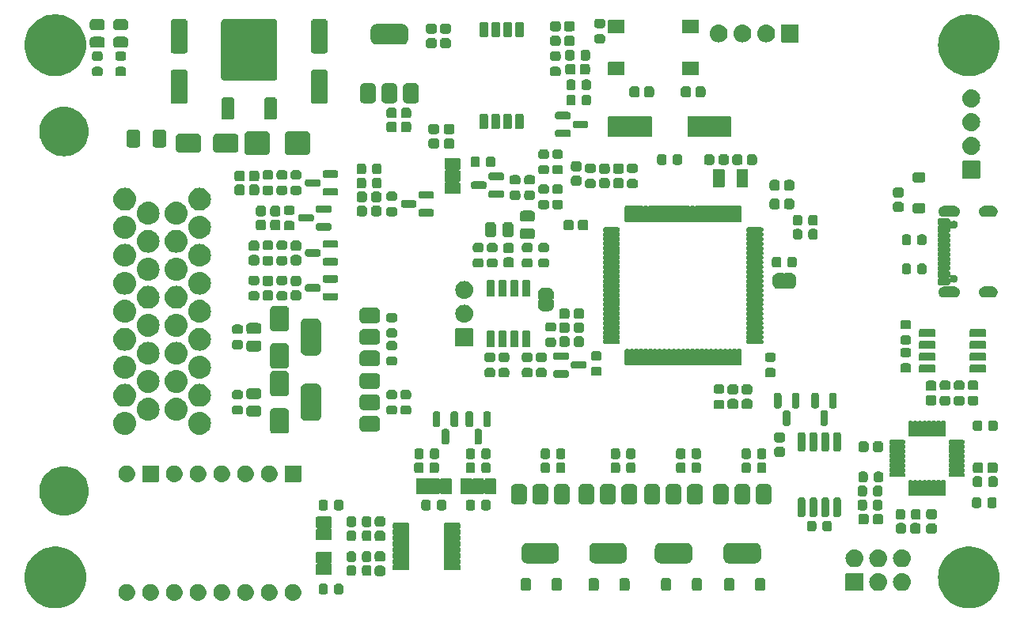
<source format=gbr>
%TF.GenerationSoftware,KiCad,Pcbnew,8.0.6*%
%TF.CreationDate,2024-11-18T15:03:54+07:00*%
%TF.ProjectId,NO2C,4e4f3243-2e6b-4696-9361-645f70636258,vD1*%
%TF.SameCoordinates,Original*%
%TF.FileFunction,Soldermask,Top*%
%TF.FilePolarity,Negative*%
%FSLAX46Y46*%
G04 Gerber Fmt 4.6, Leading zero omitted, Abs format (unit mm)*
G04 Created by KiCad (PCBNEW 8.0.6) date 2024-11-18 15:03:54*
%MOMM*%
%LPD*%
G01*
G04 APERTURE LIST*
G04 APERTURE END LIST*
G36*
X4034139Y6758106D02*
G01*
X4383272Y6681257D01*
X4722048Y6567110D01*
X5046497Y6417003D01*
X5352815Y6232698D01*
X5637411Y6016354D01*
X5896947Y5770509D01*
X6128381Y5498043D01*
X6329000Y5202153D01*
X6496451Y4886306D01*
X6628772Y4554206D01*
X6724410Y4209746D01*
X6782246Y3856966D01*
X6801600Y3500000D01*
X6782246Y3143034D01*
X6724410Y2790254D01*
X6628772Y2445794D01*
X6496451Y2113694D01*
X6329000Y1797847D01*
X6128381Y1501957D01*
X5896947Y1229491D01*
X5637411Y983646D01*
X5352815Y767302D01*
X5046497Y582997D01*
X4722048Y432890D01*
X4383272Y318743D01*
X4034139Y241894D01*
X3678745Y203242D01*
X3321255Y203242D01*
X2965861Y241894D01*
X2616728Y318743D01*
X2277952Y432890D01*
X1953503Y582997D01*
X1647185Y767302D01*
X1362589Y983646D01*
X1103053Y1229491D01*
X871619Y1501957D01*
X671000Y1797847D01*
X503549Y2113694D01*
X371228Y2445794D01*
X275590Y2790254D01*
X217754Y3143034D01*
X198400Y3500000D01*
X217754Y3856966D01*
X275590Y4209746D01*
X371228Y4554206D01*
X503549Y4886306D01*
X671000Y5202153D01*
X871619Y5498043D01*
X1103053Y5770509D01*
X1362589Y6016354D01*
X1647185Y6232698D01*
X1953503Y6417003D01*
X2277952Y6567110D01*
X2616728Y6681257D01*
X2965861Y6758106D01*
X3321255Y6796758D01*
X3678745Y6796758D01*
X4034139Y6758106D01*
G37*
G36*
X101784139Y6758106D02*
G01*
X102133272Y6681257D01*
X102472048Y6567110D01*
X102796497Y6417003D01*
X103102815Y6232698D01*
X103387411Y6016354D01*
X103646947Y5770509D01*
X103878381Y5498043D01*
X104079000Y5202153D01*
X104246451Y4886306D01*
X104378772Y4554206D01*
X104474410Y4209746D01*
X104532246Y3856966D01*
X104551600Y3500000D01*
X104532246Y3143034D01*
X104474410Y2790254D01*
X104378772Y2445794D01*
X104246451Y2113694D01*
X104079000Y1797847D01*
X103878381Y1501957D01*
X103646947Y1229491D01*
X103387411Y983646D01*
X103102815Y767302D01*
X102796497Y582997D01*
X102472048Y432890D01*
X102133272Y318743D01*
X101784139Y241894D01*
X101428745Y203242D01*
X101071255Y203242D01*
X100715861Y241894D01*
X100366728Y318743D01*
X100027952Y432890D01*
X99703503Y582997D01*
X99397185Y767302D01*
X99112589Y983646D01*
X98853053Y1229491D01*
X98621619Y1501957D01*
X98421000Y1797847D01*
X98253549Y2113694D01*
X98121228Y2445794D01*
X98025590Y2790254D01*
X97967754Y3143034D01*
X97948400Y3500000D01*
X97967754Y3856966D01*
X98025590Y4209746D01*
X98121228Y4554206D01*
X98253549Y4886306D01*
X98421000Y5202153D01*
X98621619Y5498043D01*
X98853053Y5770509D01*
X99112589Y6016354D01*
X99397185Y6232698D01*
X99703503Y6417003D01*
X100027952Y6567110D01*
X100366728Y6681257D01*
X100715861Y6758106D01*
X101071255Y6796758D01*
X101428745Y6796758D01*
X101784139Y6758106D01*
G37*
G36*
X11197659Y2798661D02*
G01*
X11244243Y2798661D01*
X11284468Y2790111D01*
X11325842Y2786036D01*
X11377821Y2770269D01*
X11428610Y2759473D01*
X11461108Y2745004D01*
X11494934Y2734743D01*
X11548690Y2706010D01*
X11600800Y2682809D01*
X11625025Y2665208D01*
X11650765Y2651450D01*
X11703273Y2608358D01*
X11753288Y2572019D01*
X11769527Y2553983D01*
X11787353Y2539354D01*
X11835254Y2480987D01*
X11879410Y2431947D01*
X11888685Y2415881D01*
X11899449Y2402766D01*
X11939262Y2328281D01*
X11973653Y2268714D01*
X11977609Y2256538D01*
X11982742Y2246935D01*
X12011041Y2153644D01*
X12031898Y2089453D01*
X12032632Y2082468D01*
X12034035Y2077843D01*
X12047689Y1939203D01*
X12051600Y1902000D01*
X12047689Y1864795D01*
X12034035Y1726158D01*
X12032632Y1721535D01*
X12031898Y1714547D01*
X12011036Y1650343D01*
X11982742Y1557066D01*
X11977610Y1547465D01*
X11973653Y1535286D01*
X11939255Y1475708D01*
X11899449Y1401235D01*
X11888687Y1388123D01*
X11879410Y1372053D01*
X11835245Y1323004D01*
X11787353Y1264647D01*
X11769531Y1250022D01*
X11753288Y1231981D01*
X11703262Y1195636D01*
X11650765Y1152551D01*
X11625030Y1138796D01*
X11600800Y1121191D01*
X11548679Y1097986D01*
X11494934Y1069258D01*
X11461115Y1059000D01*
X11428610Y1044527D01*
X11377810Y1033730D01*
X11325842Y1017965D01*
X11284476Y1013891D01*
X11244243Y1005339D01*
X11197649Y1005339D01*
X11150000Y1000646D01*
X11102351Y1005339D01*
X11055757Y1005339D01*
X11015523Y1013891D01*
X10974157Y1017965D01*
X10922185Y1033731D01*
X10871390Y1044527D01*
X10838886Y1058999D01*
X10805065Y1069258D01*
X10751314Y1097989D01*
X10699200Y1121191D01*
X10674972Y1138794D01*
X10649234Y1152551D01*
X10596728Y1195642D01*
X10546712Y1231981D01*
X10530471Y1250018D01*
X10512646Y1264647D01*
X10464743Y1323017D01*
X10420590Y1372053D01*
X10411314Y1388119D01*
X10400550Y1401235D01*
X10360731Y1475731D01*
X10326347Y1535286D01*
X10322391Y1547461D01*
X10317257Y1557066D01*
X10288948Y1650389D01*
X10268102Y1714547D01*
X10267368Y1721530D01*
X10265964Y1726158D01*
X10252294Y1864946D01*
X10248400Y1902000D01*
X10252294Y1939052D01*
X10265964Y2077843D01*
X10267368Y2082473D01*
X10268102Y2089453D01*
X10288943Y2153598D01*
X10317257Y2246935D01*
X10322392Y2256543D01*
X10326347Y2268714D01*
X10360724Y2328257D01*
X10400550Y2402766D01*
X10411316Y2415885D01*
X10420590Y2431947D01*
X10464733Y2480974D01*
X10512646Y2539354D01*
X10530474Y2553986D01*
X10546712Y2572019D01*
X10596718Y2608351D01*
X10649234Y2651450D01*
X10674977Y2665210D01*
X10699200Y2682809D01*
X10751303Y2706007D01*
X10805065Y2734743D01*
X10838893Y2745005D01*
X10871390Y2759473D01*
X10922174Y2770268D01*
X10974157Y2786036D01*
X11015532Y2790112D01*
X11055757Y2798661D01*
X11102341Y2798661D01*
X11150000Y2803355D01*
X11197659Y2798661D01*
G37*
G36*
X13737659Y2798661D02*
G01*
X13784243Y2798661D01*
X13824468Y2790111D01*
X13865842Y2786036D01*
X13917821Y2770269D01*
X13968610Y2759473D01*
X14001108Y2745004D01*
X14034934Y2734743D01*
X14088690Y2706010D01*
X14140800Y2682809D01*
X14165025Y2665208D01*
X14190765Y2651450D01*
X14243273Y2608358D01*
X14293288Y2572019D01*
X14309527Y2553983D01*
X14327353Y2539354D01*
X14375254Y2480987D01*
X14419410Y2431947D01*
X14428685Y2415881D01*
X14439449Y2402766D01*
X14479262Y2328281D01*
X14513653Y2268714D01*
X14517609Y2256538D01*
X14522742Y2246935D01*
X14551041Y2153644D01*
X14571898Y2089453D01*
X14572632Y2082468D01*
X14574035Y2077843D01*
X14587689Y1939203D01*
X14591600Y1902000D01*
X14587689Y1864795D01*
X14574035Y1726158D01*
X14572632Y1721535D01*
X14571898Y1714547D01*
X14551036Y1650343D01*
X14522742Y1557066D01*
X14517610Y1547465D01*
X14513653Y1535286D01*
X14479255Y1475708D01*
X14439449Y1401235D01*
X14428687Y1388123D01*
X14419410Y1372053D01*
X14375245Y1323004D01*
X14327353Y1264647D01*
X14309531Y1250022D01*
X14293288Y1231981D01*
X14243262Y1195636D01*
X14190765Y1152551D01*
X14165030Y1138796D01*
X14140800Y1121191D01*
X14088679Y1097986D01*
X14034934Y1069258D01*
X14001115Y1059000D01*
X13968610Y1044527D01*
X13917810Y1033730D01*
X13865842Y1017965D01*
X13824476Y1013891D01*
X13784243Y1005339D01*
X13737649Y1005339D01*
X13690000Y1000646D01*
X13642351Y1005339D01*
X13595757Y1005339D01*
X13555523Y1013891D01*
X13514157Y1017965D01*
X13462185Y1033731D01*
X13411390Y1044527D01*
X13378886Y1058999D01*
X13345065Y1069258D01*
X13291314Y1097989D01*
X13239200Y1121191D01*
X13214972Y1138794D01*
X13189234Y1152551D01*
X13136728Y1195642D01*
X13086712Y1231981D01*
X13070471Y1250018D01*
X13052646Y1264647D01*
X13004743Y1323017D01*
X12960590Y1372053D01*
X12951314Y1388119D01*
X12940550Y1401235D01*
X12900731Y1475731D01*
X12866347Y1535286D01*
X12862391Y1547461D01*
X12857257Y1557066D01*
X12828948Y1650389D01*
X12808102Y1714547D01*
X12807368Y1721530D01*
X12805964Y1726158D01*
X12792294Y1864946D01*
X12788400Y1902000D01*
X12792294Y1939052D01*
X12805964Y2077843D01*
X12807368Y2082473D01*
X12808102Y2089453D01*
X12828943Y2153598D01*
X12857257Y2246935D01*
X12862392Y2256543D01*
X12866347Y2268714D01*
X12900724Y2328257D01*
X12940550Y2402766D01*
X12951316Y2415885D01*
X12960590Y2431947D01*
X13004733Y2480974D01*
X13052646Y2539354D01*
X13070474Y2553986D01*
X13086712Y2572019D01*
X13136718Y2608351D01*
X13189234Y2651450D01*
X13214977Y2665210D01*
X13239200Y2682809D01*
X13291303Y2706007D01*
X13345065Y2734743D01*
X13378893Y2745005D01*
X13411390Y2759473D01*
X13462174Y2770268D01*
X13514157Y2786036D01*
X13555532Y2790112D01*
X13595757Y2798661D01*
X13642341Y2798661D01*
X13690000Y2803355D01*
X13737659Y2798661D01*
G37*
G36*
X16277659Y2798661D02*
G01*
X16324243Y2798661D01*
X16364468Y2790111D01*
X16405842Y2786036D01*
X16457821Y2770269D01*
X16508610Y2759473D01*
X16541108Y2745004D01*
X16574934Y2734743D01*
X16628690Y2706010D01*
X16680800Y2682809D01*
X16705025Y2665208D01*
X16730765Y2651450D01*
X16783273Y2608358D01*
X16833288Y2572019D01*
X16849527Y2553983D01*
X16867353Y2539354D01*
X16915254Y2480987D01*
X16959410Y2431947D01*
X16968685Y2415881D01*
X16979449Y2402766D01*
X17019262Y2328281D01*
X17053653Y2268714D01*
X17057609Y2256538D01*
X17062742Y2246935D01*
X17091041Y2153644D01*
X17111898Y2089453D01*
X17112632Y2082468D01*
X17114035Y2077843D01*
X17127689Y1939203D01*
X17131600Y1902000D01*
X17127689Y1864795D01*
X17114035Y1726158D01*
X17112632Y1721535D01*
X17111898Y1714547D01*
X17091036Y1650343D01*
X17062742Y1557066D01*
X17057610Y1547465D01*
X17053653Y1535286D01*
X17019255Y1475708D01*
X16979449Y1401235D01*
X16968687Y1388123D01*
X16959410Y1372053D01*
X16915245Y1323004D01*
X16867353Y1264647D01*
X16849531Y1250022D01*
X16833288Y1231981D01*
X16783262Y1195636D01*
X16730765Y1152551D01*
X16705030Y1138796D01*
X16680800Y1121191D01*
X16628679Y1097986D01*
X16574934Y1069258D01*
X16541115Y1059000D01*
X16508610Y1044527D01*
X16457810Y1033730D01*
X16405842Y1017965D01*
X16364476Y1013891D01*
X16324243Y1005339D01*
X16277649Y1005339D01*
X16230000Y1000646D01*
X16182351Y1005339D01*
X16135757Y1005339D01*
X16095523Y1013891D01*
X16054157Y1017965D01*
X16002185Y1033731D01*
X15951390Y1044527D01*
X15918886Y1058999D01*
X15885065Y1069258D01*
X15831314Y1097989D01*
X15779200Y1121191D01*
X15754972Y1138794D01*
X15729234Y1152551D01*
X15676728Y1195642D01*
X15626712Y1231981D01*
X15610471Y1250018D01*
X15592646Y1264647D01*
X15544743Y1323017D01*
X15500590Y1372053D01*
X15491314Y1388119D01*
X15480550Y1401235D01*
X15440731Y1475731D01*
X15406347Y1535286D01*
X15402391Y1547461D01*
X15397257Y1557066D01*
X15368948Y1650389D01*
X15348102Y1714547D01*
X15347368Y1721530D01*
X15345964Y1726158D01*
X15332294Y1864946D01*
X15328400Y1902000D01*
X15332294Y1939052D01*
X15345964Y2077843D01*
X15347368Y2082473D01*
X15348102Y2089453D01*
X15368943Y2153598D01*
X15397257Y2246935D01*
X15402392Y2256543D01*
X15406347Y2268714D01*
X15440724Y2328257D01*
X15480550Y2402766D01*
X15491316Y2415885D01*
X15500590Y2431947D01*
X15544733Y2480974D01*
X15592646Y2539354D01*
X15610474Y2553986D01*
X15626712Y2572019D01*
X15676718Y2608351D01*
X15729234Y2651450D01*
X15754977Y2665210D01*
X15779200Y2682809D01*
X15831303Y2706007D01*
X15885065Y2734743D01*
X15918893Y2745005D01*
X15951390Y2759473D01*
X16002174Y2770268D01*
X16054157Y2786036D01*
X16095532Y2790112D01*
X16135757Y2798661D01*
X16182341Y2798661D01*
X16230000Y2803355D01*
X16277659Y2798661D01*
G37*
G36*
X18817659Y2798661D02*
G01*
X18864243Y2798661D01*
X18904468Y2790111D01*
X18945842Y2786036D01*
X18997821Y2770269D01*
X19048610Y2759473D01*
X19081108Y2745004D01*
X19114934Y2734743D01*
X19168690Y2706010D01*
X19220800Y2682809D01*
X19245025Y2665208D01*
X19270765Y2651450D01*
X19323273Y2608358D01*
X19373288Y2572019D01*
X19389527Y2553983D01*
X19407353Y2539354D01*
X19455254Y2480987D01*
X19499410Y2431947D01*
X19508685Y2415881D01*
X19519449Y2402766D01*
X19559262Y2328281D01*
X19593653Y2268714D01*
X19597609Y2256538D01*
X19602742Y2246935D01*
X19631041Y2153644D01*
X19651898Y2089453D01*
X19652632Y2082468D01*
X19654035Y2077843D01*
X19667689Y1939203D01*
X19671600Y1902000D01*
X19667689Y1864795D01*
X19654035Y1726158D01*
X19652632Y1721535D01*
X19651898Y1714547D01*
X19631036Y1650343D01*
X19602742Y1557066D01*
X19597610Y1547465D01*
X19593653Y1535286D01*
X19559255Y1475708D01*
X19519449Y1401235D01*
X19508687Y1388123D01*
X19499410Y1372053D01*
X19455245Y1323004D01*
X19407353Y1264647D01*
X19389531Y1250022D01*
X19373288Y1231981D01*
X19323262Y1195636D01*
X19270765Y1152551D01*
X19245030Y1138796D01*
X19220800Y1121191D01*
X19168679Y1097986D01*
X19114934Y1069258D01*
X19081115Y1059000D01*
X19048610Y1044527D01*
X18997810Y1033730D01*
X18945842Y1017965D01*
X18904476Y1013891D01*
X18864243Y1005339D01*
X18817649Y1005339D01*
X18770000Y1000646D01*
X18722351Y1005339D01*
X18675757Y1005339D01*
X18635523Y1013891D01*
X18594157Y1017965D01*
X18542185Y1033731D01*
X18491390Y1044527D01*
X18458886Y1058999D01*
X18425065Y1069258D01*
X18371314Y1097989D01*
X18319200Y1121191D01*
X18294972Y1138794D01*
X18269234Y1152551D01*
X18216728Y1195642D01*
X18166712Y1231981D01*
X18150471Y1250018D01*
X18132646Y1264647D01*
X18084743Y1323017D01*
X18040590Y1372053D01*
X18031314Y1388119D01*
X18020550Y1401235D01*
X17980731Y1475731D01*
X17946347Y1535286D01*
X17942391Y1547461D01*
X17937257Y1557066D01*
X17908948Y1650389D01*
X17888102Y1714547D01*
X17887368Y1721530D01*
X17885964Y1726158D01*
X17872294Y1864946D01*
X17868400Y1902000D01*
X17872294Y1939052D01*
X17885964Y2077843D01*
X17887368Y2082473D01*
X17888102Y2089453D01*
X17908943Y2153598D01*
X17937257Y2246935D01*
X17942392Y2256543D01*
X17946347Y2268714D01*
X17980724Y2328257D01*
X18020550Y2402766D01*
X18031316Y2415885D01*
X18040590Y2431947D01*
X18084733Y2480974D01*
X18132646Y2539354D01*
X18150474Y2553986D01*
X18166712Y2572019D01*
X18216718Y2608351D01*
X18269234Y2651450D01*
X18294977Y2665210D01*
X18319200Y2682809D01*
X18371303Y2706007D01*
X18425065Y2734743D01*
X18458893Y2745005D01*
X18491390Y2759473D01*
X18542174Y2770268D01*
X18594157Y2786036D01*
X18635532Y2790112D01*
X18675757Y2798661D01*
X18722341Y2798661D01*
X18770000Y2803355D01*
X18817659Y2798661D01*
G37*
G36*
X21357659Y2798661D02*
G01*
X21404243Y2798661D01*
X21444468Y2790111D01*
X21485842Y2786036D01*
X21537821Y2770269D01*
X21588610Y2759473D01*
X21621108Y2745004D01*
X21654934Y2734743D01*
X21708690Y2706010D01*
X21760800Y2682809D01*
X21785025Y2665208D01*
X21810765Y2651450D01*
X21863273Y2608358D01*
X21913288Y2572019D01*
X21929527Y2553983D01*
X21947353Y2539354D01*
X21995254Y2480987D01*
X22039410Y2431947D01*
X22048685Y2415881D01*
X22059449Y2402766D01*
X22099262Y2328281D01*
X22133653Y2268714D01*
X22137609Y2256538D01*
X22142742Y2246935D01*
X22171041Y2153644D01*
X22191898Y2089453D01*
X22192632Y2082468D01*
X22194035Y2077843D01*
X22207689Y1939203D01*
X22211600Y1902000D01*
X22207689Y1864795D01*
X22194035Y1726158D01*
X22192632Y1721535D01*
X22191898Y1714547D01*
X22171036Y1650343D01*
X22142742Y1557066D01*
X22137610Y1547465D01*
X22133653Y1535286D01*
X22099255Y1475708D01*
X22059449Y1401235D01*
X22048687Y1388123D01*
X22039410Y1372053D01*
X21995245Y1323004D01*
X21947353Y1264647D01*
X21929531Y1250022D01*
X21913288Y1231981D01*
X21863262Y1195636D01*
X21810765Y1152551D01*
X21785030Y1138796D01*
X21760800Y1121191D01*
X21708679Y1097986D01*
X21654934Y1069258D01*
X21621115Y1059000D01*
X21588610Y1044527D01*
X21537810Y1033730D01*
X21485842Y1017965D01*
X21444476Y1013891D01*
X21404243Y1005339D01*
X21357649Y1005339D01*
X21310000Y1000646D01*
X21262351Y1005339D01*
X21215757Y1005339D01*
X21175523Y1013891D01*
X21134157Y1017965D01*
X21082185Y1033731D01*
X21031390Y1044527D01*
X20998886Y1058999D01*
X20965065Y1069258D01*
X20911314Y1097989D01*
X20859200Y1121191D01*
X20834972Y1138794D01*
X20809234Y1152551D01*
X20756728Y1195642D01*
X20706712Y1231981D01*
X20690471Y1250018D01*
X20672646Y1264647D01*
X20624743Y1323017D01*
X20580590Y1372053D01*
X20571314Y1388119D01*
X20560550Y1401235D01*
X20520731Y1475731D01*
X20486347Y1535286D01*
X20482391Y1547461D01*
X20477257Y1557066D01*
X20448948Y1650389D01*
X20428102Y1714547D01*
X20427368Y1721530D01*
X20425964Y1726158D01*
X20412294Y1864946D01*
X20408400Y1902000D01*
X20412294Y1939052D01*
X20425964Y2077843D01*
X20427368Y2082473D01*
X20428102Y2089453D01*
X20448943Y2153598D01*
X20477257Y2246935D01*
X20482392Y2256543D01*
X20486347Y2268714D01*
X20520724Y2328257D01*
X20560550Y2402766D01*
X20571316Y2415885D01*
X20580590Y2431947D01*
X20624733Y2480974D01*
X20672646Y2539354D01*
X20690474Y2553986D01*
X20706712Y2572019D01*
X20756718Y2608351D01*
X20809234Y2651450D01*
X20834977Y2665210D01*
X20859200Y2682809D01*
X20911303Y2706007D01*
X20965065Y2734743D01*
X20998893Y2745005D01*
X21031390Y2759473D01*
X21082174Y2770268D01*
X21134157Y2786036D01*
X21175532Y2790112D01*
X21215757Y2798661D01*
X21262341Y2798661D01*
X21310000Y2803355D01*
X21357659Y2798661D01*
G37*
G36*
X23897659Y2798661D02*
G01*
X23944243Y2798661D01*
X23984468Y2790111D01*
X24025842Y2786036D01*
X24077821Y2770269D01*
X24128610Y2759473D01*
X24161108Y2745004D01*
X24194934Y2734743D01*
X24248690Y2706010D01*
X24300800Y2682809D01*
X24325025Y2665208D01*
X24350765Y2651450D01*
X24403273Y2608358D01*
X24453288Y2572019D01*
X24469527Y2553983D01*
X24487353Y2539354D01*
X24535254Y2480987D01*
X24579410Y2431947D01*
X24588685Y2415881D01*
X24599449Y2402766D01*
X24639262Y2328281D01*
X24673653Y2268714D01*
X24677609Y2256538D01*
X24682742Y2246935D01*
X24711041Y2153644D01*
X24731898Y2089453D01*
X24732632Y2082468D01*
X24734035Y2077843D01*
X24747689Y1939203D01*
X24751600Y1902000D01*
X24747689Y1864795D01*
X24734035Y1726158D01*
X24732632Y1721535D01*
X24731898Y1714547D01*
X24711036Y1650343D01*
X24682742Y1557066D01*
X24677610Y1547465D01*
X24673653Y1535286D01*
X24639255Y1475708D01*
X24599449Y1401235D01*
X24588687Y1388123D01*
X24579410Y1372053D01*
X24535245Y1323004D01*
X24487353Y1264647D01*
X24469531Y1250022D01*
X24453288Y1231981D01*
X24403262Y1195636D01*
X24350765Y1152551D01*
X24325030Y1138796D01*
X24300800Y1121191D01*
X24248679Y1097986D01*
X24194934Y1069258D01*
X24161115Y1059000D01*
X24128610Y1044527D01*
X24077810Y1033730D01*
X24025842Y1017965D01*
X23984476Y1013891D01*
X23944243Y1005339D01*
X23897649Y1005339D01*
X23850000Y1000646D01*
X23802351Y1005339D01*
X23755757Y1005339D01*
X23715523Y1013891D01*
X23674157Y1017965D01*
X23622185Y1033731D01*
X23571390Y1044527D01*
X23538886Y1058999D01*
X23505065Y1069258D01*
X23451314Y1097989D01*
X23399200Y1121191D01*
X23374972Y1138794D01*
X23349234Y1152551D01*
X23296728Y1195642D01*
X23246712Y1231981D01*
X23230471Y1250018D01*
X23212646Y1264647D01*
X23164743Y1323017D01*
X23120590Y1372053D01*
X23111314Y1388119D01*
X23100550Y1401235D01*
X23060731Y1475731D01*
X23026347Y1535286D01*
X23022391Y1547461D01*
X23017257Y1557066D01*
X22988948Y1650389D01*
X22968102Y1714547D01*
X22967368Y1721530D01*
X22965964Y1726158D01*
X22952294Y1864946D01*
X22948400Y1902000D01*
X22952294Y1939052D01*
X22965964Y2077843D01*
X22967368Y2082473D01*
X22968102Y2089453D01*
X22988943Y2153598D01*
X23017257Y2246935D01*
X23022392Y2256543D01*
X23026347Y2268714D01*
X23060724Y2328257D01*
X23100550Y2402766D01*
X23111316Y2415885D01*
X23120590Y2431947D01*
X23164733Y2480974D01*
X23212646Y2539354D01*
X23230474Y2553986D01*
X23246712Y2572019D01*
X23296718Y2608351D01*
X23349234Y2651450D01*
X23374977Y2665210D01*
X23399200Y2682809D01*
X23451303Y2706007D01*
X23505065Y2734743D01*
X23538893Y2745005D01*
X23571390Y2759473D01*
X23622174Y2770268D01*
X23674157Y2786036D01*
X23715532Y2790112D01*
X23755757Y2798661D01*
X23802341Y2798661D01*
X23850000Y2803355D01*
X23897659Y2798661D01*
G37*
G36*
X26437659Y2798661D02*
G01*
X26484243Y2798661D01*
X26524468Y2790111D01*
X26565842Y2786036D01*
X26617821Y2770269D01*
X26668610Y2759473D01*
X26701108Y2745004D01*
X26734934Y2734743D01*
X26788690Y2706010D01*
X26840800Y2682809D01*
X26865025Y2665208D01*
X26890765Y2651450D01*
X26943273Y2608358D01*
X26993288Y2572019D01*
X27009527Y2553983D01*
X27027353Y2539354D01*
X27075254Y2480987D01*
X27119410Y2431947D01*
X27128685Y2415881D01*
X27139449Y2402766D01*
X27179262Y2328281D01*
X27213653Y2268714D01*
X27217609Y2256538D01*
X27222742Y2246935D01*
X27251041Y2153644D01*
X27271898Y2089453D01*
X27272632Y2082468D01*
X27274035Y2077843D01*
X27287689Y1939203D01*
X27291600Y1902000D01*
X27287689Y1864795D01*
X27274035Y1726158D01*
X27272632Y1721535D01*
X27271898Y1714547D01*
X27251036Y1650343D01*
X27222742Y1557066D01*
X27217610Y1547465D01*
X27213653Y1535286D01*
X27179255Y1475708D01*
X27139449Y1401235D01*
X27128687Y1388123D01*
X27119410Y1372053D01*
X27075245Y1323004D01*
X27027353Y1264647D01*
X27009531Y1250022D01*
X26993288Y1231981D01*
X26943262Y1195636D01*
X26890765Y1152551D01*
X26865030Y1138796D01*
X26840800Y1121191D01*
X26788679Y1097986D01*
X26734934Y1069258D01*
X26701115Y1059000D01*
X26668610Y1044527D01*
X26617810Y1033730D01*
X26565842Y1017965D01*
X26524476Y1013891D01*
X26484243Y1005339D01*
X26437649Y1005339D01*
X26390000Y1000646D01*
X26342351Y1005339D01*
X26295757Y1005339D01*
X26255523Y1013891D01*
X26214157Y1017965D01*
X26162185Y1033731D01*
X26111390Y1044527D01*
X26078886Y1058999D01*
X26045065Y1069258D01*
X25991314Y1097989D01*
X25939200Y1121191D01*
X25914972Y1138794D01*
X25889234Y1152551D01*
X25836728Y1195642D01*
X25786712Y1231981D01*
X25770471Y1250018D01*
X25752646Y1264647D01*
X25704743Y1323017D01*
X25660590Y1372053D01*
X25651314Y1388119D01*
X25640550Y1401235D01*
X25600731Y1475731D01*
X25566347Y1535286D01*
X25562391Y1547461D01*
X25557257Y1557066D01*
X25528948Y1650389D01*
X25508102Y1714547D01*
X25507368Y1721530D01*
X25505964Y1726158D01*
X25492294Y1864946D01*
X25488400Y1902000D01*
X25492294Y1939052D01*
X25505964Y2077843D01*
X25507368Y2082473D01*
X25508102Y2089453D01*
X25528943Y2153598D01*
X25557257Y2246935D01*
X25562392Y2256543D01*
X25566347Y2268714D01*
X25600724Y2328257D01*
X25640550Y2402766D01*
X25651316Y2415885D01*
X25660590Y2431947D01*
X25704733Y2480974D01*
X25752646Y2539354D01*
X25770474Y2553986D01*
X25786712Y2572019D01*
X25836718Y2608351D01*
X25889234Y2651450D01*
X25914977Y2665210D01*
X25939200Y2682809D01*
X25991303Y2706007D01*
X26045065Y2734743D01*
X26078893Y2745005D01*
X26111390Y2759473D01*
X26162174Y2770268D01*
X26214157Y2786036D01*
X26255532Y2790112D01*
X26295757Y2798661D01*
X26342341Y2798661D01*
X26390000Y2803355D01*
X26437659Y2798661D01*
G37*
G36*
X28977659Y2798661D02*
G01*
X29024243Y2798661D01*
X29064468Y2790111D01*
X29105842Y2786036D01*
X29157821Y2770269D01*
X29208610Y2759473D01*
X29241108Y2745004D01*
X29274934Y2734743D01*
X29328690Y2706010D01*
X29380800Y2682809D01*
X29405025Y2665208D01*
X29430765Y2651450D01*
X29483273Y2608358D01*
X29533288Y2572019D01*
X29549527Y2553983D01*
X29567353Y2539354D01*
X29615254Y2480987D01*
X29659410Y2431947D01*
X29668685Y2415881D01*
X29679449Y2402766D01*
X29719262Y2328281D01*
X29753653Y2268714D01*
X29757609Y2256538D01*
X29762742Y2246935D01*
X29791041Y2153644D01*
X29811898Y2089453D01*
X29812632Y2082468D01*
X29814035Y2077843D01*
X29827689Y1939203D01*
X29831600Y1902000D01*
X29827689Y1864795D01*
X29814035Y1726158D01*
X29812632Y1721535D01*
X29811898Y1714547D01*
X29791036Y1650343D01*
X29762742Y1557066D01*
X29757610Y1547465D01*
X29753653Y1535286D01*
X29719255Y1475708D01*
X29679449Y1401235D01*
X29668687Y1388123D01*
X29659410Y1372053D01*
X29615245Y1323004D01*
X29567353Y1264647D01*
X29549531Y1250022D01*
X29533288Y1231981D01*
X29483262Y1195636D01*
X29430765Y1152551D01*
X29405030Y1138796D01*
X29380800Y1121191D01*
X29328679Y1097986D01*
X29274934Y1069258D01*
X29241115Y1059000D01*
X29208610Y1044527D01*
X29157810Y1033730D01*
X29105842Y1017965D01*
X29064476Y1013891D01*
X29024243Y1005339D01*
X28977649Y1005339D01*
X28930000Y1000646D01*
X28882351Y1005339D01*
X28835757Y1005339D01*
X28795523Y1013891D01*
X28754157Y1017965D01*
X28702185Y1033731D01*
X28651390Y1044527D01*
X28618886Y1058999D01*
X28585065Y1069258D01*
X28531314Y1097989D01*
X28479200Y1121191D01*
X28454972Y1138794D01*
X28429234Y1152551D01*
X28376728Y1195642D01*
X28326712Y1231981D01*
X28310471Y1250018D01*
X28292646Y1264647D01*
X28244743Y1323017D01*
X28200590Y1372053D01*
X28191314Y1388119D01*
X28180550Y1401235D01*
X28140731Y1475731D01*
X28106347Y1535286D01*
X28102391Y1547461D01*
X28097257Y1557066D01*
X28068948Y1650389D01*
X28048102Y1714547D01*
X28047368Y1721530D01*
X28045964Y1726158D01*
X28032294Y1864946D01*
X28028400Y1902000D01*
X28032294Y1939052D01*
X28045964Y2077843D01*
X28047368Y2082473D01*
X28048102Y2089453D01*
X28068943Y2153598D01*
X28097257Y2246935D01*
X28102392Y2256543D01*
X28106347Y2268714D01*
X28140724Y2328257D01*
X28180550Y2402766D01*
X28191316Y2415885D01*
X28200590Y2431947D01*
X28244733Y2480974D01*
X28292646Y2539354D01*
X28310474Y2553986D01*
X28326712Y2572019D01*
X28376718Y2608351D01*
X28429234Y2651450D01*
X28454977Y2665210D01*
X28479200Y2682809D01*
X28531303Y2706007D01*
X28585065Y2734743D01*
X28618893Y2745005D01*
X28651390Y2759473D01*
X28702174Y2770268D01*
X28754157Y2786036D01*
X28795532Y2790112D01*
X28835757Y2798661D01*
X28882341Y2798661D01*
X28930000Y2803355D01*
X28977659Y2798661D01*
G37*
G36*
X32444051Y2818589D02*
G01*
X32452789Y2814731D01*
X32460372Y2813626D01*
X32507773Y2790453D01*
X32545445Y2773819D01*
X32548933Y2770331D01*
X32549845Y2769885D01*
X32619884Y2699846D01*
X32620329Y2698935D01*
X32623819Y2695445D01*
X32640457Y2657763D01*
X32663625Y2610373D01*
X32664729Y2602792D01*
X32668589Y2594051D01*
X32676600Y2525000D01*
X32676600Y1975000D01*
X32668589Y1905949D01*
X32664729Y1897208D01*
X32663625Y1889628D01*
X32640462Y1842248D01*
X32623819Y1804555D01*
X32620328Y1801065D01*
X32619884Y1800155D01*
X32549845Y1730116D01*
X32548935Y1729672D01*
X32545445Y1726181D01*
X32507752Y1709538D01*
X32460372Y1686375D01*
X32452792Y1685271D01*
X32444051Y1681411D01*
X32375000Y1673400D01*
X31975000Y1673400D01*
X31905949Y1681411D01*
X31897208Y1685271D01*
X31889627Y1686375D01*
X31842237Y1709543D01*
X31804555Y1726181D01*
X31801065Y1729671D01*
X31800154Y1730116D01*
X31730115Y1800155D01*
X31729669Y1801067D01*
X31726181Y1804555D01*
X31709547Y1842227D01*
X31686374Y1889628D01*
X31685269Y1897211D01*
X31681411Y1905949D01*
X31673400Y1975000D01*
X31673400Y2525000D01*
X31681411Y2594051D01*
X31685269Y2602789D01*
X31686374Y2610373D01*
X31709551Y2657784D01*
X31726181Y2695445D01*
X31729668Y2698933D01*
X31730115Y2699846D01*
X31800154Y2769885D01*
X31801067Y2770332D01*
X31804555Y2773819D01*
X31842216Y2790449D01*
X31889627Y2813626D01*
X31897211Y2814731D01*
X31905949Y2818589D01*
X31975000Y2826600D01*
X32375000Y2826600D01*
X32444051Y2818589D01*
G37*
G36*
X34094051Y2818589D02*
G01*
X34102789Y2814731D01*
X34110372Y2813626D01*
X34157773Y2790453D01*
X34195445Y2773819D01*
X34198933Y2770331D01*
X34199845Y2769885D01*
X34269884Y2699846D01*
X34270329Y2698935D01*
X34273819Y2695445D01*
X34290457Y2657763D01*
X34313625Y2610373D01*
X34314729Y2602792D01*
X34318589Y2594051D01*
X34326600Y2525000D01*
X34326600Y1975000D01*
X34318589Y1905949D01*
X34314729Y1897208D01*
X34313625Y1889628D01*
X34290462Y1842248D01*
X34273819Y1804555D01*
X34270328Y1801065D01*
X34269884Y1800155D01*
X34199845Y1730116D01*
X34198935Y1729672D01*
X34195445Y1726181D01*
X34157752Y1709538D01*
X34110372Y1686375D01*
X34102792Y1685271D01*
X34094051Y1681411D01*
X34025000Y1673400D01*
X33625000Y1673400D01*
X33555949Y1681411D01*
X33547208Y1685271D01*
X33539627Y1686375D01*
X33492237Y1709543D01*
X33454555Y1726181D01*
X33451065Y1729671D01*
X33450154Y1730116D01*
X33380115Y1800155D01*
X33379669Y1801067D01*
X33376181Y1804555D01*
X33359547Y1842227D01*
X33336374Y1889628D01*
X33335269Y1897211D01*
X33331411Y1905949D01*
X33323400Y1975000D01*
X33323400Y2525000D01*
X33331411Y2594051D01*
X33335269Y2602789D01*
X33336374Y2610373D01*
X33359551Y2657784D01*
X33376181Y2695445D01*
X33379668Y2698933D01*
X33380115Y2699846D01*
X33450154Y2769885D01*
X33451067Y2770332D01*
X33454555Y2773819D01*
X33492216Y2790449D01*
X33539627Y2813626D01*
X33547211Y2814731D01*
X33555949Y2818589D01*
X33625000Y2826600D01*
X34025000Y2826600D01*
X34094051Y2818589D01*
G37*
G36*
X54159530Y3440471D02*
G01*
X54164900Y3437967D01*
X54167506Y3437587D01*
X54204516Y3419494D01*
X54262330Y3392535D01*
X54342535Y3312330D01*
X54369504Y3254494D01*
X54387586Y3217507D01*
X54387965Y3214904D01*
X54390471Y3209530D01*
X54401600Y3125000D01*
X54401600Y2375000D01*
X54390471Y2290470D01*
X54387965Y2285096D01*
X54387586Y2282494D01*
X54369514Y2245529D01*
X54342535Y2187670D01*
X54262330Y2107465D01*
X54204471Y2080486D01*
X54167506Y2062414D01*
X54164904Y2062035D01*
X54159530Y2059529D01*
X54075000Y2048400D01*
X53625000Y2048400D01*
X53540470Y2059529D01*
X53535096Y2062035D01*
X53532493Y2062414D01*
X53495506Y2080496D01*
X53437670Y2107465D01*
X53357465Y2187670D01*
X53330506Y2245484D01*
X53312413Y2282494D01*
X53312033Y2285100D01*
X53309529Y2290470D01*
X53298400Y2375000D01*
X53298400Y3125000D01*
X53309529Y3209530D01*
X53312033Y3214901D01*
X53312413Y3217507D01*
X53330516Y3254538D01*
X53357465Y3312330D01*
X53437670Y3392535D01*
X53495462Y3419484D01*
X53532493Y3437587D01*
X53535099Y3437967D01*
X53540470Y3440471D01*
X53625000Y3451600D01*
X54075000Y3451600D01*
X54159530Y3440471D01*
G37*
G36*
X57459530Y3440471D02*
G01*
X57464900Y3437967D01*
X57467506Y3437587D01*
X57504516Y3419494D01*
X57562330Y3392535D01*
X57642535Y3312330D01*
X57669504Y3254494D01*
X57687586Y3217507D01*
X57687965Y3214904D01*
X57690471Y3209530D01*
X57701600Y3125000D01*
X57701600Y2375000D01*
X57690471Y2290470D01*
X57687965Y2285096D01*
X57687586Y2282494D01*
X57669514Y2245529D01*
X57642535Y2187670D01*
X57562330Y2107465D01*
X57504471Y2080486D01*
X57467506Y2062414D01*
X57464904Y2062035D01*
X57459530Y2059529D01*
X57375000Y2048400D01*
X56925000Y2048400D01*
X56840470Y2059529D01*
X56835096Y2062035D01*
X56832493Y2062414D01*
X56795506Y2080496D01*
X56737670Y2107465D01*
X56657465Y2187670D01*
X56630506Y2245484D01*
X56612413Y2282494D01*
X56612033Y2285100D01*
X56609529Y2290470D01*
X56598400Y2375000D01*
X56598400Y3125000D01*
X56609529Y3209530D01*
X56612033Y3214901D01*
X56612413Y3217507D01*
X56630516Y3254538D01*
X56657465Y3312330D01*
X56737670Y3392535D01*
X56795462Y3419484D01*
X56832493Y3437587D01*
X56835099Y3437967D01*
X56840470Y3440471D01*
X56925000Y3451600D01*
X57375000Y3451600D01*
X57459530Y3440471D01*
G37*
G36*
X61409530Y3440471D02*
G01*
X61414900Y3437967D01*
X61417506Y3437587D01*
X61454516Y3419494D01*
X61512330Y3392535D01*
X61592535Y3312330D01*
X61619504Y3254494D01*
X61637586Y3217507D01*
X61637965Y3214904D01*
X61640471Y3209530D01*
X61651600Y3125000D01*
X61651600Y2375000D01*
X61640471Y2290470D01*
X61637965Y2285096D01*
X61637586Y2282494D01*
X61619514Y2245529D01*
X61592535Y2187670D01*
X61512330Y2107465D01*
X61454471Y2080486D01*
X61417506Y2062414D01*
X61414904Y2062035D01*
X61409530Y2059529D01*
X61325000Y2048400D01*
X60875000Y2048400D01*
X60790470Y2059529D01*
X60785096Y2062035D01*
X60782493Y2062414D01*
X60745506Y2080496D01*
X60687670Y2107465D01*
X60607465Y2187670D01*
X60580506Y2245484D01*
X60562413Y2282494D01*
X60562033Y2285100D01*
X60559529Y2290470D01*
X60548400Y2375000D01*
X60548400Y3125000D01*
X60559529Y3209530D01*
X60562033Y3214901D01*
X60562413Y3217507D01*
X60580516Y3254538D01*
X60607465Y3312330D01*
X60687670Y3392535D01*
X60745462Y3419484D01*
X60782493Y3437587D01*
X60785099Y3437967D01*
X60790470Y3440471D01*
X60875000Y3451600D01*
X61325000Y3451600D01*
X61409530Y3440471D01*
G37*
G36*
X64709530Y3440471D02*
G01*
X64714900Y3437967D01*
X64717506Y3437587D01*
X64754516Y3419494D01*
X64812330Y3392535D01*
X64892535Y3312330D01*
X64919504Y3254494D01*
X64937586Y3217507D01*
X64937965Y3214904D01*
X64940471Y3209530D01*
X64951600Y3125000D01*
X64951600Y2375000D01*
X64940471Y2290470D01*
X64937965Y2285096D01*
X64937586Y2282494D01*
X64919514Y2245529D01*
X64892535Y2187670D01*
X64812330Y2107465D01*
X64754471Y2080486D01*
X64717506Y2062414D01*
X64714904Y2062035D01*
X64709530Y2059529D01*
X64625000Y2048400D01*
X64175000Y2048400D01*
X64090470Y2059529D01*
X64085096Y2062035D01*
X64082493Y2062414D01*
X64045506Y2080496D01*
X63987670Y2107465D01*
X63907465Y2187670D01*
X63880506Y2245484D01*
X63862413Y2282494D01*
X63862033Y2285100D01*
X63859529Y2290470D01*
X63848400Y2375000D01*
X63848400Y3125000D01*
X63859529Y3209530D01*
X63862033Y3214901D01*
X63862413Y3217507D01*
X63880516Y3254538D01*
X63907465Y3312330D01*
X63987670Y3392535D01*
X64045462Y3419484D01*
X64082493Y3437587D01*
X64085099Y3437967D01*
X64090470Y3440471D01*
X64175000Y3451600D01*
X64625000Y3451600D01*
X64709530Y3440471D01*
G37*
G36*
X69159530Y3440471D02*
G01*
X69164900Y3437967D01*
X69167506Y3437587D01*
X69204516Y3419494D01*
X69262330Y3392535D01*
X69342535Y3312330D01*
X69369504Y3254494D01*
X69387586Y3217507D01*
X69387965Y3214904D01*
X69390471Y3209530D01*
X69401600Y3125000D01*
X69401600Y2375000D01*
X69390471Y2290470D01*
X69387965Y2285096D01*
X69387586Y2282494D01*
X69369514Y2245529D01*
X69342535Y2187670D01*
X69262330Y2107465D01*
X69204471Y2080486D01*
X69167506Y2062414D01*
X69164904Y2062035D01*
X69159530Y2059529D01*
X69075000Y2048400D01*
X68625000Y2048400D01*
X68540470Y2059529D01*
X68535096Y2062035D01*
X68532493Y2062414D01*
X68495506Y2080496D01*
X68437670Y2107465D01*
X68357465Y2187670D01*
X68330506Y2245484D01*
X68312413Y2282494D01*
X68312033Y2285100D01*
X68309529Y2290470D01*
X68298400Y2375000D01*
X68298400Y3125000D01*
X68309529Y3209530D01*
X68312033Y3214901D01*
X68312413Y3217507D01*
X68330516Y3254538D01*
X68357465Y3312330D01*
X68437670Y3392535D01*
X68495462Y3419484D01*
X68532493Y3437587D01*
X68535099Y3437967D01*
X68540470Y3440471D01*
X68625000Y3451600D01*
X69075000Y3451600D01*
X69159530Y3440471D01*
G37*
G36*
X72459530Y3440471D02*
G01*
X72464900Y3437967D01*
X72467506Y3437587D01*
X72504516Y3419494D01*
X72562330Y3392535D01*
X72642535Y3312330D01*
X72669504Y3254494D01*
X72687586Y3217507D01*
X72687965Y3214904D01*
X72690471Y3209530D01*
X72701600Y3125000D01*
X72701600Y2375000D01*
X72690471Y2290470D01*
X72687965Y2285096D01*
X72687586Y2282494D01*
X72669514Y2245529D01*
X72642535Y2187670D01*
X72562330Y2107465D01*
X72504471Y2080486D01*
X72467506Y2062414D01*
X72464904Y2062035D01*
X72459530Y2059529D01*
X72375000Y2048400D01*
X71925000Y2048400D01*
X71840470Y2059529D01*
X71835096Y2062035D01*
X71832493Y2062414D01*
X71795506Y2080496D01*
X71737670Y2107465D01*
X71657465Y2187670D01*
X71630506Y2245484D01*
X71612413Y2282494D01*
X71612033Y2285100D01*
X71609529Y2290470D01*
X71598400Y2375000D01*
X71598400Y3125000D01*
X71609529Y3209530D01*
X71612033Y3214901D01*
X71612413Y3217507D01*
X71630516Y3254538D01*
X71657465Y3312330D01*
X71737670Y3392535D01*
X71795462Y3419484D01*
X71832493Y3437587D01*
X71835099Y3437967D01*
X71840470Y3440471D01*
X71925000Y3451600D01*
X72375000Y3451600D01*
X72459530Y3440471D01*
G37*
G36*
X75909530Y3440471D02*
G01*
X75914900Y3437967D01*
X75917506Y3437587D01*
X75954516Y3419494D01*
X76012330Y3392535D01*
X76092535Y3312330D01*
X76119504Y3254494D01*
X76137586Y3217507D01*
X76137965Y3214904D01*
X76140471Y3209530D01*
X76151600Y3125000D01*
X76151600Y2375000D01*
X76140471Y2290470D01*
X76137965Y2285096D01*
X76137586Y2282494D01*
X76119514Y2245529D01*
X76092535Y2187670D01*
X76012330Y2107465D01*
X75954471Y2080486D01*
X75917506Y2062414D01*
X75914904Y2062035D01*
X75909530Y2059529D01*
X75825000Y2048400D01*
X75375000Y2048400D01*
X75290470Y2059529D01*
X75285096Y2062035D01*
X75282493Y2062414D01*
X75245506Y2080496D01*
X75187670Y2107465D01*
X75107465Y2187670D01*
X75080506Y2245484D01*
X75062413Y2282494D01*
X75062033Y2285100D01*
X75059529Y2290470D01*
X75048400Y2375000D01*
X75048400Y3125000D01*
X75059529Y3209530D01*
X75062033Y3214901D01*
X75062413Y3217507D01*
X75080516Y3254538D01*
X75107465Y3312330D01*
X75187670Y3392535D01*
X75245462Y3419484D01*
X75282493Y3437587D01*
X75285099Y3437967D01*
X75290470Y3440471D01*
X75375000Y3451600D01*
X75825000Y3451600D01*
X75909530Y3440471D01*
G37*
G36*
X79209530Y3440471D02*
G01*
X79214900Y3437967D01*
X79217506Y3437587D01*
X79254516Y3419494D01*
X79312330Y3392535D01*
X79392535Y3312330D01*
X79419504Y3254494D01*
X79437586Y3217507D01*
X79437965Y3214904D01*
X79440471Y3209530D01*
X79451600Y3125000D01*
X79451600Y2375000D01*
X79440471Y2290470D01*
X79437965Y2285096D01*
X79437586Y2282494D01*
X79419514Y2245529D01*
X79392535Y2187670D01*
X79312330Y2107465D01*
X79254471Y2080486D01*
X79217506Y2062414D01*
X79214904Y2062035D01*
X79209530Y2059529D01*
X79125000Y2048400D01*
X78675000Y2048400D01*
X78590470Y2059529D01*
X78585096Y2062035D01*
X78582493Y2062414D01*
X78545506Y2080496D01*
X78487670Y2107465D01*
X78407465Y2187670D01*
X78380506Y2245484D01*
X78362413Y2282494D01*
X78362033Y2285100D01*
X78359529Y2290470D01*
X78348400Y2375000D01*
X78348400Y3125000D01*
X78359529Y3209530D01*
X78362033Y3214901D01*
X78362413Y3217507D01*
X78380516Y3254538D01*
X78407465Y3312330D01*
X78487670Y3392535D01*
X78545462Y3419484D01*
X78582493Y3437587D01*
X78585099Y3437967D01*
X78590470Y3440471D01*
X78675000Y3451600D01*
X79125000Y3451600D01*
X79209530Y3440471D01*
G37*
G36*
X89888881Y3943866D02*
G01*
X89921842Y3921842D01*
X89943866Y3888881D01*
X89951600Y3850000D01*
X89951600Y2150000D01*
X89943866Y2111119D01*
X89921842Y2078158D01*
X89888881Y2056134D01*
X89850000Y2048400D01*
X88150000Y2048400D01*
X88111119Y2056134D01*
X88078158Y2078158D01*
X88056134Y2111119D01*
X88048400Y2150000D01*
X88048400Y3850000D01*
X88056134Y3888881D01*
X88078158Y3921842D01*
X88111119Y3943866D01*
X88150000Y3951600D01*
X89850000Y3951600D01*
X89888881Y3943866D01*
G37*
G36*
X91725648Y3933315D02*
G01*
X91904162Y3879164D01*
X92068681Y3791226D01*
X92212883Y3672883D01*
X92331226Y3528681D01*
X92419164Y3364162D01*
X92473315Y3185648D01*
X92491600Y3000000D01*
X92473315Y2814352D01*
X92419164Y2635838D01*
X92331226Y2471319D01*
X92212883Y2327117D01*
X92068681Y2208774D01*
X91904162Y2120836D01*
X91725648Y2066685D01*
X91540000Y2048400D01*
X91354352Y2066685D01*
X91175838Y2120836D01*
X91011319Y2208774D01*
X90867117Y2327117D01*
X90748774Y2471319D01*
X90660836Y2635838D01*
X90606685Y2814352D01*
X90588400Y3000000D01*
X90606685Y3185648D01*
X90660836Y3364162D01*
X90748774Y3528681D01*
X90867117Y3672883D01*
X91011319Y3791226D01*
X91175838Y3879164D01*
X91354352Y3933315D01*
X91540000Y3951600D01*
X91725648Y3933315D01*
G37*
G36*
X94265648Y3933315D02*
G01*
X94444162Y3879164D01*
X94608681Y3791226D01*
X94752883Y3672883D01*
X94871226Y3528681D01*
X94959164Y3364162D01*
X95013315Y3185648D01*
X95031600Y3000000D01*
X95013315Y2814352D01*
X94959164Y2635838D01*
X94871226Y2471319D01*
X94752883Y2327117D01*
X94608681Y2208774D01*
X94444162Y2120836D01*
X94265648Y2066685D01*
X94080000Y2048400D01*
X93894352Y2066685D01*
X93715838Y2120836D01*
X93551319Y2208774D01*
X93407117Y2327117D01*
X93288774Y2471319D01*
X93200836Y2635838D01*
X93146685Y2814352D01*
X93128400Y3000000D01*
X93146685Y3185648D01*
X93200836Y3364162D01*
X93288774Y3528681D01*
X93407117Y3672883D01*
X93551319Y3791226D01*
X93715838Y3879164D01*
X93894352Y3933315D01*
X94080000Y3951600D01*
X94265648Y3933315D01*
G37*
G36*
X38584530Y4740471D02*
G01*
X38589900Y4737967D01*
X38592506Y4737587D01*
X38629516Y4719494D01*
X38687330Y4692535D01*
X38767535Y4612330D01*
X38794504Y4554494D01*
X38812586Y4517507D01*
X38812965Y4514904D01*
X38815471Y4509530D01*
X38826600Y4425000D01*
X38826600Y3975000D01*
X38815471Y3890470D01*
X38812965Y3885096D01*
X38812586Y3882494D01*
X38794514Y3845529D01*
X38767535Y3787670D01*
X38687330Y3707465D01*
X38629471Y3680486D01*
X38592506Y3662414D01*
X38589904Y3662035D01*
X38584530Y3659529D01*
X38500000Y3648400D01*
X38000000Y3648400D01*
X37915470Y3659529D01*
X37910096Y3662035D01*
X37907493Y3662414D01*
X37870506Y3680496D01*
X37812670Y3707465D01*
X37732465Y3787670D01*
X37705506Y3845484D01*
X37687413Y3882494D01*
X37687033Y3885100D01*
X37684529Y3890470D01*
X37673400Y3975000D01*
X37673400Y4425000D01*
X37684529Y4509530D01*
X37687033Y4514901D01*
X37687413Y4517507D01*
X37705516Y4554538D01*
X37732465Y4612330D01*
X37812670Y4692535D01*
X37870462Y4719484D01*
X37907493Y4737587D01*
X37910099Y4737967D01*
X37915470Y4740471D01*
X38000000Y4751600D01*
X38500000Y4751600D01*
X38584530Y4740471D01*
G37*
G36*
X35444051Y4818589D02*
G01*
X35452789Y4814731D01*
X35460372Y4813626D01*
X35507773Y4790453D01*
X35545445Y4773819D01*
X35548933Y4770331D01*
X35549845Y4769885D01*
X35619884Y4699846D01*
X35620329Y4698935D01*
X35623819Y4695445D01*
X35640457Y4657763D01*
X35663625Y4610373D01*
X35664729Y4602792D01*
X35668589Y4594051D01*
X35676600Y4525000D01*
X35676600Y3975000D01*
X35668589Y3905949D01*
X35664729Y3897208D01*
X35663625Y3889628D01*
X35640462Y3842248D01*
X35623819Y3804555D01*
X35620328Y3801065D01*
X35619884Y3800155D01*
X35549845Y3730116D01*
X35548935Y3729672D01*
X35545445Y3726181D01*
X35507752Y3709538D01*
X35460372Y3686375D01*
X35452792Y3685271D01*
X35444051Y3681411D01*
X35375000Y3673400D01*
X34975000Y3673400D01*
X34905949Y3681411D01*
X34897208Y3685271D01*
X34889627Y3686375D01*
X34842237Y3709543D01*
X34804555Y3726181D01*
X34801065Y3729671D01*
X34800154Y3730116D01*
X34730115Y3800155D01*
X34729669Y3801067D01*
X34726181Y3804555D01*
X34709547Y3842227D01*
X34686374Y3889628D01*
X34685269Y3897211D01*
X34681411Y3905949D01*
X34673400Y3975000D01*
X34673400Y4525000D01*
X34681411Y4594051D01*
X34685269Y4602789D01*
X34686374Y4610373D01*
X34709551Y4657784D01*
X34726181Y4695445D01*
X34729668Y4698933D01*
X34730115Y4699846D01*
X34800154Y4769885D01*
X34801067Y4770332D01*
X34804555Y4773819D01*
X34842216Y4790449D01*
X34889627Y4813626D01*
X34897211Y4814731D01*
X34905949Y4818589D01*
X34975000Y4826600D01*
X35375000Y4826600D01*
X35444051Y4818589D01*
G37*
G36*
X37094051Y4818589D02*
G01*
X37102789Y4814731D01*
X37110372Y4813626D01*
X37157773Y4790453D01*
X37195445Y4773819D01*
X37198933Y4770331D01*
X37199845Y4769885D01*
X37269884Y4699846D01*
X37270329Y4698935D01*
X37273819Y4695445D01*
X37290457Y4657763D01*
X37313625Y4610373D01*
X37314729Y4602792D01*
X37318589Y4594051D01*
X37326600Y4525000D01*
X37326600Y3975000D01*
X37318589Y3905949D01*
X37314729Y3897208D01*
X37313625Y3889628D01*
X37290462Y3842248D01*
X37273819Y3804555D01*
X37270328Y3801065D01*
X37269884Y3800155D01*
X37199845Y3730116D01*
X37198935Y3729672D01*
X37195445Y3726181D01*
X37157752Y3709538D01*
X37110372Y3686375D01*
X37102792Y3685271D01*
X37094051Y3681411D01*
X37025000Y3673400D01*
X36625000Y3673400D01*
X36555949Y3681411D01*
X36547208Y3685271D01*
X36539627Y3686375D01*
X36492237Y3709543D01*
X36454555Y3726181D01*
X36451065Y3729671D01*
X36450154Y3730116D01*
X36380115Y3800155D01*
X36379669Y3801067D01*
X36376181Y3804555D01*
X36359547Y3842227D01*
X36336374Y3889628D01*
X36335269Y3897211D01*
X36331411Y3905949D01*
X36323400Y3975000D01*
X36323400Y4525000D01*
X36331411Y4594051D01*
X36335269Y4602789D01*
X36336374Y4610373D01*
X36359551Y4657784D01*
X36376181Y4695445D01*
X36379668Y4698933D01*
X36380115Y4699846D01*
X36450154Y4769885D01*
X36451067Y4770332D01*
X36454555Y4773819D01*
X36492216Y4790449D01*
X36539627Y4813626D01*
X36547211Y4814731D01*
X36555949Y4818589D01*
X36625000Y4826600D01*
X37025000Y4826600D01*
X37094051Y4818589D01*
G37*
G36*
X33038881Y6243866D02*
G01*
X33071842Y6221842D01*
X33093866Y6188881D01*
X33101600Y6150000D01*
X33101600Y5150000D01*
X33093866Y5111119D01*
X33071842Y5078158D01*
X33038881Y5056134D01*
X33000000Y5048400D01*
X32994987Y5048400D01*
X32961259Y5041692D01*
X32961257Y4958312D01*
X32994999Y4951600D01*
X33000000Y4951600D01*
X33038881Y4943866D01*
X33071842Y4921842D01*
X33093866Y4888881D01*
X33101600Y4850000D01*
X33101600Y3850000D01*
X33093866Y3811119D01*
X33071842Y3778158D01*
X33038881Y3756134D01*
X33000000Y3748400D01*
X31500000Y3748400D01*
X31461119Y3756134D01*
X31428158Y3778158D01*
X31406134Y3811119D01*
X31398400Y3850000D01*
X31398400Y4850000D01*
X31406134Y4888881D01*
X31428158Y4921842D01*
X31461119Y4943866D01*
X31500000Y4951600D01*
X31505005Y4951600D01*
X31538741Y4958310D01*
X31538741Y5041690D01*
X31505008Y5048400D01*
X31500000Y5048400D01*
X31461119Y5056134D01*
X31428158Y5078158D01*
X31406134Y5111119D01*
X31398400Y5150000D01*
X31398400Y6150000D01*
X31406134Y6188881D01*
X31428158Y6221842D01*
X31461119Y6243866D01*
X31500000Y6251600D01*
X33000000Y6251600D01*
X33038881Y6243866D01*
G37*
G36*
X41313881Y9331366D02*
G01*
X41346842Y9309342D01*
X41368866Y9276381D01*
X41376600Y9237500D01*
X41376600Y8802500D01*
X41368866Y8763619D01*
X41346842Y8730658D01*
X41344719Y8729240D01*
X41337483Y8718410D01*
X41337483Y8687590D01*
X41344719Y8676761D01*
X41346842Y8675342D01*
X41368866Y8642381D01*
X41376600Y8603500D01*
X41376600Y8168500D01*
X41368866Y8129619D01*
X41346842Y8096658D01*
X41344719Y8095241D01*
X41336815Y8083410D01*
X41336815Y8052590D01*
X41344720Y8040760D01*
X41346842Y8039342D01*
X41368866Y8006381D01*
X41376600Y7967500D01*
X41376600Y7532500D01*
X41368866Y7493619D01*
X41346842Y7460658D01*
X41344719Y7459240D01*
X41337483Y7448410D01*
X41337483Y7417590D01*
X41344719Y7406761D01*
X41346842Y7405342D01*
X41368866Y7372381D01*
X41376600Y7333500D01*
X41376600Y6898500D01*
X41368866Y6859619D01*
X41346842Y6826658D01*
X41344719Y6825241D01*
X41336815Y6813410D01*
X41336815Y6782590D01*
X41344720Y6770760D01*
X41346842Y6769342D01*
X41368866Y6736381D01*
X41376600Y6697500D01*
X41376600Y6262500D01*
X41368866Y6223619D01*
X41346842Y6190658D01*
X41344719Y6189240D01*
X41337483Y6178410D01*
X41337483Y6147590D01*
X41344719Y6136761D01*
X41346842Y6135342D01*
X41368866Y6102381D01*
X41376600Y6063500D01*
X41376600Y5628500D01*
X41368866Y5589619D01*
X41346842Y5556658D01*
X41344719Y5555241D01*
X41336815Y5543410D01*
X41336815Y5512590D01*
X41344720Y5500760D01*
X41346842Y5499342D01*
X41368866Y5466381D01*
X41376600Y5427500D01*
X41376600Y4992500D01*
X41368866Y4953619D01*
X41346842Y4920658D01*
X41344719Y4919240D01*
X41337483Y4908410D01*
X41337483Y4877590D01*
X41344719Y4866761D01*
X41346842Y4865342D01*
X41368866Y4832381D01*
X41376600Y4793500D01*
X41376600Y4358500D01*
X41368866Y4319619D01*
X41346842Y4286658D01*
X41313881Y4264634D01*
X41275000Y4256900D01*
X39725000Y4256900D01*
X39686119Y4264634D01*
X39653158Y4286658D01*
X39631134Y4319619D01*
X39623400Y4358500D01*
X39623400Y4793500D01*
X39631134Y4832381D01*
X39653158Y4865342D01*
X39655278Y4866759D01*
X39662516Y4877590D01*
X39662516Y4908410D01*
X39655278Y4919241D01*
X39653158Y4920658D01*
X39631134Y4953619D01*
X39623400Y4992500D01*
X39623400Y5427500D01*
X39631134Y5466381D01*
X39653158Y5499342D01*
X39655278Y5500759D01*
X39663184Y5512590D01*
X39663184Y5543410D01*
X39655278Y5555242D01*
X39653158Y5556658D01*
X39631134Y5589619D01*
X39623400Y5628500D01*
X39623400Y6063500D01*
X39631134Y6102381D01*
X39653158Y6135342D01*
X39655278Y6136759D01*
X39662516Y6147590D01*
X39662516Y6178410D01*
X39655278Y6189241D01*
X39653158Y6190658D01*
X39631134Y6223619D01*
X39623400Y6262500D01*
X39623400Y6697500D01*
X39631134Y6736381D01*
X39653158Y6769342D01*
X39655278Y6770759D01*
X39663184Y6782590D01*
X39663184Y6813410D01*
X39655278Y6825242D01*
X39653158Y6826658D01*
X39631134Y6859619D01*
X39623400Y6898500D01*
X39623400Y7333500D01*
X39631134Y7372381D01*
X39653158Y7405342D01*
X39655278Y7406759D01*
X39662516Y7417590D01*
X39662516Y7448410D01*
X39655278Y7459241D01*
X39653158Y7460658D01*
X39631134Y7493619D01*
X39623400Y7532500D01*
X39623400Y7967500D01*
X39631134Y8006381D01*
X39653158Y8039342D01*
X39655278Y8040759D01*
X39663184Y8052590D01*
X39663184Y8083410D01*
X39655278Y8095242D01*
X39653158Y8096658D01*
X39631134Y8129619D01*
X39623400Y8168500D01*
X39623400Y8603500D01*
X39631134Y8642381D01*
X39653158Y8675342D01*
X39655278Y8676759D01*
X39662516Y8687590D01*
X39662516Y8718410D01*
X39655278Y8729241D01*
X39653158Y8730658D01*
X39631134Y8763619D01*
X39623400Y8802500D01*
X39623400Y9237500D01*
X39631134Y9276381D01*
X39653158Y9309342D01*
X39686119Y9331366D01*
X39725000Y9339100D01*
X41275000Y9339100D01*
X41313881Y9331366D01*
G37*
G36*
X46763881Y9331366D02*
G01*
X46796842Y9309342D01*
X46818866Y9276381D01*
X46826600Y9237500D01*
X46826600Y8802500D01*
X46818866Y8763619D01*
X46796842Y8730658D01*
X46794719Y8729240D01*
X46787483Y8718410D01*
X46787483Y8687590D01*
X46794719Y8676761D01*
X46796842Y8675342D01*
X46818866Y8642381D01*
X46826600Y8603500D01*
X46826600Y8168500D01*
X46818866Y8129619D01*
X46796842Y8096658D01*
X46794719Y8095241D01*
X46786815Y8083410D01*
X46786815Y8052590D01*
X46794720Y8040760D01*
X46796842Y8039342D01*
X46818866Y8006381D01*
X46826600Y7967500D01*
X46826600Y7532500D01*
X46818866Y7493619D01*
X46796842Y7460658D01*
X46794719Y7459240D01*
X46787483Y7448410D01*
X46787483Y7417590D01*
X46794719Y7406761D01*
X46796842Y7405342D01*
X46818866Y7372381D01*
X46826600Y7333500D01*
X46826600Y6898500D01*
X46818866Y6859619D01*
X46796842Y6826658D01*
X46794719Y6825241D01*
X46786815Y6813410D01*
X46786815Y6782590D01*
X46794720Y6770760D01*
X46796842Y6769342D01*
X46818866Y6736381D01*
X46826600Y6697500D01*
X46826600Y6262500D01*
X46818866Y6223619D01*
X46796842Y6190658D01*
X46794719Y6189240D01*
X46787483Y6178410D01*
X46787483Y6147590D01*
X46794719Y6136761D01*
X46796842Y6135342D01*
X46818866Y6102381D01*
X46826600Y6063500D01*
X46826600Y5628500D01*
X46818866Y5589619D01*
X46796842Y5556658D01*
X46794719Y5555241D01*
X46786815Y5543410D01*
X46786815Y5512590D01*
X46794720Y5500760D01*
X46796842Y5499342D01*
X46818866Y5466381D01*
X46826600Y5427500D01*
X46826600Y4992500D01*
X46818866Y4953619D01*
X46796842Y4920658D01*
X46794719Y4919240D01*
X46787483Y4908410D01*
X46787483Y4877590D01*
X46794719Y4866761D01*
X46796842Y4865342D01*
X46818866Y4832381D01*
X46826600Y4793500D01*
X46826600Y4358500D01*
X46818866Y4319619D01*
X46796842Y4286658D01*
X46763881Y4264634D01*
X46725000Y4256900D01*
X45175000Y4256900D01*
X45136119Y4264634D01*
X45103158Y4286658D01*
X45081134Y4319619D01*
X45073400Y4358500D01*
X45073400Y4793500D01*
X45081134Y4832381D01*
X45103158Y4865342D01*
X45105278Y4866759D01*
X45112516Y4877590D01*
X45112516Y4908410D01*
X45105278Y4919241D01*
X45103158Y4920658D01*
X45081134Y4953619D01*
X45073400Y4992500D01*
X45073400Y5427500D01*
X45081134Y5466381D01*
X45103158Y5499342D01*
X45105278Y5500759D01*
X45113184Y5512590D01*
X45113184Y5543410D01*
X45105278Y5555242D01*
X45103158Y5556658D01*
X45081134Y5589619D01*
X45073400Y5628500D01*
X45073400Y6063500D01*
X45081134Y6102381D01*
X45103158Y6135342D01*
X45105278Y6136759D01*
X45112516Y6147590D01*
X45112516Y6178410D01*
X45105278Y6189241D01*
X45103158Y6190658D01*
X45081134Y6223619D01*
X45073400Y6262500D01*
X45073400Y6697500D01*
X45081134Y6736381D01*
X45103158Y6769342D01*
X45105278Y6770759D01*
X45113184Y6782590D01*
X45113184Y6813410D01*
X45105278Y6825242D01*
X45103158Y6826658D01*
X45081134Y6859619D01*
X45073400Y6898500D01*
X45073400Y7333500D01*
X45081134Y7372381D01*
X45103158Y7405342D01*
X45105278Y7406759D01*
X45112516Y7417590D01*
X45112516Y7448410D01*
X45105278Y7459241D01*
X45103158Y7460658D01*
X45081134Y7493619D01*
X45073400Y7532500D01*
X45073400Y7967500D01*
X45081134Y8006381D01*
X45103158Y8039342D01*
X45105278Y8040759D01*
X45113184Y8052590D01*
X45113184Y8083410D01*
X45105278Y8095242D01*
X45103158Y8096658D01*
X45081134Y8129619D01*
X45073400Y8168500D01*
X45073400Y8603500D01*
X45081134Y8642381D01*
X45103158Y8675342D01*
X45105278Y8676759D01*
X45112516Y8687590D01*
X45112516Y8718410D01*
X45105278Y8729241D01*
X45103158Y8730658D01*
X45081134Y8763619D01*
X45073400Y8802500D01*
X45073400Y9237500D01*
X45081134Y9276381D01*
X45103158Y9309342D01*
X45136119Y9331366D01*
X45175000Y9339100D01*
X46725000Y9339100D01*
X46763881Y9331366D01*
G37*
G36*
X89185648Y6473315D02*
G01*
X89364162Y6419164D01*
X89528681Y6331226D01*
X89672883Y6212883D01*
X89791226Y6068681D01*
X89879164Y5904162D01*
X89933315Y5725648D01*
X89951600Y5540000D01*
X89933315Y5354352D01*
X89879164Y5175838D01*
X89791226Y5011319D01*
X89672883Y4867117D01*
X89528681Y4748774D01*
X89364162Y4660836D01*
X89185648Y4606685D01*
X89000000Y4588400D01*
X88814352Y4606685D01*
X88635838Y4660836D01*
X88471319Y4748774D01*
X88327117Y4867117D01*
X88208774Y5011319D01*
X88120836Y5175838D01*
X88066685Y5354352D01*
X88048400Y5540000D01*
X88066685Y5725648D01*
X88120836Y5904162D01*
X88208774Y6068681D01*
X88327117Y6212883D01*
X88471319Y6331226D01*
X88635838Y6419164D01*
X88814352Y6473315D01*
X89000000Y6491600D01*
X89185648Y6473315D01*
G37*
G36*
X91725648Y6473315D02*
G01*
X91904162Y6419164D01*
X92068681Y6331226D01*
X92212883Y6212883D01*
X92331226Y6068681D01*
X92419164Y5904162D01*
X92473315Y5725648D01*
X92491600Y5540000D01*
X92473315Y5354352D01*
X92419164Y5175838D01*
X92331226Y5011319D01*
X92212883Y4867117D01*
X92068681Y4748774D01*
X91904162Y4660836D01*
X91725648Y4606685D01*
X91540000Y4588400D01*
X91354352Y4606685D01*
X91175838Y4660836D01*
X91011319Y4748774D01*
X90867117Y4867117D01*
X90748774Y5011319D01*
X90660836Y5175838D01*
X90606685Y5354352D01*
X90588400Y5540000D01*
X90606685Y5725648D01*
X90660836Y5904162D01*
X90748774Y6068681D01*
X90867117Y6212883D01*
X91011319Y6331226D01*
X91175838Y6419164D01*
X91354352Y6473315D01*
X91540000Y6491600D01*
X91725648Y6473315D01*
G37*
G36*
X94265648Y6473315D02*
G01*
X94444162Y6419164D01*
X94608681Y6331226D01*
X94752883Y6212883D01*
X94871226Y6068681D01*
X94959164Y5904162D01*
X95013315Y5725648D01*
X95031600Y5540000D01*
X95013315Y5354352D01*
X94959164Y5175838D01*
X94871226Y5011319D01*
X94752883Y4867117D01*
X94608681Y4748774D01*
X94444162Y4660836D01*
X94265648Y4606685D01*
X94080000Y4588400D01*
X93894352Y4606685D01*
X93715838Y4660836D01*
X93551319Y4748774D01*
X93407117Y4867117D01*
X93288774Y5011319D01*
X93200836Y5175838D01*
X93146685Y5354352D01*
X93128400Y5540000D01*
X93146685Y5725648D01*
X93200836Y5904162D01*
X93288774Y6068681D01*
X93407117Y6212883D01*
X93551319Y6331226D01*
X93715838Y6419164D01*
X93894352Y6473315D01*
X94080000Y6491600D01*
X94265648Y6473315D01*
G37*
G36*
X56802960Y7201211D02*
G01*
X56892880Y7194134D01*
X56922852Y7185427D01*
X56955706Y7181101D01*
X56997906Y7163621D01*
X57038763Y7151751D01*
X57067283Y7134885D01*
X57100800Y7121001D01*
X57134554Y7095100D01*
X57168479Y7075037D01*
X57194131Y7049385D01*
X57225395Y7025395D01*
X57249384Y6994132D01*
X57275036Y6968480D01*
X57295097Y6934558D01*
X57321001Y6900800D01*
X57334885Y6867282D01*
X57351750Y6838764D01*
X57363618Y6797913D01*
X57381101Y6755706D01*
X57385426Y6722848D01*
X57394133Y6692881D01*
X57401208Y6602977D01*
X57401600Y6600000D01*
X57401600Y5600000D01*
X57401207Y5597021D01*
X57394133Y5507120D01*
X57385427Y5477155D01*
X57381101Y5444294D01*
X57363617Y5402086D01*
X57351750Y5361237D01*
X57334886Y5332723D01*
X57321001Y5299200D01*
X57295095Y5265440D01*
X57275036Y5231521D01*
X57249388Y5205874D01*
X57225395Y5174605D01*
X57194126Y5150612D01*
X57168479Y5124964D01*
X57134560Y5104905D01*
X57100800Y5078999D01*
X57067277Y5065114D01*
X57038763Y5048250D01*
X56997914Y5036383D01*
X56955706Y5018899D01*
X56922845Y5014573D01*
X56892880Y5005867D01*
X56802977Y4998793D01*
X56800000Y4998400D01*
X54000000Y4998400D01*
X53997022Y4998793D01*
X53907119Y5005867D01*
X53877152Y5014574D01*
X53844294Y5018899D01*
X53802087Y5036382D01*
X53761236Y5048250D01*
X53732718Y5065115D01*
X53699200Y5078999D01*
X53665442Y5104903D01*
X53631520Y5124964D01*
X53605868Y5150616D01*
X53574605Y5174605D01*
X53550615Y5205869D01*
X53524963Y5231521D01*
X53504900Y5265446D01*
X53478999Y5299200D01*
X53465115Y5332717D01*
X53448249Y5361237D01*
X53436379Y5402094D01*
X53418899Y5444294D01*
X53414573Y5477148D01*
X53405866Y5507120D01*
X53398789Y5597042D01*
X53398400Y5600000D01*
X53398400Y6600000D01*
X53398789Y6602959D01*
X53405866Y6692881D01*
X53414573Y6722854D01*
X53418899Y6755706D01*
X53436378Y6797905D01*
X53448249Y6838764D01*
X53465117Y6867287D01*
X53478999Y6900800D01*
X53504897Y6934552D01*
X53524963Y6968480D01*
X53550618Y6994136D01*
X53574605Y7025395D01*
X53605864Y7049382D01*
X53631520Y7075037D01*
X53665448Y7095103D01*
X53699200Y7121001D01*
X53732713Y7134883D01*
X53761236Y7151751D01*
X53802095Y7163622D01*
X53844294Y7181101D01*
X53877146Y7185427D01*
X53907119Y7194134D01*
X53997042Y7201211D01*
X54000000Y7201600D01*
X56800000Y7201600D01*
X56802960Y7201211D01*
G37*
G36*
X64027960Y7201211D02*
G01*
X64117880Y7194134D01*
X64147852Y7185427D01*
X64180706Y7181101D01*
X64222906Y7163621D01*
X64263763Y7151751D01*
X64292283Y7134885D01*
X64325800Y7121001D01*
X64359554Y7095100D01*
X64393479Y7075037D01*
X64419131Y7049385D01*
X64450395Y7025395D01*
X64474384Y6994132D01*
X64500036Y6968480D01*
X64520097Y6934558D01*
X64546001Y6900800D01*
X64559885Y6867282D01*
X64576750Y6838764D01*
X64588618Y6797913D01*
X64606101Y6755706D01*
X64610426Y6722848D01*
X64619133Y6692881D01*
X64626208Y6602977D01*
X64626600Y6600000D01*
X64626600Y5600000D01*
X64626207Y5597021D01*
X64619133Y5507120D01*
X64610427Y5477155D01*
X64606101Y5444294D01*
X64588617Y5402086D01*
X64576750Y5361237D01*
X64559886Y5332723D01*
X64546001Y5299200D01*
X64520095Y5265440D01*
X64500036Y5231521D01*
X64474388Y5205874D01*
X64450395Y5174605D01*
X64419126Y5150612D01*
X64393479Y5124964D01*
X64359560Y5104905D01*
X64325800Y5078999D01*
X64292277Y5065114D01*
X64263763Y5048250D01*
X64222914Y5036383D01*
X64180706Y5018899D01*
X64147845Y5014573D01*
X64117880Y5005867D01*
X64027977Y4998793D01*
X64025000Y4998400D01*
X61225000Y4998400D01*
X61222022Y4998793D01*
X61132119Y5005867D01*
X61102152Y5014574D01*
X61069294Y5018899D01*
X61027087Y5036382D01*
X60986236Y5048250D01*
X60957718Y5065115D01*
X60924200Y5078999D01*
X60890442Y5104903D01*
X60856520Y5124964D01*
X60830868Y5150616D01*
X60799605Y5174605D01*
X60775615Y5205869D01*
X60749963Y5231521D01*
X60729900Y5265446D01*
X60703999Y5299200D01*
X60690115Y5332717D01*
X60673249Y5361237D01*
X60661379Y5402094D01*
X60643899Y5444294D01*
X60639573Y5477148D01*
X60630866Y5507120D01*
X60623789Y5597042D01*
X60623400Y5600000D01*
X60623400Y6600000D01*
X60623789Y6602959D01*
X60630866Y6692881D01*
X60639573Y6722854D01*
X60643899Y6755706D01*
X60661378Y6797905D01*
X60673249Y6838764D01*
X60690117Y6867287D01*
X60703999Y6900800D01*
X60729897Y6934552D01*
X60749963Y6968480D01*
X60775618Y6994136D01*
X60799605Y7025395D01*
X60830864Y7049382D01*
X60856520Y7075037D01*
X60890448Y7095103D01*
X60924200Y7121001D01*
X60957713Y7134883D01*
X60986236Y7151751D01*
X61027095Y7163622D01*
X61069294Y7181101D01*
X61102146Y7185427D01*
X61132119Y7194134D01*
X61222042Y7201211D01*
X61225000Y7201600D01*
X64025000Y7201600D01*
X64027960Y7201211D01*
G37*
G36*
X71052960Y7201211D02*
G01*
X71142880Y7194134D01*
X71172852Y7185427D01*
X71205706Y7181101D01*
X71247906Y7163621D01*
X71288763Y7151751D01*
X71317283Y7134885D01*
X71350800Y7121001D01*
X71384554Y7095100D01*
X71418479Y7075037D01*
X71444131Y7049385D01*
X71475395Y7025395D01*
X71499384Y6994132D01*
X71525036Y6968480D01*
X71545097Y6934558D01*
X71571001Y6900800D01*
X71584885Y6867282D01*
X71601750Y6838764D01*
X71613618Y6797913D01*
X71631101Y6755706D01*
X71635426Y6722848D01*
X71644133Y6692881D01*
X71651208Y6602977D01*
X71651600Y6600000D01*
X71651600Y5600000D01*
X71651207Y5597021D01*
X71644133Y5507120D01*
X71635427Y5477155D01*
X71631101Y5444294D01*
X71613617Y5402086D01*
X71601750Y5361237D01*
X71584886Y5332723D01*
X71571001Y5299200D01*
X71545095Y5265440D01*
X71525036Y5231521D01*
X71499388Y5205874D01*
X71475395Y5174605D01*
X71444126Y5150612D01*
X71418479Y5124964D01*
X71384560Y5104905D01*
X71350800Y5078999D01*
X71317277Y5065114D01*
X71288763Y5048250D01*
X71247914Y5036383D01*
X71205706Y5018899D01*
X71172845Y5014573D01*
X71142880Y5005867D01*
X71052977Y4998793D01*
X71050000Y4998400D01*
X68250000Y4998400D01*
X68247022Y4998793D01*
X68157119Y5005867D01*
X68127152Y5014574D01*
X68094294Y5018899D01*
X68052087Y5036382D01*
X68011236Y5048250D01*
X67982718Y5065115D01*
X67949200Y5078999D01*
X67915442Y5104903D01*
X67881520Y5124964D01*
X67855868Y5150616D01*
X67824605Y5174605D01*
X67800615Y5205869D01*
X67774963Y5231521D01*
X67754900Y5265446D01*
X67728999Y5299200D01*
X67715115Y5332717D01*
X67698249Y5361237D01*
X67686379Y5402094D01*
X67668899Y5444294D01*
X67664573Y5477148D01*
X67655866Y5507120D01*
X67648789Y5597042D01*
X67648400Y5600000D01*
X67648400Y6600000D01*
X67648789Y6602959D01*
X67655866Y6692881D01*
X67664573Y6722854D01*
X67668899Y6755706D01*
X67686378Y6797905D01*
X67698249Y6838764D01*
X67715117Y6867287D01*
X67728999Y6900800D01*
X67754897Y6934552D01*
X67774963Y6968480D01*
X67800618Y6994136D01*
X67824605Y7025395D01*
X67855864Y7049382D01*
X67881520Y7075037D01*
X67915448Y7095103D01*
X67949200Y7121001D01*
X67982713Y7134883D01*
X68011236Y7151751D01*
X68052095Y7163622D01*
X68094294Y7181101D01*
X68127146Y7185427D01*
X68157119Y7194134D01*
X68247042Y7201211D01*
X68250000Y7201600D01*
X71050000Y7201600D01*
X71052960Y7201211D01*
G37*
G36*
X78402960Y7201211D02*
G01*
X78492880Y7194134D01*
X78522852Y7185427D01*
X78555706Y7181101D01*
X78597906Y7163621D01*
X78638763Y7151751D01*
X78667283Y7134885D01*
X78700800Y7121001D01*
X78734554Y7095100D01*
X78768479Y7075037D01*
X78794131Y7049385D01*
X78825395Y7025395D01*
X78849384Y6994132D01*
X78875036Y6968480D01*
X78895097Y6934558D01*
X78921001Y6900800D01*
X78934885Y6867282D01*
X78951750Y6838764D01*
X78963618Y6797913D01*
X78981101Y6755706D01*
X78985426Y6722848D01*
X78994133Y6692881D01*
X79001208Y6602977D01*
X79001600Y6600000D01*
X79001600Y5600000D01*
X79001207Y5597021D01*
X78994133Y5507120D01*
X78985427Y5477155D01*
X78981101Y5444294D01*
X78963617Y5402086D01*
X78951750Y5361237D01*
X78934886Y5332723D01*
X78921001Y5299200D01*
X78895095Y5265440D01*
X78875036Y5231521D01*
X78849388Y5205874D01*
X78825395Y5174605D01*
X78794126Y5150612D01*
X78768479Y5124964D01*
X78734560Y5104905D01*
X78700800Y5078999D01*
X78667277Y5065114D01*
X78638763Y5048250D01*
X78597914Y5036383D01*
X78555706Y5018899D01*
X78522845Y5014573D01*
X78492880Y5005867D01*
X78402977Y4998793D01*
X78400000Y4998400D01*
X75600000Y4998400D01*
X75597022Y4998793D01*
X75507119Y5005867D01*
X75477152Y5014574D01*
X75444294Y5018899D01*
X75402087Y5036382D01*
X75361236Y5048250D01*
X75332718Y5065115D01*
X75299200Y5078999D01*
X75265442Y5104903D01*
X75231520Y5124964D01*
X75205868Y5150616D01*
X75174605Y5174605D01*
X75150615Y5205869D01*
X75124963Y5231521D01*
X75104900Y5265446D01*
X75078999Y5299200D01*
X75065115Y5332717D01*
X75048249Y5361237D01*
X75036379Y5402094D01*
X75018899Y5444294D01*
X75014573Y5477148D01*
X75005866Y5507120D01*
X74998789Y5597042D01*
X74998400Y5600000D01*
X74998400Y6600000D01*
X74998789Y6602959D01*
X75005866Y6692881D01*
X75014573Y6722854D01*
X75018899Y6755706D01*
X75036378Y6797905D01*
X75048249Y6838764D01*
X75065117Y6867287D01*
X75078999Y6900800D01*
X75104897Y6934552D01*
X75124963Y6968480D01*
X75150618Y6994136D01*
X75174605Y7025395D01*
X75205864Y7049382D01*
X75231520Y7075037D01*
X75265448Y7095103D01*
X75299200Y7121001D01*
X75332713Y7134883D01*
X75361236Y7151751D01*
X75402095Y7163622D01*
X75444294Y7181101D01*
X75477146Y7185427D01*
X75507119Y7194134D01*
X75597042Y7201211D01*
X75600000Y7201600D01*
X78400000Y7201600D01*
X78402960Y7201211D01*
G37*
G36*
X35444051Y6293589D02*
G01*
X35452789Y6289731D01*
X35460372Y6288626D01*
X35507773Y6265453D01*
X35545445Y6248819D01*
X35548933Y6245331D01*
X35549845Y6244885D01*
X35619884Y6174846D01*
X35620329Y6173935D01*
X35623819Y6170445D01*
X35640457Y6132763D01*
X35663625Y6085373D01*
X35664729Y6077792D01*
X35668589Y6069051D01*
X35676600Y6000000D01*
X35676600Y5450000D01*
X35668589Y5380949D01*
X35664729Y5372208D01*
X35663625Y5364628D01*
X35640462Y5317248D01*
X35623819Y5279555D01*
X35620328Y5276065D01*
X35619884Y5275155D01*
X35549845Y5205116D01*
X35548935Y5204672D01*
X35545445Y5201181D01*
X35507752Y5184538D01*
X35460372Y5161375D01*
X35452792Y5160271D01*
X35444051Y5156411D01*
X35375000Y5148400D01*
X34975000Y5148400D01*
X34905949Y5156411D01*
X34897208Y5160271D01*
X34889627Y5161375D01*
X34842237Y5184543D01*
X34804555Y5201181D01*
X34801065Y5204671D01*
X34800154Y5205116D01*
X34730115Y5275155D01*
X34729669Y5276067D01*
X34726181Y5279555D01*
X34709547Y5317227D01*
X34686374Y5364628D01*
X34685269Y5372211D01*
X34681411Y5380949D01*
X34673400Y5450000D01*
X34673400Y6000000D01*
X34681411Y6069051D01*
X34685269Y6077789D01*
X34686374Y6085373D01*
X34709551Y6132784D01*
X34726181Y6170445D01*
X34729668Y6173933D01*
X34730115Y6174846D01*
X34800154Y6244885D01*
X34801067Y6245332D01*
X34804555Y6248819D01*
X34842216Y6265449D01*
X34889627Y6288626D01*
X34897211Y6289731D01*
X34905949Y6293589D01*
X34975000Y6301600D01*
X35375000Y6301600D01*
X35444051Y6293589D01*
G37*
G36*
X37094051Y6293589D02*
G01*
X37102789Y6289731D01*
X37110372Y6288626D01*
X37157773Y6265453D01*
X37195445Y6248819D01*
X37198933Y6245331D01*
X37199845Y6244885D01*
X37269884Y6174846D01*
X37270329Y6173935D01*
X37273819Y6170445D01*
X37290457Y6132763D01*
X37313625Y6085373D01*
X37314729Y6077792D01*
X37318589Y6069051D01*
X37326600Y6000000D01*
X37326600Y5450000D01*
X37318589Y5380949D01*
X37314729Y5372208D01*
X37313625Y5364628D01*
X37290462Y5317248D01*
X37273819Y5279555D01*
X37270328Y5276065D01*
X37269884Y5275155D01*
X37199845Y5205116D01*
X37198935Y5204672D01*
X37195445Y5201181D01*
X37157752Y5184538D01*
X37110372Y5161375D01*
X37102792Y5160271D01*
X37094051Y5156411D01*
X37025000Y5148400D01*
X36625000Y5148400D01*
X36555949Y5156411D01*
X36547208Y5160271D01*
X36539627Y5161375D01*
X36492237Y5184543D01*
X36454555Y5201181D01*
X36451065Y5204671D01*
X36450154Y5205116D01*
X36380115Y5275155D01*
X36379669Y5276067D01*
X36376181Y5279555D01*
X36359547Y5317227D01*
X36336374Y5364628D01*
X36335269Y5372211D01*
X36331411Y5380949D01*
X36323400Y5450000D01*
X36323400Y6000000D01*
X36331411Y6069051D01*
X36335269Y6077789D01*
X36336374Y6085373D01*
X36359551Y6132784D01*
X36376181Y6170445D01*
X36379668Y6173933D01*
X36380115Y6174846D01*
X36450154Y6244885D01*
X36451067Y6245332D01*
X36454555Y6248819D01*
X36492216Y6265449D01*
X36539627Y6288626D01*
X36547211Y6289731D01*
X36555949Y6293589D01*
X36625000Y6301600D01*
X37025000Y6301600D01*
X37094051Y6293589D01*
G37*
G36*
X38584530Y6290471D02*
G01*
X38589900Y6287967D01*
X38592506Y6287587D01*
X38629516Y6269494D01*
X38687330Y6242535D01*
X38767535Y6162330D01*
X38794504Y6104494D01*
X38812586Y6067507D01*
X38812965Y6064904D01*
X38815471Y6059530D01*
X38826600Y5975000D01*
X38826600Y5525000D01*
X38815471Y5440470D01*
X38812965Y5435096D01*
X38812586Y5432494D01*
X38794514Y5395529D01*
X38767535Y5337670D01*
X38687330Y5257465D01*
X38629471Y5230486D01*
X38592506Y5212414D01*
X38589904Y5212035D01*
X38584530Y5209529D01*
X38500000Y5198400D01*
X38000000Y5198400D01*
X37915470Y5209529D01*
X37910096Y5212035D01*
X37907493Y5212414D01*
X37870506Y5230496D01*
X37812670Y5257465D01*
X37732465Y5337670D01*
X37705506Y5395484D01*
X37687413Y5432494D01*
X37687033Y5435100D01*
X37684529Y5440470D01*
X37673400Y5525000D01*
X37673400Y5975000D01*
X37684529Y6059530D01*
X37687033Y6064901D01*
X37687413Y6067507D01*
X37705516Y6104538D01*
X37732465Y6162330D01*
X37812670Y6242535D01*
X37870462Y6269484D01*
X37907493Y6287587D01*
X37910099Y6287967D01*
X37915470Y6290471D01*
X38000000Y6301600D01*
X38500000Y6301600D01*
X38584530Y6290471D01*
G37*
G36*
X35444051Y8543589D02*
G01*
X35452789Y8539731D01*
X35460372Y8538626D01*
X35507773Y8515453D01*
X35545445Y8498819D01*
X35548933Y8495331D01*
X35549845Y8494885D01*
X35619884Y8424846D01*
X35620329Y8423935D01*
X35623819Y8420445D01*
X35640457Y8382763D01*
X35663625Y8335373D01*
X35664729Y8327792D01*
X35668589Y8319051D01*
X35676600Y8250000D01*
X35676600Y7700000D01*
X35668589Y7630949D01*
X35664729Y7622208D01*
X35663625Y7614628D01*
X35640462Y7567248D01*
X35623819Y7529555D01*
X35620328Y7526065D01*
X35619884Y7525155D01*
X35549845Y7455116D01*
X35548935Y7454672D01*
X35545445Y7451181D01*
X35507752Y7434538D01*
X35460372Y7411375D01*
X35452792Y7410271D01*
X35444051Y7406411D01*
X35375000Y7398400D01*
X34975000Y7398400D01*
X34905949Y7406411D01*
X34897208Y7410271D01*
X34889627Y7411375D01*
X34842237Y7434543D01*
X34804555Y7451181D01*
X34801065Y7454671D01*
X34800154Y7455116D01*
X34730115Y7525155D01*
X34729669Y7526067D01*
X34726181Y7529555D01*
X34709547Y7567227D01*
X34686374Y7614628D01*
X34685269Y7622211D01*
X34681411Y7630949D01*
X34673400Y7700000D01*
X34673400Y8250000D01*
X34681411Y8319051D01*
X34685269Y8327789D01*
X34686374Y8335373D01*
X34709551Y8382784D01*
X34726181Y8420445D01*
X34729668Y8423933D01*
X34730115Y8424846D01*
X34800154Y8494885D01*
X34801067Y8495332D01*
X34804555Y8498819D01*
X34842216Y8515449D01*
X34889627Y8538626D01*
X34897211Y8539731D01*
X34905949Y8543589D01*
X34975000Y8551600D01*
X35375000Y8551600D01*
X35444051Y8543589D01*
G37*
G36*
X37094051Y8543589D02*
G01*
X37102789Y8539731D01*
X37110372Y8538626D01*
X37157773Y8515453D01*
X37195445Y8498819D01*
X37198933Y8495331D01*
X37199845Y8494885D01*
X37269884Y8424846D01*
X37270329Y8423935D01*
X37273819Y8420445D01*
X37290457Y8382763D01*
X37313625Y8335373D01*
X37314729Y8327792D01*
X37318589Y8319051D01*
X37326600Y8250000D01*
X37326600Y7700000D01*
X37318589Y7630949D01*
X37314729Y7622208D01*
X37313625Y7614628D01*
X37290462Y7567248D01*
X37273819Y7529555D01*
X37270328Y7526065D01*
X37269884Y7525155D01*
X37199845Y7455116D01*
X37198935Y7454672D01*
X37195445Y7451181D01*
X37157752Y7434538D01*
X37110372Y7411375D01*
X37102792Y7410271D01*
X37094051Y7406411D01*
X37025000Y7398400D01*
X36625000Y7398400D01*
X36555949Y7406411D01*
X36547208Y7410271D01*
X36539627Y7411375D01*
X36492237Y7434543D01*
X36454555Y7451181D01*
X36451065Y7454671D01*
X36450154Y7455116D01*
X36380115Y7525155D01*
X36379669Y7526067D01*
X36376181Y7529555D01*
X36359547Y7567227D01*
X36336374Y7614628D01*
X36335269Y7622211D01*
X36331411Y7630949D01*
X36323400Y7700000D01*
X36323400Y8250000D01*
X36331411Y8319051D01*
X36335269Y8327789D01*
X36336374Y8335373D01*
X36359551Y8382784D01*
X36376181Y8420445D01*
X36379668Y8423933D01*
X36380115Y8424846D01*
X36450154Y8494885D01*
X36451067Y8495332D01*
X36454555Y8498819D01*
X36492216Y8515449D01*
X36539627Y8538626D01*
X36547211Y8539731D01*
X36555949Y8543589D01*
X36625000Y8551600D01*
X37025000Y8551600D01*
X37094051Y8543589D01*
G37*
G36*
X38584530Y8490471D02*
G01*
X38589900Y8487967D01*
X38592506Y8487587D01*
X38629516Y8469494D01*
X38687330Y8442535D01*
X38767535Y8362330D01*
X38794504Y8304494D01*
X38812586Y8267507D01*
X38812965Y8264904D01*
X38815471Y8259530D01*
X38826600Y8175000D01*
X38826600Y7725000D01*
X38815471Y7640470D01*
X38812965Y7635096D01*
X38812586Y7632494D01*
X38794514Y7595529D01*
X38767535Y7537670D01*
X38687330Y7457465D01*
X38629471Y7430486D01*
X38592506Y7412414D01*
X38589904Y7412035D01*
X38584530Y7409529D01*
X38500000Y7398400D01*
X38000000Y7398400D01*
X37915470Y7409529D01*
X37910096Y7412035D01*
X37907493Y7412414D01*
X37870506Y7430496D01*
X37812670Y7457465D01*
X37732465Y7537670D01*
X37705506Y7595484D01*
X37687413Y7632494D01*
X37687033Y7635100D01*
X37684529Y7640470D01*
X37673400Y7725000D01*
X37673400Y8175000D01*
X37684529Y8259530D01*
X37687033Y8264901D01*
X37687413Y8267507D01*
X37705516Y8304538D01*
X37732465Y8362330D01*
X37812670Y8442535D01*
X37870462Y8469484D01*
X37907493Y8487587D01*
X37910099Y8487967D01*
X37915470Y8490471D01*
X38000000Y8501600D01*
X38500000Y8501600D01*
X38584530Y8490471D01*
G37*
G36*
X33038881Y9993866D02*
G01*
X33071842Y9971842D01*
X33093866Y9938881D01*
X33101600Y9900000D01*
X33101600Y8900000D01*
X33093866Y8861119D01*
X33071842Y8828158D01*
X33038881Y8806134D01*
X33000000Y8798400D01*
X32994987Y8798400D01*
X32961259Y8791692D01*
X32961257Y8708312D01*
X32994999Y8701600D01*
X33000000Y8701600D01*
X33038881Y8693866D01*
X33071842Y8671842D01*
X33093866Y8638881D01*
X33101600Y8600000D01*
X33101600Y7600000D01*
X33093866Y7561119D01*
X33071842Y7528158D01*
X33038881Y7506134D01*
X33000000Y7498400D01*
X31500000Y7498400D01*
X31461119Y7506134D01*
X31428158Y7528158D01*
X31406134Y7561119D01*
X31398400Y7600000D01*
X31398400Y8600000D01*
X31406134Y8638881D01*
X31428158Y8671842D01*
X31461119Y8693866D01*
X31500000Y8701600D01*
X31505005Y8701600D01*
X31538741Y8708310D01*
X31538741Y8791690D01*
X31505008Y8798400D01*
X31500000Y8798400D01*
X31461119Y8806134D01*
X31428158Y8828158D01*
X31406134Y8861119D01*
X31398400Y8900000D01*
X31398400Y9900000D01*
X31406134Y9938881D01*
X31428158Y9971842D01*
X31461119Y9993866D01*
X31500000Y10001600D01*
X33000000Y10001600D01*
X33038881Y9993866D01*
G37*
G36*
X94284530Y9315471D02*
G01*
X94289900Y9312967D01*
X94292506Y9312587D01*
X94329516Y9294494D01*
X94387330Y9267535D01*
X94467535Y9187330D01*
X94494504Y9129494D01*
X94512586Y9092507D01*
X94512965Y9089904D01*
X94515471Y9084530D01*
X94526600Y9000000D01*
X94526600Y8500000D01*
X94515471Y8415470D01*
X94512965Y8410096D01*
X94512586Y8407494D01*
X94494514Y8370529D01*
X94467535Y8312670D01*
X94387330Y8232465D01*
X94329471Y8205486D01*
X94292506Y8187414D01*
X94289904Y8187035D01*
X94284530Y8184529D01*
X94200000Y8173400D01*
X93750000Y8173400D01*
X93665470Y8184529D01*
X93660096Y8187035D01*
X93657493Y8187414D01*
X93620506Y8205496D01*
X93562670Y8232465D01*
X93482465Y8312670D01*
X93455506Y8370484D01*
X93437413Y8407494D01*
X93437033Y8410100D01*
X93434529Y8415470D01*
X93423400Y8500000D01*
X93423400Y9000000D01*
X93434529Y9084530D01*
X93437033Y9089901D01*
X93437413Y9092507D01*
X93455516Y9129538D01*
X93482465Y9187330D01*
X93562670Y9267535D01*
X93620462Y9294484D01*
X93657493Y9312587D01*
X93660099Y9312967D01*
X93665470Y9315471D01*
X93750000Y9326600D01*
X94200000Y9326600D01*
X94284530Y9315471D01*
G37*
G36*
X95834530Y9315471D02*
G01*
X95839900Y9312967D01*
X95842506Y9312587D01*
X95879516Y9294494D01*
X95937330Y9267535D01*
X96017535Y9187330D01*
X96044504Y9129494D01*
X96062586Y9092507D01*
X96062965Y9089904D01*
X96065471Y9084530D01*
X96076600Y9000000D01*
X96076600Y8500000D01*
X96065471Y8415470D01*
X96062965Y8410096D01*
X96062586Y8407494D01*
X96044514Y8370529D01*
X96017535Y8312670D01*
X95937330Y8232465D01*
X95879471Y8205486D01*
X95842506Y8187414D01*
X95839904Y8187035D01*
X95834530Y8184529D01*
X95750000Y8173400D01*
X95300000Y8173400D01*
X95215470Y8184529D01*
X95210096Y8187035D01*
X95207493Y8187414D01*
X95170506Y8205496D01*
X95112670Y8232465D01*
X95032465Y8312670D01*
X95005506Y8370484D01*
X94987413Y8407494D01*
X94987033Y8410100D01*
X94984529Y8415470D01*
X94973400Y8500000D01*
X94973400Y9000000D01*
X94984529Y9084530D01*
X94987033Y9089901D01*
X94987413Y9092507D01*
X95005516Y9129538D01*
X95032465Y9187330D01*
X95112670Y9267535D01*
X95170462Y9294484D01*
X95207493Y9312587D01*
X95210099Y9312967D01*
X95215470Y9315471D01*
X95300000Y9326600D01*
X95750000Y9326600D01*
X95834530Y9315471D01*
G37*
G36*
X97584530Y9265471D02*
G01*
X97589900Y9262967D01*
X97592506Y9262587D01*
X97629516Y9244494D01*
X97687330Y9217535D01*
X97767535Y9137330D01*
X97794504Y9079494D01*
X97812586Y9042507D01*
X97812965Y9039904D01*
X97815471Y9034530D01*
X97826600Y8950000D01*
X97826600Y8500000D01*
X97815471Y8415470D01*
X97812965Y8410096D01*
X97812586Y8407494D01*
X97794514Y8370529D01*
X97767535Y8312670D01*
X97687330Y8232465D01*
X97629471Y8205486D01*
X97592506Y8187414D01*
X97589904Y8187035D01*
X97584530Y8184529D01*
X97500000Y8173400D01*
X97000000Y8173400D01*
X96915470Y8184529D01*
X96910096Y8187035D01*
X96907493Y8187414D01*
X96870506Y8205496D01*
X96812670Y8232465D01*
X96732465Y8312670D01*
X96705506Y8370484D01*
X96687413Y8407494D01*
X96687033Y8410100D01*
X96684529Y8415470D01*
X96673400Y8500000D01*
X96673400Y8950000D01*
X96684529Y9034530D01*
X96687033Y9039901D01*
X96687413Y9042507D01*
X96705516Y9079538D01*
X96732465Y9137330D01*
X96812670Y9217535D01*
X96870462Y9244484D01*
X96907493Y9262587D01*
X96910099Y9262967D01*
X96915470Y9265471D01*
X97000000Y9276600D01*
X97500000Y9276600D01*
X97584530Y9265471D01*
G37*
G36*
X84694051Y9568589D02*
G01*
X84702789Y9564731D01*
X84710372Y9563626D01*
X84757773Y9540453D01*
X84795445Y9523819D01*
X84798933Y9520331D01*
X84799845Y9519885D01*
X84869884Y9449846D01*
X84870329Y9448935D01*
X84873819Y9445445D01*
X84890457Y9407763D01*
X84913625Y9360373D01*
X84914729Y9352792D01*
X84918589Y9344051D01*
X84926600Y9275000D01*
X84926600Y8725000D01*
X84918589Y8655949D01*
X84914729Y8647208D01*
X84913625Y8639628D01*
X84890462Y8592248D01*
X84873819Y8554555D01*
X84870328Y8551065D01*
X84869884Y8550155D01*
X84799845Y8480116D01*
X84798935Y8479672D01*
X84795445Y8476181D01*
X84757752Y8459538D01*
X84710372Y8436375D01*
X84702792Y8435271D01*
X84694051Y8431411D01*
X84625000Y8423400D01*
X84225000Y8423400D01*
X84155949Y8431411D01*
X84147208Y8435271D01*
X84139627Y8436375D01*
X84092237Y8459543D01*
X84054555Y8476181D01*
X84051065Y8479671D01*
X84050154Y8480116D01*
X83980115Y8550155D01*
X83979669Y8551067D01*
X83976181Y8554555D01*
X83959547Y8592227D01*
X83936374Y8639628D01*
X83935269Y8647211D01*
X83931411Y8655949D01*
X83923400Y8725000D01*
X83923400Y9275000D01*
X83931411Y9344051D01*
X83935269Y9352789D01*
X83936374Y9360373D01*
X83959551Y9407784D01*
X83976181Y9445445D01*
X83979668Y9448933D01*
X83980115Y9449846D01*
X84050154Y9519885D01*
X84051067Y9520332D01*
X84054555Y9523819D01*
X84092216Y9540449D01*
X84139627Y9563626D01*
X84147211Y9564731D01*
X84155949Y9568589D01*
X84225000Y9576600D01*
X84625000Y9576600D01*
X84694051Y9568589D01*
G37*
G36*
X86344051Y9568589D02*
G01*
X86352789Y9564731D01*
X86360372Y9563626D01*
X86407773Y9540453D01*
X86445445Y9523819D01*
X86448933Y9520331D01*
X86449845Y9519885D01*
X86519884Y9449846D01*
X86520329Y9448935D01*
X86523819Y9445445D01*
X86540457Y9407763D01*
X86563625Y9360373D01*
X86564729Y9352792D01*
X86568589Y9344051D01*
X86576600Y9275000D01*
X86576600Y8725000D01*
X86568589Y8655949D01*
X86564729Y8647208D01*
X86563625Y8639628D01*
X86540462Y8592248D01*
X86523819Y8554555D01*
X86520328Y8551065D01*
X86519884Y8550155D01*
X86449845Y8480116D01*
X86448935Y8479672D01*
X86445445Y8476181D01*
X86407752Y8459538D01*
X86360372Y8436375D01*
X86352792Y8435271D01*
X86344051Y8431411D01*
X86275000Y8423400D01*
X85875000Y8423400D01*
X85805949Y8431411D01*
X85797208Y8435271D01*
X85789627Y8436375D01*
X85742237Y8459543D01*
X85704555Y8476181D01*
X85701065Y8479671D01*
X85700154Y8480116D01*
X85630115Y8550155D01*
X85629669Y8551067D01*
X85626181Y8554555D01*
X85609547Y8592227D01*
X85586374Y8639628D01*
X85585269Y8647211D01*
X85581411Y8655949D01*
X85573400Y8725000D01*
X85573400Y9275000D01*
X85581411Y9344051D01*
X85585269Y9352789D01*
X85586374Y9360373D01*
X85609551Y9407784D01*
X85626181Y9445445D01*
X85629668Y9448933D01*
X85630115Y9449846D01*
X85700154Y9519885D01*
X85701067Y9520332D01*
X85704555Y9523819D01*
X85742216Y9540449D01*
X85789627Y9563626D01*
X85797211Y9564731D01*
X85805949Y9568589D01*
X85875000Y9576600D01*
X86275000Y9576600D01*
X86344051Y9568589D01*
G37*
G36*
X35444051Y10043589D02*
G01*
X35452789Y10039731D01*
X35460372Y10038626D01*
X35507773Y10015453D01*
X35545445Y9998819D01*
X35548933Y9995331D01*
X35549845Y9994885D01*
X35619884Y9924846D01*
X35620329Y9923935D01*
X35623819Y9920445D01*
X35640457Y9882763D01*
X35663625Y9835373D01*
X35664729Y9827792D01*
X35668589Y9819051D01*
X35676600Y9750000D01*
X35676600Y9200000D01*
X35668589Y9130949D01*
X35664729Y9122208D01*
X35663625Y9114628D01*
X35640462Y9067248D01*
X35623819Y9029555D01*
X35620328Y9026065D01*
X35619884Y9025155D01*
X35549845Y8955116D01*
X35548935Y8954672D01*
X35545445Y8951181D01*
X35507752Y8934538D01*
X35460372Y8911375D01*
X35452792Y8910271D01*
X35444051Y8906411D01*
X35375000Y8898400D01*
X34975000Y8898400D01*
X34905949Y8906411D01*
X34897208Y8910271D01*
X34889627Y8911375D01*
X34842237Y8934543D01*
X34804555Y8951181D01*
X34801065Y8954671D01*
X34800154Y8955116D01*
X34730115Y9025155D01*
X34729669Y9026067D01*
X34726181Y9029555D01*
X34709547Y9067227D01*
X34686374Y9114628D01*
X34685269Y9122211D01*
X34681411Y9130949D01*
X34673400Y9200000D01*
X34673400Y9750000D01*
X34681411Y9819051D01*
X34685269Y9827789D01*
X34686374Y9835373D01*
X34709551Y9882784D01*
X34726181Y9920445D01*
X34729668Y9923933D01*
X34730115Y9924846D01*
X34800154Y9994885D01*
X34801067Y9995332D01*
X34804555Y9998819D01*
X34842216Y10015449D01*
X34889627Y10038626D01*
X34897211Y10039731D01*
X34905949Y10043589D01*
X34975000Y10051600D01*
X35375000Y10051600D01*
X35444051Y10043589D01*
G37*
G36*
X37094051Y10043589D02*
G01*
X37102789Y10039731D01*
X37110372Y10038626D01*
X37157773Y10015453D01*
X37195445Y9998819D01*
X37198933Y9995331D01*
X37199845Y9994885D01*
X37269884Y9924846D01*
X37270329Y9923935D01*
X37273819Y9920445D01*
X37290457Y9882763D01*
X37313625Y9835373D01*
X37314729Y9827792D01*
X37318589Y9819051D01*
X37326600Y9750000D01*
X37326600Y9200000D01*
X37318589Y9130949D01*
X37314729Y9122208D01*
X37313625Y9114628D01*
X37290462Y9067248D01*
X37273819Y9029555D01*
X37270328Y9026065D01*
X37269884Y9025155D01*
X37199845Y8955116D01*
X37198935Y8954672D01*
X37195445Y8951181D01*
X37157752Y8934538D01*
X37110372Y8911375D01*
X37102792Y8910271D01*
X37094051Y8906411D01*
X37025000Y8898400D01*
X36625000Y8898400D01*
X36555949Y8906411D01*
X36547208Y8910271D01*
X36539627Y8911375D01*
X36492237Y8934543D01*
X36454555Y8951181D01*
X36451065Y8954671D01*
X36450154Y8955116D01*
X36380115Y9025155D01*
X36379669Y9026067D01*
X36376181Y9029555D01*
X36359547Y9067227D01*
X36336374Y9114628D01*
X36335269Y9122211D01*
X36331411Y9130949D01*
X36323400Y9200000D01*
X36323400Y9750000D01*
X36331411Y9819051D01*
X36335269Y9827789D01*
X36336374Y9835373D01*
X36359551Y9882784D01*
X36376181Y9920445D01*
X36379668Y9923933D01*
X36380115Y9924846D01*
X36450154Y9994885D01*
X36451067Y9995332D01*
X36454555Y9998819D01*
X36492216Y10015449D01*
X36539627Y10038626D01*
X36547211Y10039731D01*
X36555949Y10043589D01*
X36625000Y10051600D01*
X37025000Y10051600D01*
X37094051Y10043589D01*
G37*
G36*
X38584530Y10040471D02*
G01*
X38589900Y10037967D01*
X38592506Y10037587D01*
X38629516Y10019494D01*
X38687330Y9992535D01*
X38767535Y9912330D01*
X38794504Y9854494D01*
X38812586Y9817507D01*
X38812965Y9814904D01*
X38815471Y9809530D01*
X38826600Y9725000D01*
X38826600Y9275000D01*
X38815471Y9190470D01*
X38812965Y9185096D01*
X38812586Y9182494D01*
X38794514Y9145529D01*
X38767535Y9087670D01*
X38687330Y9007465D01*
X38629471Y8980486D01*
X38592506Y8962414D01*
X38589904Y8962035D01*
X38584530Y8959529D01*
X38500000Y8948400D01*
X38000000Y8948400D01*
X37915470Y8959529D01*
X37910096Y8962035D01*
X37907493Y8962414D01*
X37870506Y8980496D01*
X37812670Y9007465D01*
X37732465Y9087670D01*
X37705506Y9145484D01*
X37687413Y9182494D01*
X37687033Y9185100D01*
X37684529Y9190470D01*
X37673400Y9275000D01*
X37673400Y9725000D01*
X37684529Y9809530D01*
X37687033Y9814901D01*
X37687413Y9817507D01*
X37705516Y9854538D01*
X37732465Y9912330D01*
X37812670Y9992535D01*
X37870462Y10019484D01*
X37907493Y10037587D01*
X37910099Y10037967D01*
X37915470Y10040471D01*
X38000000Y10051600D01*
X38500000Y10051600D01*
X38584530Y10040471D01*
G37*
G36*
X90284530Y10315471D02*
G01*
X90289900Y10312967D01*
X90292506Y10312587D01*
X90329516Y10294494D01*
X90387330Y10267535D01*
X90467535Y10187330D01*
X90494504Y10129494D01*
X90512586Y10092507D01*
X90512965Y10089904D01*
X90515471Y10084530D01*
X90526600Y10000000D01*
X90526600Y9500000D01*
X90515471Y9415470D01*
X90512965Y9410096D01*
X90512586Y9407494D01*
X90494514Y9370529D01*
X90467535Y9312670D01*
X90387330Y9232465D01*
X90329471Y9205486D01*
X90292506Y9187414D01*
X90289904Y9187035D01*
X90284530Y9184529D01*
X90200000Y9173400D01*
X89750000Y9173400D01*
X89665470Y9184529D01*
X89660096Y9187035D01*
X89657493Y9187414D01*
X89620506Y9205496D01*
X89562670Y9232465D01*
X89482465Y9312670D01*
X89455506Y9370484D01*
X89437413Y9407494D01*
X89437033Y9410100D01*
X89434529Y9415470D01*
X89423400Y9500000D01*
X89423400Y10000000D01*
X89434529Y10084530D01*
X89437033Y10089901D01*
X89437413Y10092507D01*
X89455516Y10129538D01*
X89482465Y10187330D01*
X89562670Y10267535D01*
X89620462Y10294484D01*
X89657493Y10312587D01*
X89660099Y10312967D01*
X89665470Y10315471D01*
X89750000Y10326600D01*
X90200000Y10326600D01*
X90284530Y10315471D01*
G37*
G36*
X91834530Y10315471D02*
G01*
X91839900Y10312967D01*
X91842506Y10312587D01*
X91879516Y10294494D01*
X91937330Y10267535D01*
X92017535Y10187330D01*
X92044504Y10129494D01*
X92062586Y10092507D01*
X92062965Y10089904D01*
X92065471Y10084530D01*
X92076600Y10000000D01*
X92076600Y9500000D01*
X92065471Y9415470D01*
X92062965Y9410096D01*
X92062586Y9407494D01*
X92044514Y9370529D01*
X92017535Y9312670D01*
X91937330Y9232465D01*
X91879471Y9205486D01*
X91842506Y9187414D01*
X91839904Y9187035D01*
X91834530Y9184529D01*
X91750000Y9173400D01*
X91300000Y9173400D01*
X91215470Y9184529D01*
X91210096Y9187035D01*
X91207493Y9187414D01*
X91170506Y9205496D01*
X91112670Y9232465D01*
X91032465Y9312670D01*
X91005506Y9370484D01*
X90987413Y9407494D01*
X90987033Y9410100D01*
X90984529Y9415470D01*
X90973400Y9500000D01*
X90973400Y10000000D01*
X90984529Y10084530D01*
X90987033Y10089901D01*
X90987413Y10092507D01*
X91005516Y10129538D01*
X91032465Y10187330D01*
X91112670Y10267535D01*
X91170462Y10294484D01*
X91207493Y10312587D01*
X91210099Y10312967D01*
X91215470Y10315471D01*
X91300000Y10326600D01*
X91750000Y10326600D01*
X91834530Y10315471D01*
G37*
G36*
X94194051Y10818589D02*
G01*
X94202789Y10814731D01*
X94210372Y10813626D01*
X94257773Y10790453D01*
X94295445Y10773819D01*
X94298933Y10770331D01*
X94299845Y10769885D01*
X94369884Y10699846D01*
X94370329Y10698935D01*
X94373819Y10695445D01*
X94390457Y10657763D01*
X94413625Y10610373D01*
X94414729Y10602792D01*
X94418589Y10594051D01*
X94426600Y10525000D01*
X94426600Y9975000D01*
X94418589Y9905949D01*
X94414729Y9897208D01*
X94413625Y9889628D01*
X94390462Y9842248D01*
X94373819Y9804555D01*
X94370328Y9801065D01*
X94369884Y9800155D01*
X94299845Y9730116D01*
X94298935Y9729672D01*
X94295445Y9726181D01*
X94257752Y9709538D01*
X94210372Y9686375D01*
X94202792Y9685271D01*
X94194051Y9681411D01*
X94125000Y9673400D01*
X93725000Y9673400D01*
X93655949Y9681411D01*
X93647208Y9685271D01*
X93639627Y9686375D01*
X93592237Y9709543D01*
X93554555Y9726181D01*
X93551065Y9729671D01*
X93550154Y9730116D01*
X93480115Y9800155D01*
X93479669Y9801067D01*
X93476181Y9804555D01*
X93459547Y9842227D01*
X93436374Y9889628D01*
X93435269Y9897211D01*
X93431411Y9905949D01*
X93423400Y9975000D01*
X93423400Y10525000D01*
X93431411Y10594051D01*
X93435269Y10602789D01*
X93436374Y10610373D01*
X93459551Y10657784D01*
X93476181Y10695445D01*
X93479668Y10698933D01*
X93480115Y10699846D01*
X93550154Y10769885D01*
X93551067Y10770332D01*
X93554555Y10773819D01*
X93592216Y10790449D01*
X93639627Y10813626D01*
X93647211Y10814731D01*
X93655949Y10818589D01*
X93725000Y10826600D01*
X94125000Y10826600D01*
X94194051Y10818589D01*
G37*
G36*
X95844051Y10818589D02*
G01*
X95852789Y10814731D01*
X95860372Y10813626D01*
X95907773Y10790453D01*
X95945445Y10773819D01*
X95948933Y10770331D01*
X95949845Y10769885D01*
X96019884Y10699846D01*
X96020329Y10698935D01*
X96023819Y10695445D01*
X96040457Y10657763D01*
X96063625Y10610373D01*
X96064729Y10602792D01*
X96068589Y10594051D01*
X96076600Y10525000D01*
X96076600Y9975000D01*
X96068589Y9905949D01*
X96064729Y9897208D01*
X96063625Y9889628D01*
X96040462Y9842248D01*
X96023819Y9804555D01*
X96020328Y9801065D01*
X96019884Y9800155D01*
X95949845Y9730116D01*
X95948935Y9729672D01*
X95945445Y9726181D01*
X95907752Y9709538D01*
X95860372Y9686375D01*
X95852792Y9685271D01*
X95844051Y9681411D01*
X95775000Y9673400D01*
X95375000Y9673400D01*
X95305949Y9681411D01*
X95297208Y9685271D01*
X95289627Y9686375D01*
X95242237Y9709543D01*
X95204555Y9726181D01*
X95201065Y9729671D01*
X95200154Y9730116D01*
X95130115Y9800155D01*
X95129669Y9801067D01*
X95126181Y9804555D01*
X95109547Y9842227D01*
X95086374Y9889628D01*
X95085269Y9897211D01*
X95081411Y9905949D01*
X95073400Y9975000D01*
X95073400Y10525000D01*
X95081411Y10594051D01*
X95085269Y10602789D01*
X95086374Y10610373D01*
X95109551Y10657784D01*
X95126181Y10695445D01*
X95129668Y10698933D01*
X95130115Y10699846D01*
X95200154Y10769885D01*
X95201067Y10770332D01*
X95204555Y10773819D01*
X95242216Y10790449D01*
X95289627Y10813626D01*
X95297211Y10814731D01*
X95305949Y10818589D01*
X95375000Y10826600D01*
X95775000Y10826600D01*
X95844051Y10818589D01*
G37*
G36*
X97584530Y10815471D02*
G01*
X97589900Y10812967D01*
X97592506Y10812587D01*
X97629516Y10794494D01*
X97687330Y10767535D01*
X97767535Y10687330D01*
X97794504Y10629494D01*
X97812586Y10592507D01*
X97812965Y10589904D01*
X97815471Y10584530D01*
X97826600Y10500000D01*
X97826600Y10050000D01*
X97815471Y9965470D01*
X97812965Y9960096D01*
X97812586Y9957494D01*
X97794514Y9920529D01*
X97767535Y9862670D01*
X97687330Y9782465D01*
X97629471Y9755486D01*
X97592506Y9737414D01*
X97589904Y9737035D01*
X97584530Y9734529D01*
X97500000Y9723400D01*
X97000000Y9723400D01*
X96915470Y9734529D01*
X96910096Y9737035D01*
X96907493Y9737414D01*
X96870506Y9755496D01*
X96812670Y9782465D01*
X96732465Y9862670D01*
X96705506Y9920484D01*
X96687413Y9957494D01*
X96687033Y9960100D01*
X96684529Y9965470D01*
X96673400Y10050000D01*
X96673400Y10500000D01*
X96684529Y10584530D01*
X96687033Y10589901D01*
X96687413Y10592507D01*
X96705516Y10629538D01*
X96732465Y10687330D01*
X96812670Y10767535D01*
X96870462Y10794484D01*
X96907493Y10812587D01*
X96910099Y10812967D01*
X96915470Y10815471D01*
X97000000Y10826600D01*
X97500000Y10826600D01*
X97584530Y10815471D01*
G37*
G36*
X83499115Y12050782D02*
G01*
X83550745Y12044792D01*
X83568386Y12037003D01*
X83591283Y12032448D01*
X83615795Y12016070D01*
X83636693Y12006842D01*
X83650965Y11992570D01*
X83672908Y11977908D01*
X83687569Y11955966D01*
X83701841Y11941694D01*
X83711067Y11920799D01*
X83727448Y11896283D01*
X83732002Y11873385D01*
X83739791Y11855746D01*
X83745779Y11804126D01*
X83746600Y11800000D01*
X83746600Y10200000D01*
X83745779Y10195873D01*
X83739791Y10144255D01*
X83732003Y10126618D01*
X83727448Y10103717D01*
X83711066Y10079200D01*
X83701841Y10058307D01*
X83687571Y10044038D01*
X83672908Y10022092D01*
X83650962Y10007429D01*
X83636693Y9993159D01*
X83615800Y9983934D01*
X83591283Y9967552D01*
X83568382Y9962997D01*
X83550745Y9955209D01*
X83499127Y9949221D01*
X83495000Y9948400D01*
X83195000Y9948400D01*
X83190874Y9949221D01*
X83139254Y9955209D01*
X83121615Y9962998D01*
X83098717Y9967552D01*
X83074201Y9983933D01*
X83053306Y9993159D01*
X83039034Y10007431D01*
X83017092Y10022092D01*
X83002430Y10044035D01*
X82988158Y10058307D01*
X82978930Y10079205D01*
X82962552Y10103717D01*
X82957997Y10126614D01*
X82950208Y10144255D01*
X82944218Y10195885D01*
X82943400Y10200000D01*
X82943400Y11800000D01*
X82944218Y11804114D01*
X82950208Y11855746D01*
X82957997Y11873389D01*
X82962552Y11896283D01*
X82978929Y11920794D01*
X82988158Y11941694D01*
X83002432Y11955969D01*
X83017092Y11977908D01*
X83039031Y11992568D01*
X83053306Y12006842D01*
X83074206Y12016071D01*
X83098717Y12032448D01*
X83121611Y12037003D01*
X83139254Y12044792D01*
X83190886Y12050782D01*
X83195000Y12051600D01*
X83495000Y12051600D01*
X83499115Y12050782D01*
G37*
G36*
X84769115Y12050782D02*
G01*
X84820745Y12044792D01*
X84838386Y12037003D01*
X84861283Y12032448D01*
X84885795Y12016070D01*
X84906693Y12006842D01*
X84920965Y11992570D01*
X84942908Y11977908D01*
X84957569Y11955966D01*
X84971841Y11941694D01*
X84981067Y11920799D01*
X84997448Y11896283D01*
X85002002Y11873385D01*
X85009791Y11855746D01*
X85015779Y11804126D01*
X85016600Y11800000D01*
X85016600Y10200000D01*
X85015779Y10195873D01*
X85009791Y10144255D01*
X85002003Y10126618D01*
X84997448Y10103717D01*
X84981066Y10079200D01*
X84971841Y10058307D01*
X84957571Y10044038D01*
X84942908Y10022092D01*
X84920962Y10007429D01*
X84906693Y9993159D01*
X84885800Y9983934D01*
X84861283Y9967552D01*
X84838382Y9962997D01*
X84820745Y9955209D01*
X84769127Y9949221D01*
X84765000Y9948400D01*
X84465000Y9948400D01*
X84460874Y9949221D01*
X84409254Y9955209D01*
X84391615Y9962998D01*
X84368717Y9967552D01*
X84344201Y9983933D01*
X84323306Y9993159D01*
X84309034Y10007431D01*
X84287092Y10022092D01*
X84272430Y10044035D01*
X84258158Y10058307D01*
X84248930Y10079205D01*
X84232552Y10103717D01*
X84227997Y10126614D01*
X84220208Y10144255D01*
X84214218Y10195885D01*
X84213400Y10200000D01*
X84213400Y11800000D01*
X84214218Y11804114D01*
X84220208Y11855746D01*
X84227997Y11873389D01*
X84232552Y11896283D01*
X84248929Y11920794D01*
X84258158Y11941694D01*
X84272432Y11955969D01*
X84287092Y11977908D01*
X84309031Y11992568D01*
X84323306Y12006842D01*
X84344206Y12016071D01*
X84368717Y12032448D01*
X84391611Y12037003D01*
X84409254Y12044792D01*
X84460886Y12050782D01*
X84465000Y12051600D01*
X84765000Y12051600D01*
X84769115Y12050782D01*
G37*
G36*
X86039115Y12050782D02*
G01*
X86090745Y12044792D01*
X86108386Y12037003D01*
X86131283Y12032448D01*
X86155795Y12016070D01*
X86176693Y12006842D01*
X86190965Y11992570D01*
X86212908Y11977908D01*
X86227569Y11955966D01*
X86241841Y11941694D01*
X86251067Y11920799D01*
X86267448Y11896283D01*
X86272002Y11873385D01*
X86279791Y11855746D01*
X86285779Y11804126D01*
X86286600Y11800000D01*
X86286600Y10200000D01*
X86285779Y10195873D01*
X86279791Y10144255D01*
X86272003Y10126618D01*
X86267448Y10103717D01*
X86251066Y10079200D01*
X86241841Y10058307D01*
X86227571Y10044038D01*
X86212908Y10022092D01*
X86190962Y10007429D01*
X86176693Y9993159D01*
X86155800Y9983934D01*
X86131283Y9967552D01*
X86108382Y9962997D01*
X86090745Y9955209D01*
X86039127Y9949221D01*
X86035000Y9948400D01*
X85735000Y9948400D01*
X85730874Y9949221D01*
X85679254Y9955209D01*
X85661615Y9962998D01*
X85638717Y9967552D01*
X85614201Y9983933D01*
X85593306Y9993159D01*
X85579034Y10007431D01*
X85557092Y10022092D01*
X85542430Y10044035D01*
X85528158Y10058307D01*
X85518930Y10079205D01*
X85502552Y10103717D01*
X85497997Y10126614D01*
X85490208Y10144255D01*
X85484218Y10195885D01*
X85483400Y10200000D01*
X85483400Y11800000D01*
X85484218Y11804114D01*
X85490208Y11855746D01*
X85497997Y11873389D01*
X85502552Y11896283D01*
X85518929Y11920794D01*
X85528158Y11941694D01*
X85542432Y11955969D01*
X85557092Y11977908D01*
X85579031Y11992568D01*
X85593306Y12006842D01*
X85614206Y12016071D01*
X85638717Y12032448D01*
X85661611Y12037003D01*
X85679254Y12044792D01*
X85730886Y12050782D01*
X85735000Y12051600D01*
X86035000Y12051600D01*
X86039115Y12050782D01*
G37*
G36*
X87309115Y12050782D02*
G01*
X87360745Y12044792D01*
X87378386Y12037003D01*
X87401283Y12032448D01*
X87425795Y12016070D01*
X87446693Y12006842D01*
X87460965Y11992570D01*
X87482908Y11977908D01*
X87497569Y11955966D01*
X87511841Y11941694D01*
X87521067Y11920799D01*
X87537448Y11896283D01*
X87542002Y11873385D01*
X87549791Y11855746D01*
X87555779Y11804126D01*
X87556600Y11800000D01*
X87556600Y10200000D01*
X87555779Y10195873D01*
X87549791Y10144255D01*
X87542003Y10126618D01*
X87537448Y10103717D01*
X87521066Y10079200D01*
X87511841Y10058307D01*
X87497571Y10044038D01*
X87482908Y10022092D01*
X87460962Y10007429D01*
X87446693Y9993159D01*
X87425800Y9983934D01*
X87401283Y9967552D01*
X87378382Y9962997D01*
X87360745Y9955209D01*
X87309127Y9949221D01*
X87305000Y9948400D01*
X87005000Y9948400D01*
X87000874Y9949221D01*
X86949254Y9955209D01*
X86931615Y9962998D01*
X86908717Y9967552D01*
X86884201Y9983933D01*
X86863306Y9993159D01*
X86849034Y10007431D01*
X86827092Y10022092D01*
X86812430Y10044035D01*
X86798158Y10058307D01*
X86788930Y10079205D01*
X86772552Y10103717D01*
X86767997Y10126614D01*
X86760208Y10144255D01*
X86754218Y10195885D01*
X86753400Y10200000D01*
X86753400Y11800000D01*
X86754218Y11804114D01*
X86760208Y11855746D01*
X86767997Y11873389D01*
X86772552Y11896283D01*
X86788929Y11920794D01*
X86798158Y11941694D01*
X86812432Y11955969D01*
X86827092Y11977908D01*
X86849031Y11992568D01*
X86863306Y12006842D01*
X86884206Y12016071D01*
X86908717Y12032448D01*
X86931611Y12037003D01*
X86949254Y12044792D01*
X87000886Y12050782D01*
X87005000Y12051600D01*
X87305000Y12051600D01*
X87309115Y12050782D01*
G37*
G36*
X4757115Y15382267D02*
G01*
X5072069Y15324549D01*
X5377770Y15229289D01*
X5669760Y15097875D01*
X5943780Y14932224D01*
X6195836Y14734751D01*
X6422251Y14508336D01*
X6619724Y14256280D01*
X6785375Y13982260D01*
X6916789Y13690270D01*
X7012049Y13384569D01*
X7069767Y13069615D01*
X7089100Y12750000D01*
X7069767Y12430385D01*
X7012049Y12115431D01*
X6916789Y11809730D01*
X6785375Y11517740D01*
X6619724Y11243720D01*
X6422251Y10991664D01*
X6195836Y10765249D01*
X5943780Y10567776D01*
X5669760Y10402125D01*
X5377770Y10270711D01*
X5072069Y10175451D01*
X4757115Y10117733D01*
X4437500Y10098400D01*
X4117885Y10117733D01*
X3802931Y10175451D01*
X3497230Y10270711D01*
X3205240Y10402125D01*
X2931220Y10567776D01*
X2679164Y10765249D01*
X2452749Y10991664D01*
X2255276Y11243720D01*
X2089625Y11517740D01*
X1958211Y11809730D01*
X1862951Y12115431D01*
X1805233Y12430385D01*
X1785900Y12750000D01*
X1805233Y13069615D01*
X1862951Y13384569D01*
X1958211Y13690270D01*
X2089625Y13982260D01*
X2255276Y14256280D01*
X2452749Y14508336D01*
X2679164Y14734751D01*
X2931220Y14932224D01*
X3205240Y15097875D01*
X3497230Y15229289D01*
X3802931Y15324549D01*
X4117885Y15382267D01*
X4437500Y15401600D01*
X4757115Y15382267D01*
G37*
G36*
X32444051Y11818589D02*
G01*
X32452789Y11814731D01*
X32460372Y11813626D01*
X32507773Y11790453D01*
X32545445Y11773819D01*
X32548933Y11770331D01*
X32549845Y11769885D01*
X32619884Y11699846D01*
X32620329Y11698935D01*
X32623819Y11695445D01*
X32640457Y11657763D01*
X32663625Y11610373D01*
X32664729Y11602792D01*
X32668589Y11594051D01*
X32676600Y11525000D01*
X32676600Y10975000D01*
X32668589Y10905949D01*
X32664729Y10897208D01*
X32663625Y10889628D01*
X32640462Y10842248D01*
X32623819Y10804555D01*
X32620328Y10801065D01*
X32619884Y10800155D01*
X32549845Y10730116D01*
X32548935Y10729672D01*
X32545445Y10726181D01*
X32507752Y10709538D01*
X32460372Y10686375D01*
X32452792Y10685271D01*
X32444051Y10681411D01*
X32375000Y10673400D01*
X31975000Y10673400D01*
X31905949Y10681411D01*
X31897208Y10685271D01*
X31889627Y10686375D01*
X31842237Y10709543D01*
X31804555Y10726181D01*
X31801065Y10729671D01*
X31800154Y10730116D01*
X31730115Y10800155D01*
X31729669Y10801067D01*
X31726181Y10804555D01*
X31709547Y10842227D01*
X31686374Y10889628D01*
X31685269Y10897211D01*
X31681411Y10905949D01*
X31673400Y10975000D01*
X31673400Y11525000D01*
X31681411Y11594051D01*
X31685269Y11602789D01*
X31686374Y11610373D01*
X31709551Y11657784D01*
X31726181Y11695445D01*
X31729668Y11698933D01*
X31730115Y11699846D01*
X31800154Y11769885D01*
X31801067Y11770332D01*
X31804555Y11773819D01*
X31842216Y11790449D01*
X31889627Y11813626D01*
X31897211Y11814731D01*
X31905949Y11818589D01*
X31975000Y11826600D01*
X32375000Y11826600D01*
X32444051Y11818589D01*
G37*
G36*
X34094051Y11818589D02*
G01*
X34102789Y11814731D01*
X34110372Y11813626D01*
X34157773Y11790453D01*
X34195445Y11773819D01*
X34198933Y11770331D01*
X34199845Y11769885D01*
X34269884Y11699846D01*
X34270329Y11698935D01*
X34273819Y11695445D01*
X34290457Y11657763D01*
X34313625Y11610373D01*
X34314729Y11602792D01*
X34318589Y11594051D01*
X34326600Y11525000D01*
X34326600Y10975000D01*
X34318589Y10905949D01*
X34314729Y10897208D01*
X34313625Y10889628D01*
X34290462Y10842248D01*
X34273819Y10804555D01*
X34270328Y10801065D01*
X34269884Y10800155D01*
X34199845Y10730116D01*
X34198935Y10729672D01*
X34195445Y10726181D01*
X34157752Y10709538D01*
X34110372Y10686375D01*
X34102792Y10685271D01*
X34094051Y10681411D01*
X34025000Y10673400D01*
X33625000Y10673400D01*
X33555949Y10681411D01*
X33547208Y10685271D01*
X33539627Y10686375D01*
X33492237Y10709543D01*
X33454555Y10726181D01*
X33451065Y10729671D01*
X33450154Y10730116D01*
X33380115Y10800155D01*
X33379669Y10801067D01*
X33376181Y10804555D01*
X33359547Y10842227D01*
X33336374Y10889628D01*
X33335269Y10897211D01*
X33331411Y10905949D01*
X33323400Y10975000D01*
X33323400Y11525000D01*
X33331411Y11594051D01*
X33335269Y11602789D01*
X33336374Y11610373D01*
X33359551Y11657784D01*
X33376181Y11695445D01*
X33379668Y11698933D01*
X33380115Y11699846D01*
X33450154Y11769885D01*
X33451067Y11770332D01*
X33454555Y11773819D01*
X33492216Y11790449D01*
X33539627Y11813626D01*
X33547211Y11814731D01*
X33555949Y11818589D01*
X33625000Y11826600D01*
X34025000Y11826600D01*
X34094051Y11818589D01*
G37*
G36*
X43444051Y11818589D02*
G01*
X43452789Y11814731D01*
X43460372Y11813626D01*
X43507773Y11790453D01*
X43545445Y11773819D01*
X43548933Y11770331D01*
X43549845Y11769885D01*
X43619884Y11699846D01*
X43620329Y11698935D01*
X43623819Y11695445D01*
X43640457Y11657763D01*
X43663625Y11610373D01*
X43664729Y11602792D01*
X43668589Y11594051D01*
X43676600Y11525000D01*
X43676600Y10975000D01*
X43668589Y10905949D01*
X43664729Y10897208D01*
X43663625Y10889628D01*
X43640462Y10842248D01*
X43623819Y10804555D01*
X43620328Y10801065D01*
X43619884Y10800155D01*
X43549845Y10730116D01*
X43548935Y10729672D01*
X43545445Y10726181D01*
X43507752Y10709538D01*
X43460372Y10686375D01*
X43452792Y10685271D01*
X43444051Y10681411D01*
X43375000Y10673400D01*
X42975000Y10673400D01*
X42905949Y10681411D01*
X42897208Y10685271D01*
X42889627Y10686375D01*
X42842237Y10709543D01*
X42804555Y10726181D01*
X42801065Y10729671D01*
X42800154Y10730116D01*
X42730115Y10800155D01*
X42729669Y10801067D01*
X42726181Y10804555D01*
X42709547Y10842227D01*
X42686374Y10889628D01*
X42685269Y10897211D01*
X42681411Y10905949D01*
X42673400Y10975000D01*
X42673400Y11525000D01*
X42681411Y11594051D01*
X42685269Y11602789D01*
X42686374Y11610373D01*
X42709551Y11657784D01*
X42726181Y11695445D01*
X42729668Y11698933D01*
X42730115Y11699846D01*
X42800154Y11769885D01*
X42801067Y11770332D01*
X42804555Y11773819D01*
X42842216Y11790449D01*
X42889627Y11813626D01*
X42897211Y11814731D01*
X42905949Y11818589D01*
X42975000Y11826600D01*
X43375000Y11826600D01*
X43444051Y11818589D01*
G37*
G36*
X45094051Y11818589D02*
G01*
X45102789Y11814731D01*
X45110372Y11813626D01*
X45157773Y11790453D01*
X45195445Y11773819D01*
X45198933Y11770331D01*
X45199845Y11769885D01*
X45269884Y11699846D01*
X45270329Y11698935D01*
X45273819Y11695445D01*
X45290457Y11657763D01*
X45313625Y11610373D01*
X45314729Y11602792D01*
X45318589Y11594051D01*
X45326600Y11525000D01*
X45326600Y10975000D01*
X45318589Y10905949D01*
X45314729Y10897208D01*
X45313625Y10889628D01*
X45290462Y10842248D01*
X45273819Y10804555D01*
X45270328Y10801065D01*
X45269884Y10800155D01*
X45199845Y10730116D01*
X45198935Y10729672D01*
X45195445Y10726181D01*
X45157752Y10709538D01*
X45110372Y10686375D01*
X45102792Y10685271D01*
X45094051Y10681411D01*
X45025000Y10673400D01*
X44625000Y10673400D01*
X44555949Y10681411D01*
X44547208Y10685271D01*
X44539627Y10686375D01*
X44492237Y10709543D01*
X44454555Y10726181D01*
X44451065Y10729671D01*
X44450154Y10730116D01*
X44380115Y10800155D01*
X44379669Y10801067D01*
X44376181Y10804555D01*
X44359547Y10842227D01*
X44336374Y10889628D01*
X44335269Y10897211D01*
X44331411Y10905949D01*
X44323400Y10975000D01*
X44323400Y11525000D01*
X44331411Y11594051D01*
X44335269Y11602789D01*
X44336374Y11610373D01*
X44359551Y11657784D01*
X44376181Y11695445D01*
X44379668Y11698933D01*
X44380115Y11699846D01*
X44450154Y11769885D01*
X44451067Y11770332D01*
X44454555Y11773819D01*
X44492216Y11790449D01*
X44539627Y11813626D01*
X44547211Y11814731D01*
X44555949Y11818589D01*
X44625000Y11826600D01*
X45025000Y11826600D01*
X45094051Y11818589D01*
G37*
G36*
X48194051Y11818589D02*
G01*
X48202789Y11814731D01*
X48210372Y11813626D01*
X48257773Y11790453D01*
X48295445Y11773819D01*
X48298933Y11770331D01*
X48299845Y11769885D01*
X48369884Y11699846D01*
X48370329Y11698935D01*
X48373819Y11695445D01*
X48390457Y11657763D01*
X48413625Y11610373D01*
X48414729Y11602792D01*
X48418589Y11594051D01*
X48426600Y11525000D01*
X48426600Y10975000D01*
X48418589Y10905949D01*
X48414729Y10897208D01*
X48413625Y10889628D01*
X48390462Y10842248D01*
X48373819Y10804555D01*
X48370328Y10801065D01*
X48369884Y10800155D01*
X48299845Y10730116D01*
X48298935Y10729672D01*
X48295445Y10726181D01*
X48257752Y10709538D01*
X48210372Y10686375D01*
X48202792Y10685271D01*
X48194051Y10681411D01*
X48125000Y10673400D01*
X47725000Y10673400D01*
X47655949Y10681411D01*
X47647208Y10685271D01*
X47639627Y10686375D01*
X47592237Y10709543D01*
X47554555Y10726181D01*
X47551065Y10729671D01*
X47550154Y10730116D01*
X47480115Y10800155D01*
X47479669Y10801067D01*
X47476181Y10804555D01*
X47459547Y10842227D01*
X47436374Y10889628D01*
X47435269Y10897211D01*
X47431411Y10905949D01*
X47423400Y10975000D01*
X47423400Y11525000D01*
X47431411Y11594051D01*
X47435269Y11602789D01*
X47436374Y11610373D01*
X47459551Y11657784D01*
X47476181Y11695445D01*
X47479668Y11698933D01*
X47480115Y11699846D01*
X47550154Y11769885D01*
X47551067Y11770332D01*
X47554555Y11773819D01*
X47592216Y11790449D01*
X47639627Y11813626D01*
X47647211Y11814731D01*
X47655949Y11818589D01*
X47725000Y11826600D01*
X48125000Y11826600D01*
X48194051Y11818589D01*
G37*
G36*
X49844051Y11818589D02*
G01*
X49852789Y11814731D01*
X49860372Y11813626D01*
X49907773Y11790453D01*
X49945445Y11773819D01*
X49948933Y11770331D01*
X49949845Y11769885D01*
X50019884Y11699846D01*
X50020329Y11698935D01*
X50023819Y11695445D01*
X50040457Y11657763D01*
X50063625Y11610373D01*
X50064729Y11602792D01*
X50068589Y11594051D01*
X50076600Y11525000D01*
X50076600Y10975000D01*
X50068589Y10905949D01*
X50064729Y10897208D01*
X50063625Y10889628D01*
X50040462Y10842248D01*
X50023819Y10804555D01*
X50020328Y10801065D01*
X50019884Y10800155D01*
X49949845Y10730116D01*
X49948935Y10729672D01*
X49945445Y10726181D01*
X49907752Y10709538D01*
X49860372Y10686375D01*
X49852792Y10685271D01*
X49844051Y10681411D01*
X49775000Y10673400D01*
X49375000Y10673400D01*
X49305949Y10681411D01*
X49297208Y10685271D01*
X49289627Y10686375D01*
X49242237Y10709543D01*
X49204555Y10726181D01*
X49201065Y10729671D01*
X49200154Y10730116D01*
X49130115Y10800155D01*
X49129669Y10801067D01*
X49126181Y10804555D01*
X49109547Y10842227D01*
X49086374Y10889628D01*
X49085269Y10897211D01*
X49081411Y10905949D01*
X49073400Y10975000D01*
X49073400Y11525000D01*
X49081411Y11594051D01*
X49085269Y11602789D01*
X49086374Y11610373D01*
X49109551Y11657784D01*
X49126181Y11695445D01*
X49129668Y11698933D01*
X49130115Y11699846D01*
X49200154Y11769885D01*
X49201067Y11770332D01*
X49204555Y11773819D01*
X49242216Y11790449D01*
X49289627Y11813626D01*
X49297211Y11814731D01*
X49305949Y11818589D01*
X49375000Y11826600D01*
X49775000Y11826600D01*
X49844051Y11818589D01*
G37*
G36*
X90119051Y11818589D02*
G01*
X90127789Y11814731D01*
X90135372Y11813626D01*
X90182773Y11790453D01*
X90220445Y11773819D01*
X90223933Y11770331D01*
X90224845Y11769885D01*
X90294884Y11699846D01*
X90295329Y11698935D01*
X90298819Y11695445D01*
X90315457Y11657763D01*
X90338625Y11610373D01*
X90339729Y11602792D01*
X90343589Y11594051D01*
X90351600Y11525000D01*
X90351600Y10975000D01*
X90343589Y10905949D01*
X90339729Y10897208D01*
X90338625Y10889628D01*
X90315462Y10842248D01*
X90298819Y10804555D01*
X90295328Y10801065D01*
X90294884Y10800155D01*
X90224845Y10730116D01*
X90223935Y10729672D01*
X90220445Y10726181D01*
X90182752Y10709538D01*
X90135372Y10686375D01*
X90127792Y10685271D01*
X90119051Y10681411D01*
X90050000Y10673400D01*
X89650000Y10673400D01*
X89580949Y10681411D01*
X89572208Y10685271D01*
X89564627Y10686375D01*
X89517237Y10709543D01*
X89479555Y10726181D01*
X89476065Y10729671D01*
X89475154Y10730116D01*
X89405115Y10800155D01*
X89404669Y10801067D01*
X89401181Y10804555D01*
X89384547Y10842227D01*
X89361374Y10889628D01*
X89360269Y10897211D01*
X89356411Y10905949D01*
X89348400Y10975000D01*
X89348400Y11525000D01*
X89356411Y11594051D01*
X89360269Y11602789D01*
X89361374Y11610373D01*
X89384551Y11657784D01*
X89401181Y11695445D01*
X89404668Y11698933D01*
X89405115Y11699846D01*
X89475154Y11769885D01*
X89476067Y11770332D01*
X89479555Y11773819D01*
X89517216Y11790449D01*
X89564627Y11813626D01*
X89572211Y11814731D01*
X89580949Y11818589D01*
X89650000Y11826600D01*
X90050000Y11826600D01*
X90119051Y11818589D01*
G37*
G36*
X91769051Y11818589D02*
G01*
X91777789Y11814731D01*
X91785372Y11813626D01*
X91832773Y11790453D01*
X91870445Y11773819D01*
X91873933Y11770331D01*
X91874845Y11769885D01*
X91944884Y11699846D01*
X91945329Y11698935D01*
X91948819Y11695445D01*
X91965457Y11657763D01*
X91988625Y11610373D01*
X91989729Y11602792D01*
X91993589Y11594051D01*
X92001600Y11525000D01*
X92001600Y10975000D01*
X91993589Y10905949D01*
X91989729Y10897208D01*
X91988625Y10889628D01*
X91965462Y10842248D01*
X91948819Y10804555D01*
X91945328Y10801065D01*
X91944884Y10800155D01*
X91874845Y10730116D01*
X91873935Y10729672D01*
X91870445Y10726181D01*
X91832752Y10709538D01*
X91785372Y10686375D01*
X91777792Y10685271D01*
X91769051Y10681411D01*
X91700000Y10673400D01*
X91300000Y10673400D01*
X91230949Y10681411D01*
X91222208Y10685271D01*
X91214627Y10686375D01*
X91167237Y10709543D01*
X91129555Y10726181D01*
X91126065Y10729671D01*
X91125154Y10730116D01*
X91055115Y10800155D01*
X91054669Y10801067D01*
X91051181Y10804555D01*
X91034547Y10842227D01*
X91011374Y10889628D01*
X91010269Y10897211D01*
X91006411Y10905949D01*
X90998400Y10975000D01*
X90998400Y11525000D01*
X91006411Y11594051D01*
X91010269Y11602789D01*
X91011374Y11610373D01*
X91034551Y11657784D01*
X91051181Y11695445D01*
X91054668Y11698933D01*
X91055115Y11699846D01*
X91125154Y11769885D01*
X91126067Y11770332D01*
X91129555Y11773819D01*
X91167216Y11790449D01*
X91214627Y11813626D01*
X91222211Y11814731D01*
X91230949Y11818589D01*
X91300000Y11826600D01*
X91700000Y11826600D01*
X91769051Y11818589D01*
G37*
G36*
X102344051Y12068589D02*
G01*
X102352789Y12064731D01*
X102360372Y12063626D01*
X102407773Y12040453D01*
X102445445Y12023819D01*
X102448933Y12020331D01*
X102449845Y12019885D01*
X102519884Y11949846D01*
X102520329Y11948935D01*
X102523819Y11945445D01*
X102540457Y11907763D01*
X102563625Y11860373D01*
X102564729Y11852792D01*
X102568589Y11844051D01*
X102576600Y11775000D01*
X102576600Y11225000D01*
X102568589Y11155949D01*
X102564729Y11147208D01*
X102563625Y11139628D01*
X102540462Y11092248D01*
X102523819Y11054555D01*
X102520328Y11051065D01*
X102519884Y11050155D01*
X102449845Y10980116D01*
X102448935Y10979672D01*
X102445445Y10976181D01*
X102407752Y10959538D01*
X102360372Y10936375D01*
X102352792Y10935271D01*
X102344051Y10931411D01*
X102275000Y10923400D01*
X101875000Y10923400D01*
X101805949Y10931411D01*
X101797208Y10935271D01*
X101789627Y10936375D01*
X101742237Y10959543D01*
X101704555Y10976181D01*
X101701065Y10979671D01*
X101700154Y10980116D01*
X101630115Y11050155D01*
X101629669Y11051067D01*
X101626181Y11054555D01*
X101609547Y11092227D01*
X101586374Y11139628D01*
X101585269Y11147211D01*
X101581411Y11155949D01*
X101573400Y11225000D01*
X101573400Y11775000D01*
X101581411Y11844051D01*
X101585269Y11852789D01*
X101586374Y11860373D01*
X101609551Y11907784D01*
X101626181Y11945445D01*
X101629668Y11948933D01*
X101630115Y11949846D01*
X101700154Y12019885D01*
X101701067Y12020332D01*
X101704555Y12023819D01*
X101742216Y12040449D01*
X101789627Y12063626D01*
X101797211Y12064731D01*
X101805949Y12068589D01*
X101875000Y12076600D01*
X102275000Y12076600D01*
X102344051Y12068589D01*
G37*
G36*
X103994051Y12068589D02*
G01*
X104002789Y12064731D01*
X104010372Y12063626D01*
X104057773Y12040453D01*
X104095445Y12023819D01*
X104098933Y12020331D01*
X104099845Y12019885D01*
X104169884Y11949846D01*
X104170329Y11948935D01*
X104173819Y11945445D01*
X104190457Y11907763D01*
X104213625Y11860373D01*
X104214729Y11852792D01*
X104218589Y11844051D01*
X104226600Y11775000D01*
X104226600Y11225000D01*
X104218589Y11155949D01*
X104214729Y11147208D01*
X104213625Y11139628D01*
X104190462Y11092248D01*
X104173819Y11054555D01*
X104170328Y11051065D01*
X104169884Y11050155D01*
X104099845Y10980116D01*
X104098935Y10979672D01*
X104095445Y10976181D01*
X104057752Y10959538D01*
X104010372Y10936375D01*
X104002792Y10935271D01*
X103994051Y10931411D01*
X103925000Y10923400D01*
X103525000Y10923400D01*
X103455949Y10931411D01*
X103447208Y10935271D01*
X103439627Y10936375D01*
X103392237Y10959543D01*
X103354555Y10976181D01*
X103351065Y10979671D01*
X103350154Y10980116D01*
X103280115Y11050155D01*
X103279669Y11051067D01*
X103276181Y11054555D01*
X103259547Y11092227D01*
X103236374Y11139628D01*
X103235269Y11147211D01*
X103231411Y11155949D01*
X103223400Y11225000D01*
X103223400Y11775000D01*
X103231411Y11844051D01*
X103235269Y11852789D01*
X103236374Y11860373D01*
X103259551Y11907784D01*
X103276181Y11945445D01*
X103279668Y11948933D01*
X103280115Y11949846D01*
X103350154Y12019885D01*
X103351067Y12020332D01*
X103354555Y12023819D01*
X103392216Y12040449D01*
X103439627Y12063626D01*
X103447211Y12064731D01*
X103455949Y12068589D01*
X103525000Y12076600D01*
X103925000Y12076600D01*
X103994051Y12068589D01*
G37*
G36*
X53576309Y13490708D02*
G01*
X53582789Y13488291D01*
X53587319Y13487747D01*
X53640939Y13466603D01*
X53703410Y13443302D01*
X53707177Y13440482D01*
X53708351Y13440019D01*
X53750987Y13407686D01*
X53812007Y13362007D01*
X53857704Y13300963D01*
X53890018Y13258352D01*
X53890480Y13257179D01*
X53893302Y13253410D01*
X53916612Y13190912D01*
X53937746Y13137320D01*
X53938289Y13132793D01*
X53940708Y13126309D01*
X53951600Y13025000D01*
X53951600Y11775000D01*
X53940708Y11673691D01*
X53938289Y11667207D01*
X53937746Y11662681D01*
X53916619Y11609108D01*
X53893302Y11546590D01*
X53890479Y11542820D01*
X53890018Y11541649D01*
X53857762Y11499116D01*
X53812007Y11437993D01*
X53750884Y11392238D01*
X53708351Y11359982D01*
X53707180Y11359521D01*
X53703410Y11356698D01*
X53640892Y11333381D01*
X53587319Y11312254D01*
X53582793Y11311711D01*
X53576309Y11309292D01*
X53475000Y11298400D01*
X52725000Y11298400D01*
X52623691Y11309292D01*
X52617207Y11311711D01*
X52612680Y11312254D01*
X52559088Y11333388D01*
X52496590Y11356698D01*
X52492821Y11359520D01*
X52491648Y11359982D01*
X52449037Y11392296D01*
X52387993Y11437993D01*
X52342314Y11499013D01*
X52309981Y11541649D01*
X52309518Y11542823D01*
X52306698Y11546590D01*
X52283397Y11609061D01*
X52262253Y11662681D01*
X52261709Y11667211D01*
X52259292Y11673691D01*
X52248400Y11775000D01*
X52248400Y13025000D01*
X52259292Y13126309D01*
X52261708Y13132790D01*
X52262253Y13137320D01*
X52283404Y13190959D01*
X52306698Y13253410D01*
X52309517Y13257177D01*
X52309981Y13258352D01*
X52342372Y13301066D01*
X52387993Y13362007D01*
X52448934Y13407628D01*
X52491648Y13440019D01*
X52492823Y13440483D01*
X52496590Y13443302D01*
X52559041Y13466596D01*
X52612680Y13487747D01*
X52617210Y13488292D01*
X52623691Y13490708D01*
X52725000Y13501600D01*
X53475000Y13501600D01*
X53576309Y13490708D01*
G37*
G36*
X55876309Y13490708D02*
G01*
X55882789Y13488291D01*
X55887319Y13487747D01*
X55940939Y13466603D01*
X56003410Y13443302D01*
X56007177Y13440482D01*
X56008351Y13440019D01*
X56050987Y13407686D01*
X56112007Y13362007D01*
X56157704Y13300963D01*
X56190018Y13258352D01*
X56190480Y13257179D01*
X56193302Y13253410D01*
X56216612Y13190912D01*
X56237746Y13137320D01*
X56238289Y13132793D01*
X56240708Y13126309D01*
X56251600Y13025000D01*
X56251600Y11775000D01*
X56240708Y11673691D01*
X56238289Y11667207D01*
X56237746Y11662681D01*
X56216619Y11609108D01*
X56193302Y11546590D01*
X56190479Y11542820D01*
X56190018Y11541649D01*
X56157762Y11499116D01*
X56112007Y11437993D01*
X56050884Y11392238D01*
X56008351Y11359982D01*
X56007180Y11359521D01*
X56003410Y11356698D01*
X55940892Y11333381D01*
X55887319Y11312254D01*
X55882793Y11311711D01*
X55876309Y11309292D01*
X55775000Y11298400D01*
X55025000Y11298400D01*
X54923691Y11309292D01*
X54917207Y11311711D01*
X54912680Y11312254D01*
X54859088Y11333388D01*
X54796590Y11356698D01*
X54792821Y11359520D01*
X54791648Y11359982D01*
X54749037Y11392296D01*
X54687993Y11437993D01*
X54642314Y11499013D01*
X54609981Y11541649D01*
X54609518Y11542823D01*
X54606698Y11546590D01*
X54583397Y11609061D01*
X54562253Y11662681D01*
X54561709Y11667211D01*
X54559292Y11673691D01*
X54548400Y11775000D01*
X54548400Y13025000D01*
X54559292Y13126309D01*
X54561708Y13132790D01*
X54562253Y13137320D01*
X54583404Y13190959D01*
X54606698Y13253410D01*
X54609517Y13257177D01*
X54609981Y13258352D01*
X54642372Y13301066D01*
X54687993Y13362007D01*
X54748934Y13407628D01*
X54791648Y13440019D01*
X54792823Y13440483D01*
X54796590Y13443302D01*
X54859041Y13466596D01*
X54912680Y13487747D01*
X54917210Y13488292D01*
X54923691Y13490708D01*
X55025000Y13501600D01*
X55775000Y13501600D01*
X55876309Y13490708D01*
G37*
G36*
X58176309Y13490708D02*
G01*
X58182789Y13488291D01*
X58187319Y13487747D01*
X58240939Y13466603D01*
X58303410Y13443302D01*
X58307177Y13440482D01*
X58308351Y13440019D01*
X58350987Y13407686D01*
X58412007Y13362007D01*
X58457704Y13300963D01*
X58490018Y13258352D01*
X58490480Y13257179D01*
X58493302Y13253410D01*
X58516612Y13190912D01*
X58537746Y13137320D01*
X58538289Y13132793D01*
X58540708Y13126309D01*
X58551600Y13025000D01*
X58551600Y11775000D01*
X58540708Y11673691D01*
X58538289Y11667207D01*
X58537746Y11662681D01*
X58516619Y11609108D01*
X58493302Y11546590D01*
X58490479Y11542820D01*
X58490018Y11541649D01*
X58457762Y11499116D01*
X58412007Y11437993D01*
X58350884Y11392238D01*
X58308351Y11359982D01*
X58307180Y11359521D01*
X58303410Y11356698D01*
X58240892Y11333381D01*
X58187319Y11312254D01*
X58182793Y11311711D01*
X58176309Y11309292D01*
X58075000Y11298400D01*
X57325000Y11298400D01*
X57223691Y11309292D01*
X57217207Y11311711D01*
X57212680Y11312254D01*
X57159088Y11333388D01*
X57096590Y11356698D01*
X57092821Y11359520D01*
X57091648Y11359982D01*
X57049037Y11392296D01*
X56987993Y11437993D01*
X56942314Y11499013D01*
X56909981Y11541649D01*
X56909518Y11542823D01*
X56906698Y11546590D01*
X56883397Y11609061D01*
X56862253Y11662681D01*
X56861709Y11667211D01*
X56859292Y11673691D01*
X56848400Y11775000D01*
X56848400Y13025000D01*
X56859292Y13126309D01*
X56861708Y13132790D01*
X56862253Y13137320D01*
X56883404Y13190959D01*
X56906698Y13253410D01*
X56909517Y13257177D01*
X56909981Y13258352D01*
X56942372Y13301066D01*
X56987993Y13362007D01*
X57048934Y13407628D01*
X57091648Y13440019D01*
X57092823Y13440483D01*
X57096590Y13443302D01*
X57159041Y13466596D01*
X57212680Y13487747D01*
X57217210Y13488292D01*
X57223691Y13490708D01*
X57325000Y13501600D01*
X58075000Y13501600D01*
X58176309Y13490708D01*
G37*
G36*
X60801309Y13490708D02*
G01*
X60807789Y13488291D01*
X60812319Y13487747D01*
X60865939Y13466603D01*
X60928410Y13443302D01*
X60932177Y13440482D01*
X60933351Y13440019D01*
X60975987Y13407686D01*
X61037007Y13362007D01*
X61082704Y13300963D01*
X61115018Y13258352D01*
X61115480Y13257179D01*
X61118302Y13253410D01*
X61141612Y13190912D01*
X61162746Y13137320D01*
X61163289Y13132793D01*
X61165708Y13126309D01*
X61176600Y13025000D01*
X61176600Y11775000D01*
X61165708Y11673691D01*
X61163289Y11667207D01*
X61162746Y11662681D01*
X61141619Y11609108D01*
X61118302Y11546590D01*
X61115479Y11542820D01*
X61115018Y11541649D01*
X61082762Y11499116D01*
X61037007Y11437993D01*
X60975884Y11392238D01*
X60933351Y11359982D01*
X60932180Y11359521D01*
X60928410Y11356698D01*
X60865892Y11333381D01*
X60812319Y11312254D01*
X60807793Y11311711D01*
X60801309Y11309292D01*
X60700000Y11298400D01*
X59950000Y11298400D01*
X59848691Y11309292D01*
X59842207Y11311711D01*
X59837680Y11312254D01*
X59784088Y11333388D01*
X59721590Y11356698D01*
X59717821Y11359520D01*
X59716648Y11359982D01*
X59674037Y11392296D01*
X59612993Y11437993D01*
X59567314Y11499013D01*
X59534981Y11541649D01*
X59534518Y11542823D01*
X59531698Y11546590D01*
X59508397Y11609061D01*
X59487253Y11662681D01*
X59486709Y11667211D01*
X59484292Y11673691D01*
X59473400Y11775000D01*
X59473400Y13025000D01*
X59484292Y13126309D01*
X59486708Y13132790D01*
X59487253Y13137320D01*
X59508404Y13190959D01*
X59531698Y13253410D01*
X59534517Y13257177D01*
X59534981Y13258352D01*
X59567372Y13301066D01*
X59612993Y13362007D01*
X59673934Y13407628D01*
X59716648Y13440019D01*
X59717823Y13440483D01*
X59721590Y13443302D01*
X59784041Y13466596D01*
X59837680Y13487747D01*
X59842210Y13488292D01*
X59848691Y13490708D01*
X59950000Y13501600D01*
X60700000Y13501600D01*
X60801309Y13490708D01*
G37*
G36*
X63101309Y13490708D02*
G01*
X63107789Y13488291D01*
X63112319Y13487747D01*
X63165939Y13466603D01*
X63228410Y13443302D01*
X63232177Y13440482D01*
X63233351Y13440019D01*
X63275987Y13407686D01*
X63337007Y13362007D01*
X63382704Y13300963D01*
X63415018Y13258352D01*
X63415480Y13257179D01*
X63418302Y13253410D01*
X63441612Y13190912D01*
X63462746Y13137320D01*
X63463289Y13132793D01*
X63465708Y13126309D01*
X63476600Y13025000D01*
X63476600Y11775000D01*
X63465708Y11673691D01*
X63463289Y11667207D01*
X63462746Y11662681D01*
X63441619Y11609108D01*
X63418302Y11546590D01*
X63415479Y11542820D01*
X63415018Y11541649D01*
X63382762Y11499116D01*
X63337007Y11437993D01*
X63275884Y11392238D01*
X63233351Y11359982D01*
X63232180Y11359521D01*
X63228410Y11356698D01*
X63165892Y11333381D01*
X63112319Y11312254D01*
X63107793Y11311711D01*
X63101309Y11309292D01*
X63000000Y11298400D01*
X62250000Y11298400D01*
X62148691Y11309292D01*
X62142207Y11311711D01*
X62137680Y11312254D01*
X62084088Y11333388D01*
X62021590Y11356698D01*
X62017821Y11359520D01*
X62016648Y11359982D01*
X61974037Y11392296D01*
X61912993Y11437993D01*
X61867314Y11499013D01*
X61834981Y11541649D01*
X61834518Y11542823D01*
X61831698Y11546590D01*
X61808397Y11609061D01*
X61787253Y11662681D01*
X61786709Y11667211D01*
X61784292Y11673691D01*
X61773400Y11775000D01*
X61773400Y13025000D01*
X61784292Y13126309D01*
X61786708Y13132790D01*
X61787253Y13137320D01*
X61808404Y13190959D01*
X61831698Y13253410D01*
X61834517Y13257177D01*
X61834981Y13258352D01*
X61867372Y13301066D01*
X61912993Y13362007D01*
X61973934Y13407628D01*
X62016648Y13440019D01*
X62017823Y13440483D01*
X62021590Y13443302D01*
X62084041Y13466596D01*
X62137680Y13487747D01*
X62142210Y13488292D01*
X62148691Y13490708D01*
X62250000Y13501600D01*
X63000000Y13501600D01*
X63101309Y13490708D01*
G37*
G36*
X65401309Y13490708D02*
G01*
X65407789Y13488291D01*
X65412319Y13487747D01*
X65465939Y13466603D01*
X65528410Y13443302D01*
X65532177Y13440482D01*
X65533351Y13440019D01*
X65575987Y13407686D01*
X65637007Y13362007D01*
X65682704Y13300963D01*
X65715018Y13258352D01*
X65715480Y13257179D01*
X65718302Y13253410D01*
X65741612Y13190912D01*
X65762746Y13137320D01*
X65763289Y13132793D01*
X65765708Y13126309D01*
X65776600Y13025000D01*
X65776600Y11775000D01*
X65765708Y11673691D01*
X65763289Y11667207D01*
X65762746Y11662681D01*
X65741619Y11609108D01*
X65718302Y11546590D01*
X65715479Y11542820D01*
X65715018Y11541649D01*
X65682762Y11499116D01*
X65637007Y11437993D01*
X65575884Y11392238D01*
X65533351Y11359982D01*
X65532180Y11359521D01*
X65528410Y11356698D01*
X65465892Y11333381D01*
X65412319Y11312254D01*
X65407793Y11311711D01*
X65401309Y11309292D01*
X65300000Y11298400D01*
X64550000Y11298400D01*
X64448691Y11309292D01*
X64442207Y11311711D01*
X64437680Y11312254D01*
X64384088Y11333388D01*
X64321590Y11356698D01*
X64317821Y11359520D01*
X64316648Y11359982D01*
X64274037Y11392296D01*
X64212993Y11437993D01*
X64167314Y11499013D01*
X64134981Y11541649D01*
X64134518Y11542823D01*
X64131698Y11546590D01*
X64108397Y11609061D01*
X64087253Y11662681D01*
X64086709Y11667211D01*
X64084292Y11673691D01*
X64073400Y11775000D01*
X64073400Y13025000D01*
X64084292Y13126309D01*
X64086708Y13132790D01*
X64087253Y13137320D01*
X64108404Y13190959D01*
X64131698Y13253410D01*
X64134517Y13257177D01*
X64134981Y13258352D01*
X64167372Y13301066D01*
X64212993Y13362007D01*
X64273934Y13407628D01*
X64316648Y13440019D01*
X64317823Y13440483D01*
X64321590Y13443302D01*
X64384041Y13466596D01*
X64437680Y13487747D01*
X64442210Y13488292D01*
X64448691Y13490708D01*
X64550000Y13501600D01*
X65300000Y13501600D01*
X65401309Y13490708D01*
G37*
G36*
X67826309Y13490708D02*
G01*
X67832789Y13488291D01*
X67837319Y13487747D01*
X67890939Y13466603D01*
X67953410Y13443302D01*
X67957177Y13440482D01*
X67958351Y13440019D01*
X68000987Y13407686D01*
X68062007Y13362007D01*
X68107704Y13300963D01*
X68140018Y13258352D01*
X68140480Y13257179D01*
X68143302Y13253410D01*
X68166612Y13190912D01*
X68187746Y13137320D01*
X68188289Y13132793D01*
X68190708Y13126309D01*
X68201600Y13025000D01*
X68201600Y11775000D01*
X68190708Y11673691D01*
X68188289Y11667207D01*
X68187746Y11662681D01*
X68166619Y11609108D01*
X68143302Y11546590D01*
X68140479Y11542820D01*
X68140018Y11541649D01*
X68107762Y11499116D01*
X68062007Y11437993D01*
X68000884Y11392238D01*
X67958351Y11359982D01*
X67957180Y11359521D01*
X67953410Y11356698D01*
X67890892Y11333381D01*
X67837319Y11312254D01*
X67832793Y11311711D01*
X67826309Y11309292D01*
X67725000Y11298400D01*
X66975000Y11298400D01*
X66873691Y11309292D01*
X66867207Y11311711D01*
X66862680Y11312254D01*
X66809088Y11333388D01*
X66746590Y11356698D01*
X66742821Y11359520D01*
X66741648Y11359982D01*
X66699037Y11392296D01*
X66637993Y11437993D01*
X66592314Y11499013D01*
X66559981Y11541649D01*
X66559518Y11542823D01*
X66556698Y11546590D01*
X66533397Y11609061D01*
X66512253Y11662681D01*
X66511709Y11667211D01*
X66509292Y11673691D01*
X66498400Y11775000D01*
X66498400Y13025000D01*
X66509292Y13126309D01*
X66511708Y13132790D01*
X66512253Y13137320D01*
X66533404Y13190959D01*
X66556698Y13253410D01*
X66559517Y13257177D01*
X66559981Y13258352D01*
X66592372Y13301066D01*
X66637993Y13362007D01*
X66698934Y13407628D01*
X66741648Y13440019D01*
X66742823Y13440483D01*
X66746590Y13443302D01*
X66809041Y13466596D01*
X66862680Y13487747D01*
X66867210Y13488292D01*
X66873691Y13490708D01*
X66975000Y13501600D01*
X67725000Y13501600D01*
X67826309Y13490708D01*
G37*
G36*
X70126309Y13490708D02*
G01*
X70132789Y13488291D01*
X70137319Y13487747D01*
X70190939Y13466603D01*
X70253410Y13443302D01*
X70257177Y13440482D01*
X70258351Y13440019D01*
X70300987Y13407686D01*
X70362007Y13362007D01*
X70407704Y13300963D01*
X70440018Y13258352D01*
X70440480Y13257179D01*
X70443302Y13253410D01*
X70466612Y13190912D01*
X70487746Y13137320D01*
X70488289Y13132793D01*
X70490708Y13126309D01*
X70501600Y13025000D01*
X70501600Y11775000D01*
X70490708Y11673691D01*
X70488289Y11667207D01*
X70487746Y11662681D01*
X70466619Y11609108D01*
X70443302Y11546590D01*
X70440479Y11542820D01*
X70440018Y11541649D01*
X70407762Y11499116D01*
X70362007Y11437993D01*
X70300884Y11392238D01*
X70258351Y11359982D01*
X70257180Y11359521D01*
X70253410Y11356698D01*
X70190892Y11333381D01*
X70137319Y11312254D01*
X70132793Y11311711D01*
X70126309Y11309292D01*
X70025000Y11298400D01*
X69275000Y11298400D01*
X69173691Y11309292D01*
X69167207Y11311711D01*
X69162680Y11312254D01*
X69109088Y11333388D01*
X69046590Y11356698D01*
X69042821Y11359520D01*
X69041648Y11359982D01*
X68999037Y11392296D01*
X68937993Y11437993D01*
X68892314Y11499013D01*
X68859981Y11541649D01*
X68859518Y11542823D01*
X68856698Y11546590D01*
X68833397Y11609061D01*
X68812253Y11662681D01*
X68811709Y11667211D01*
X68809292Y11673691D01*
X68798400Y11775000D01*
X68798400Y13025000D01*
X68809292Y13126309D01*
X68811708Y13132790D01*
X68812253Y13137320D01*
X68833404Y13190959D01*
X68856698Y13253410D01*
X68859517Y13257177D01*
X68859981Y13258352D01*
X68892372Y13301066D01*
X68937993Y13362007D01*
X68998934Y13407628D01*
X69041648Y13440019D01*
X69042823Y13440483D01*
X69046590Y13443302D01*
X69109041Y13466596D01*
X69162680Y13487747D01*
X69167210Y13488292D01*
X69173691Y13490708D01*
X69275000Y13501600D01*
X70025000Y13501600D01*
X70126309Y13490708D01*
G37*
G36*
X72426309Y13490708D02*
G01*
X72432789Y13488291D01*
X72437319Y13487747D01*
X72490939Y13466603D01*
X72553410Y13443302D01*
X72557177Y13440482D01*
X72558351Y13440019D01*
X72600987Y13407686D01*
X72662007Y13362007D01*
X72707704Y13300963D01*
X72740018Y13258352D01*
X72740480Y13257179D01*
X72743302Y13253410D01*
X72766612Y13190912D01*
X72787746Y13137320D01*
X72788289Y13132793D01*
X72790708Y13126309D01*
X72801600Y13025000D01*
X72801600Y11775000D01*
X72790708Y11673691D01*
X72788289Y11667207D01*
X72787746Y11662681D01*
X72766619Y11609108D01*
X72743302Y11546590D01*
X72740479Y11542820D01*
X72740018Y11541649D01*
X72707762Y11499116D01*
X72662007Y11437993D01*
X72600884Y11392238D01*
X72558351Y11359982D01*
X72557180Y11359521D01*
X72553410Y11356698D01*
X72490892Y11333381D01*
X72437319Y11312254D01*
X72432793Y11311711D01*
X72426309Y11309292D01*
X72325000Y11298400D01*
X71575000Y11298400D01*
X71473691Y11309292D01*
X71467207Y11311711D01*
X71462680Y11312254D01*
X71409088Y11333388D01*
X71346590Y11356698D01*
X71342821Y11359520D01*
X71341648Y11359982D01*
X71299037Y11392296D01*
X71237993Y11437993D01*
X71192314Y11499013D01*
X71159981Y11541649D01*
X71159518Y11542823D01*
X71156698Y11546590D01*
X71133397Y11609061D01*
X71112253Y11662681D01*
X71111709Y11667211D01*
X71109292Y11673691D01*
X71098400Y11775000D01*
X71098400Y13025000D01*
X71109292Y13126309D01*
X71111708Y13132790D01*
X71112253Y13137320D01*
X71133404Y13190959D01*
X71156698Y13253410D01*
X71159517Y13257177D01*
X71159981Y13258352D01*
X71192372Y13301066D01*
X71237993Y13362007D01*
X71298934Y13407628D01*
X71341648Y13440019D01*
X71342823Y13440483D01*
X71346590Y13443302D01*
X71409041Y13466596D01*
X71462680Y13487747D01*
X71467210Y13488292D01*
X71473691Y13490708D01*
X71575000Y13501600D01*
X72325000Y13501600D01*
X72426309Y13490708D01*
G37*
G36*
X75176309Y13490708D02*
G01*
X75182789Y13488291D01*
X75187319Y13487747D01*
X75240939Y13466603D01*
X75303410Y13443302D01*
X75307177Y13440482D01*
X75308351Y13440019D01*
X75350987Y13407686D01*
X75412007Y13362007D01*
X75457704Y13300963D01*
X75490018Y13258352D01*
X75490480Y13257179D01*
X75493302Y13253410D01*
X75516612Y13190912D01*
X75537746Y13137320D01*
X75538289Y13132793D01*
X75540708Y13126309D01*
X75551600Y13025000D01*
X75551600Y11775000D01*
X75540708Y11673691D01*
X75538289Y11667207D01*
X75537746Y11662681D01*
X75516619Y11609108D01*
X75493302Y11546590D01*
X75490479Y11542820D01*
X75490018Y11541649D01*
X75457762Y11499116D01*
X75412007Y11437993D01*
X75350884Y11392238D01*
X75308351Y11359982D01*
X75307180Y11359521D01*
X75303410Y11356698D01*
X75240892Y11333381D01*
X75187319Y11312254D01*
X75182793Y11311711D01*
X75176309Y11309292D01*
X75075000Y11298400D01*
X74325000Y11298400D01*
X74223691Y11309292D01*
X74217207Y11311711D01*
X74212680Y11312254D01*
X74159088Y11333388D01*
X74096590Y11356698D01*
X74092821Y11359520D01*
X74091648Y11359982D01*
X74049037Y11392296D01*
X73987993Y11437993D01*
X73942314Y11499013D01*
X73909981Y11541649D01*
X73909518Y11542823D01*
X73906698Y11546590D01*
X73883397Y11609061D01*
X73862253Y11662681D01*
X73861709Y11667211D01*
X73859292Y11673691D01*
X73848400Y11775000D01*
X73848400Y13025000D01*
X73859292Y13126309D01*
X73861708Y13132790D01*
X73862253Y13137320D01*
X73883404Y13190959D01*
X73906698Y13253410D01*
X73909517Y13257177D01*
X73909981Y13258352D01*
X73942372Y13301066D01*
X73987993Y13362007D01*
X74048934Y13407628D01*
X74091648Y13440019D01*
X74092823Y13440483D01*
X74096590Y13443302D01*
X74159041Y13466596D01*
X74212680Y13487747D01*
X74217210Y13488292D01*
X74223691Y13490708D01*
X74325000Y13501600D01*
X75075000Y13501600D01*
X75176309Y13490708D01*
G37*
G36*
X77476309Y13490708D02*
G01*
X77482789Y13488291D01*
X77487319Y13487747D01*
X77540939Y13466603D01*
X77603410Y13443302D01*
X77607177Y13440482D01*
X77608351Y13440019D01*
X77650987Y13407686D01*
X77712007Y13362007D01*
X77757704Y13300963D01*
X77790018Y13258352D01*
X77790480Y13257179D01*
X77793302Y13253410D01*
X77816612Y13190912D01*
X77837746Y13137320D01*
X77838289Y13132793D01*
X77840708Y13126309D01*
X77851600Y13025000D01*
X77851600Y11775000D01*
X77840708Y11673691D01*
X77838289Y11667207D01*
X77837746Y11662681D01*
X77816619Y11609108D01*
X77793302Y11546590D01*
X77790479Y11542820D01*
X77790018Y11541649D01*
X77757762Y11499116D01*
X77712007Y11437993D01*
X77650884Y11392238D01*
X77608351Y11359982D01*
X77607180Y11359521D01*
X77603410Y11356698D01*
X77540892Y11333381D01*
X77487319Y11312254D01*
X77482793Y11311711D01*
X77476309Y11309292D01*
X77375000Y11298400D01*
X76625000Y11298400D01*
X76523691Y11309292D01*
X76517207Y11311711D01*
X76512680Y11312254D01*
X76459088Y11333388D01*
X76396590Y11356698D01*
X76392821Y11359520D01*
X76391648Y11359982D01*
X76349037Y11392296D01*
X76287993Y11437993D01*
X76242314Y11499013D01*
X76209981Y11541649D01*
X76209518Y11542823D01*
X76206698Y11546590D01*
X76183397Y11609061D01*
X76162253Y11662681D01*
X76161709Y11667211D01*
X76159292Y11673691D01*
X76148400Y11775000D01*
X76148400Y13025000D01*
X76159292Y13126309D01*
X76161708Y13132790D01*
X76162253Y13137320D01*
X76183404Y13190959D01*
X76206698Y13253410D01*
X76209517Y13257177D01*
X76209981Y13258352D01*
X76242372Y13301066D01*
X76287993Y13362007D01*
X76348934Y13407628D01*
X76391648Y13440019D01*
X76392823Y13440483D01*
X76396590Y13443302D01*
X76459041Y13466596D01*
X76512680Y13487747D01*
X76517210Y13488292D01*
X76523691Y13490708D01*
X76625000Y13501600D01*
X77375000Y13501600D01*
X77476309Y13490708D01*
G37*
G36*
X79776309Y13490708D02*
G01*
X79782789Y13488291D01*
X79787319Y13487747D01*
X79840939Y13466603D01*
X79903410Y13443302D01*
X79907177Y13440482D01*
X79908351Y13440019D01*
X79950987Y13407686D01*
X80012007Y13362007D01*
X80057704Y13300963D01*
X80090018Y13258352D01*
X80090480Y13257179D01*
X80093302Y13253410D01*
X80116612Y13190912D01*
X80137746Y13137320D01*
X80138289Y13132793D01*
X80140708Y13126309D01*
X80151600Y13025000D01*
X80151600Y11775000D01*
X80140708Y11673691D01*
X80138289Y11667207D01*
X80137746Y11662681D01*
X80116619Y11609108D01*
X80093302Y11546590D01*
X80090479Y11542820D01*
X80090018Y11541649D01*
X80057762Y11499116D01*
X80012007Y11437993D01*
X79950884Y11392238D01*
X79908351Y11359982D01*
X79907180Y11359521D01*
X79903410Y11356698D01*
X79840892Y11333381D01*
X79787319Y11312254D01*
X79782793Y11311711D01*
X79776309Y11309292D01*
X79675000Y11298400D01*
X78925000Y11298400D01*
X78823691Y11309292D01*
X78817207Y11311711D01*
X78812680Y11312254D01*
X78759088Y11333388D01*
X78696590Y11356698D01*
X78692821Y11359520D01*
X78691648Y11359982D01*
X78649037Y11392296D01*
X78587993Y11437993D01*
X78542314Y11499013D01*
X78509981Y11541649D01*
X78509518Y11542823D01*
X78506698Y11546590D01*
X78483397Y11609061D01*
X78462253Y11662681D01*
X78461709Y11667211D01*
X78459292Y11673691D01*
X78448400Y11775000D01*
X78448400Y13025000D01*
X78459292Y13126309D01*
X78461708Y13132790D01*
X78462253Y13137320D01*
X78483404Y13190959D01*
X78506698Y13253410D01*
X78509517Y13257177D01*
X78509981Y13258352D01*
X78542372Y13301066D01*
X78587993Y13362007D01*
X78648934Y13407628D01*
X78691648Y13440019D01*
X78692823Y13440483D01*
X78696590Y13443302D01*
X78759041Y13466596D01*
X78812680Y13487747D01*
X78817210Y13488292D01*
X78823691Y13490708D01*
X78925000Y13501600D01*
X79675000Y13501600D01*
X79776309Y13490708D01*
G37*
G36*
X90119051Y13318589D02*
G01*
X90127789Y13314731D01*
X90135372Y13313626D01*
X90182773Y13290453D01*
X90220445Y13273819D01*
X90223933Y13270331D01*
X90224845Y13269885D01*
X90294884Y13199846D01*
X90295329Y13198935D01*
X90298819Y13195445D01*
X90315457Y13157763D01*
X90338625Y13110373D01*
X90339729Y13102792D01*
X90343589Y13094051D01*
X90351600Y13025000D01*
X90351600Y12475000D01*
X90343589Y12405949D01*
X90339729Y12397208D01*
X90338625Y12389628D01*
X90315462Y12342248D01*
X90298819Y12304555D01*
X90295328Y12301065D01*
X90294884Y12300155D01*
X90224845Y12230116D01*
X90223935Y12229672D01*
X90220445Y12226181D01*
X90182752Y12209538D01*
X90135372Y12186375D01*
X90127792Y12185271D01*
X90119051Y12181411D01*
X90050000Y12173400D01*
X89650000Y12173400D01*
X89580949Y12181411D01*
X89572208Y12185271D01*
X89564627Y12186375D01*
X89517237Y12209543D01*
X89479555Y12226181D01*
X89476065Y12229671D01*
X89475154Y12230116D01*
X89405115Y12300155D01*
X89404669Y12301067D01*
X89401181Y12304555D01*
X89384547Y12342227D01*
X89361374Y12389628D01*
X89360269Y12397211D01*
X89356411Y12405949D01*
X89348400Y12475000D01*
X89348400Y13025000D01*
X89356411Y13094051D01*
X89360269Y13102789D01*
X89361374Y13110373D01*
X89384551Y13157784D01*
X89401181Y13195445D01*
X89404668Y13198933D01*
X89405115Y13199846D01*
X89475154Y13269885D01*
X89476067Y13270332D01*
X89479555Y13273819D01*
X89517216Y13290449D01*
X89564627Y13313626D01*
X89572211Y13314731D01*
X89580949Y13318589D01*
X89650000Y13326600D01*
X90050000Y13326600D01*
X90119051Y13318589D01*
G37*
G36*
X91769051Y13318589D02*
G01*
X91777789Y13314731D01*
X91785372Y13313626D01*
X91832773Y13290453D01*
X91870445Y13273819D01*
X91873933Y13270331D01*
X91874845Y13269885D01*
X91944884Y13199846D01*
X91945329Y13198935D01*
X91948819Y13195445D01*
X91965457Y13157763D01*
X91988625Y13110373D01*
X91989729Y13102792D01*
X91993589Y13094051D01*
X92001600Y13025000D01*
X92001600Y12475000D01*
X91993589Y12405949D01*
X91989729Y12397208D01*
X91988625Y12389628D01*
X91965462Y12342248D01*
X91948819Y12304555D01*
X91945328Y12301065D01*
X91944884Y12300155D01*
X91874845Y12230116D01*
X91873935Y12229672D01*
X91870445Y12226181D01*
X91832752Y12209538D01*
X91785372Y12186375D01*
X91777792Y12185271D01*
X91769051Y12181411D01*
X91700000Y12173400D01*
X91300000Y12173400D01*
X91230949Y12181411D01*
X91222208Y12185271D01*
X91214627Y12186375D01*
X91167237Y12209543D01*
X91129555Y12226181D01*
X91126065Y12229671D01*
X91125154Y12230116D01*
X91055115Y12300155D01*
X91054669Y12301067D01*
X91051181Y12304555D01*
X91034547Y12342227D01*
X91011374Y12389628D01*
X91010269Y12397211D01*
X91006411Y12405949D01*
X90998400Y12475000D01*
X90998400Y13025000D01*
X91006411Y13094051D01*
X91010269Y13102789D01*
X91011374Y13110373D01*
X91034551Y13157784D01*
X91051181Y13195445D01*
X91054668Y13198933D01*
X91055115Y13199846D01*
X91125154Y13269885D01*
X91126067Y13270332D01*
X91129555Y13273819D01*
X91167216Y13290449D01*
X91214627Y13313626D01*
X91222211Y13314731D01*
X91230949Y13318589D01*
X91300000Y13326600D01*
X91700000Y13326600D01*
X91769051Y13318589D01*
G37*
G36*
X95142582Y13913157D02*
G01*
X95199875Y13874875D01*
X95224022Y13838737D01*
X95275978Y13838737D01*
X95300125Y13874875D01*
X95357418Y13913157D01*
X95425000Y13926600D01*
X95575000Y13926600D01*
X95642582Y13913157D01*
X95699875Y13874875D01*
X95724022Y13838737D01*
X95775978Y13838737D01*
X95800125Y13874875D01*
X95857418Y13913157D01*
X95925000Y13926600D01*
X96075000Y13926600D01*
X96142582Y13913157D01*
X96199875Y13874875D01*
X96224022Y13838737D01*
X96275978Y13838737D01*
X96300125Y13874875D01*
X96357418Y13913157D01*
X96425000Y13926600D01*
X96575000Y13926600D01*
X96642582Y13913157D01*
X96699875Y13874875D01*
X96724022Y13838737D01*
X96775978Y13838737D01*
X96800125Y13874875D01*
X96857418Y13913157D01*
X96925000Y13926600D01*
X97075000Y13926600D01*
X97142582Y13913157D01*
X97199875Y13874875D01*
X97224022Y13838737D01*
X97275978Y13838737D01*
X97300125Y13874875D01*
X97357418Y13913157D01*
X97425000Y13926600D01*
X97575000Y13926600D01*
X97642582Y13913157D01*
X97699875Y13874875D01*
X97724022Y13838737D01*
X97775978Y13838737D01*
X97800125Y13874875D01*
X97857418Y13913157D01*
X97925000Y13926600D01*
X98075000Y13926600D01*
X98142582Y13913157D01*
X98199875Y13874875D01*
X98224022Y13838737D01*
X98275978Y13838737D01*
X98300125Y13874875D01*
X98357418Y13913157D01*
X98425000Y13926600D01*
X98575000Y13926600D01*
X98642582Y13913157D01*
X98699875Y13874875D01*
X98738157Y13817582D01*
X98751600Y13750000D01*
X98751600Y12400000D01*
X98738157Y12332418D01*
X98699875Y12275125D01*
X98642582Y12236843D01*
X98575000Y12223400D01*
X98425000Y12223400D01*
X98357418Y12236843D01*
X98300125Y12275125D01*
X98275978Y12311264D01*
X98224022Y12311264D01*
X98199875Y12275125D01*
X98142582Y12236843D01*
X98075000Y12223400D01*
X97925000Y12223400D01*
X97857418Y12236843D01*
X97800125Y12275125D01*
X97775978Y12311264D01*
X97724022Y12311264D01*
X97699875Y12275125D01*
X97642582Y12236843D01*
X97575000Y12223400D01*
X97425000Y12223400D01*
X97357418Y12236843D01*
X97300125Y12275125D01*
X97275978Y12311264D01*
X97224022Y12311264D01*
X97199875Y12275125D01*
X97142582Y12236843D01*
X97075000Y12223400D01*
X96925000Y12223400D01*
X96857418Y12236843D01*
X96800125Y12275125D01*
X96775978Y12311264D01*
X96724022Y12311264D01*
X96699875Y12275125D01*
X96642582Y12236843D01*
X96575000Y12223400D01*
X96425000Y12223400D01*
X96357418Y12236843D01*
X96300125Y12275125D01*
X96275978Y12311264D01*
X96224022Y12311264D01*
X96199875Y12275125D01*
X96142582Y12236843D01*
X96075000Y12223400D01*
X95925000Y12223400D01*
X95857418Y12236843D01*
X95800125Y12275125D01*
X95775978Y12311264D01*
X95724022Y12311264D01*
X95699875Y12275125D01*
X95642582Y12236843D01*
X95575000Y12223400D01*
X95425000Y12223400D01*
X95357418Y12236843D01*
X95300125Y12275125D01*
X95275978Y12311264D01*
X95224022Y12311264D01*
X95199875Y12275125D01*
X95142582Y12236843D01*
X95075000Y12223400D01*
X94925000Y12223400D01*
X94857418Y12236843D01*
X94800125Y12275125D01*
X94761843Y12332418D01*
X94748400Y12400000D01*
X94748400Y13750000D01*
X94761843Y13817582D01*
X94800125Y13874875D01*
X94857418Y13913157D01*
X94925000Y13926600D01*
X95075000Y13926600D01*
X95142582Y13913157D01*
G37*
G36*
X43238881Y14093866D02*
G01*
X43271842Y14071842D01*
X43293866Y14038881D01*
X43301600Y14000000D01*
X43301600Y13994988D01*
X43308308Y13961260D01*
X43391688Y13961258D01*
X43398400Y13995000D01*
X43398400Y14000000D01*
X43406134Y14038881D01*
X43428158Y14071842D01*
X43461119Y14093866D01*
X43500000Y14101600D01*
X44500000Y14101600D01*
X44538881Y14093866D01*
X44571842Y14071842D01*
X44593866Y14038881D01*
X44601600Y14000000D01*
X44601600Y13994988D01*
X44608308Y13961260D01*
X44691688Y13961258D01*
X44698400Y13995000D01*
X44698400Y14000000D01*
X44706134Y14038881D01*
X44728158Y14071842D01*
X44761119Y14093866D01*
X44800000Y14101600D01*
X45800000Y14101600D01*
X45838881Y14093866D01*
X45871842Y14071842D01*
X45893866Y14038881D01*
X45901600Y14000000D01*
X45901600Y12500000D01*
X45893866Y12461119D01*
X45871842Y12428158D01*
X45838881Y12406134D01*
X45800000Y12398400D01*
X44800000Y12398400D01*
X44761119Y12406134D01*
X44728158Y12428158D01*
X44706134Y12461119D01*
X44698400Y12500000D01*
X44698400Y12505006D01*
X44691690Y12538742D01*
X44608310Y12538742D01*
X44601600Y12505009D01*
X44601600Y12500000D01*
X44593866Y12461119D01*
X44571842Y12428158D01*
X44538881Y12406134D01*
X44500000Y12398400D01*
X43500000Y12398400D01*
X43461119Y12406134D01*
X43428158Y12428158D01*
X43406134Y12461119D01*
X43398400Y12500000D01*
X43398400Y12505006D01*
X43391690Y12538742D01*
X43308310Y12538742D01*
X43301600Y12505009D01*
X43301600Y12500000D01*
X43293866Y12461119D01*
X43271842Y12428158D01*
X43238881Y12406134D01*
X43200000Y12398400D01*
X42200000Y12398400D01*
X42161119Y12406134D01*
X42128158Y12428158D01*
X42106134Y12461119D01*
X42098400Y12500000D01*
X42098400Y14000000D01*
X42106134Y14038881D01*
X42128158Y14071842D01*
X42161119Y14093866D01*
X42200000Y14101600D01*
X43200000Y14101600D01*
X43238881Y14093866D01*
G37*
G36*
X47988881Y14093866D02*
G01*
X48021842Y14071842D01*
X48043866Y14038881D01*
X48051600Y14000000D01*
X48051600Y13994988D01*
X48058308Y13961260D01*
X48141688Y13961258D01*
X48148400Y13995000D01*
X48148400Y14000000D01*
X48156134Y14038881D01*
X48178158Y14071842D01*
X48211119Y14093866D01*
X48250000Y14101600D01*
X49250000Y14101600D01*
X49288881Y14093866D01*
X49321842Y14071842D01*
X49343866Y14038881D01*
X49351600Y14000000D01*
X49351600Y13994988D01*
X49358308Y13961260D01*
X49441688Y13961258D01*
X49448400Y13995000D01*
X49448400Y14000000D01*
X49456134Y14038881D01*
X49478158Y14071842D01*
X49511119Y14093866D01*
X49550000Y14101600D01*
X50550000Y14101600D01*
X50588881Y14093866D01*
X50621842Y14071842D01*
X50643866Y14038881D01*
X50651600Y14000000D01*
X50651600Y12500000D01*
X50643866Y12461119D01*
X50621842Y12428158D01*
X50588881Y12406134D01*
X50550000Y12398400D01*
X49550000Y12398400D01*
X49511119Y12406134D01*
X49478158Y12428158D01*
X49456134Y12461119D01*
X49448400Y12500000D01*
X49448400Y12505006D01*
X49441690Y12538742D01*
X49358310Y12538742D01*
X49351600Y12505009D01*
X49351600Y12500000D01*
X49343866Y12461119D01*
X49321842Y12428158D01*
X49288881Y12406134D01*
X49250000Y12398400D01*
X48250000Y12398400D01*
X48211119Y12406134D01*
X48178158Y12428158D01*
X48156134Y12461119D01*
X48148400Y12500000D01*
X48148400Y12505006D01*
X48141690Y12538742D01*
X48058310Y12538742D01*
X48051600Y12505009D01*
X48051600Y12500000D01*
X48043866Y12461119D01*
X48021842Y12428158D01*
X47988881Y12406134D01*
X47950000Y12398400D01*
X46950000Y12398400D01*
X46911119Y12406134D01*
X46878158Y12428158D01*
X46856134Y12461119D01*
X46848400Y12500000D01*
X46848400Y14000000D01*
X46856134Y14038881D01*
X46878158Y14071842D01*
X46911119Y14093866D01*
X46950000Y14101600D01*
X47950000Y14101600D01*
X47988881Y14093866D01*
G37*
G36*
X102444051Y14318589D02*
G01*
X102452789Y14314731D01*
X102460372Y14313626D01*
X102507773Y14290453D01*
X102545445Y14273819D01*
X102548933Y14270331D01*
X102549845Y14269885D01*
X102619884Y14199846D01*
X102620329Y14198935D01*
X102623819Y14195445D01*
X102640457Y14157763D01*
X102663625Y14110373D01*
X102664729Y14102792D01*
X102668589Y14094051D01*
X102676600Y14025000D01*
X102676600Y13475000D01*
X102668589Y13405949D01*
X102664729Y13397208D01*
X102663625Y13389628D01*
X102640462Y13342248D01*
X102623819Y13304555D01*
X102620328Y13301065D01*
X102619884Y13300155D01*
X102549845Y13230116D01*
X102548935Y13229672D01*
X102545445Y13226181D01*
X102507752Y13209538D01*
X102460372Y13186375D01*
X102452792Y13185271D01*
X102444051Y13181411D01*
X102375000Y13173400D01*
X101975000Y13173400D01*
X101905949Y13181411D01*
X101897208Y13185271D01*
X101889627Y13186375D01*
X101842237Y13209543D01*
X101804555Y13226181D01*
X101801065Y13229671D01*
X101800154Y13230116D01*
X101730115Y13300155D01*
X101729669Y13301067D01*
X101726181Y13304555D01*
X101709547Y13342227D01*
X101686374Y13389628D01*
X101685269Y13397211D01*
X101681411Y13405949D01*
X101673400Y13475000D01*
X101673400Y14025000D01*
X101681411Y14094051D01*
X101685269Y14102789D01*
X101686374Y14110373D01*
X101709551Y14157784D01*
X101726181Y14195445D01*
X101729668Y14198933D01*
X101730115Y14199846D01*
X101800154Y14269885D01*
X101801067Y14270332D01*
X101804555Y14273819D01*
X101842216Y14290449D01*
X101889627Y14313626D01*
X101897211Y14314731D01*
X101905949Y14318589D01*
X101975000Y14326600D01*
X102375000Y14326600D01*
X102444051Y14318589D01*
G37*
G36*
X104094051Y14318589D02*
G01*
X104102789Y14314731D01*
X104110372Y14313626D01*
X104157773Y14290453D01*
X104195445Y14273819D01*
X104198933Y14270331D01*
X104199845Y14269885D01*
X104269884Y14199846D01*
X104270329Y14198935D01*
X104273819Y14195445D01*
X104290457Y14157763D01*
X104313625Y14110373D01*
X104314729Y14102792D01*
X104318589Y14094051D01*
X104326600Y14025000D01*
X104326600Y13475000D01*
X104318589Y13405949D01*
X104314729Y13397208D01*
X104313625Y13389628D01*
X104290462Y13342248D01*
X104273819Y13304555D01*
X104270328Y13301065D01*
X104269884Y13300155D01*
X104199845Y13230116D01*
X104198935Y13229672D01*
X104195445Y13226181D01*
X104157752Y13209538D01*
X104110372Y13186375D01*
X104102792Y13185271D01*
X104094051Y13181411D01*
X104025000Y13173400D01*
X103625000Y13173400D01*
X103555949Y13181411D01*
X103547208Y13185271D01*
X103539627Y13186375D01*
X103492237Y13209543D01*
X103454555Y13226181D01*
X103451065Y13229671D01*
X103450154Y13230116D01*
X103380115Y13300155D01*
X103379669Y13301067D01*
X103376181Y13304555D01*
X103359547Y13342227D01*
X103336374Y13389628D01*
X103335269Y13397211D01*
X103331411Y13405949D01*
X103323400Y13475000D01*
X103323400Y14025000D01*
X103331411Y14094051D01*
X103335269Y14102789D01*
X103336374Y14110373D01*
X103359551Y14157784D01*
X103376181Y14195445D01*
X103379668Y14198933D01*
X103380115Y14199846D01*
X103450154Y14269885D01*
X103451067Y14270332D01*
X103454555Y14273819D01*
X103492216Y14290449D01*
X103539627Y14313626D01*
X103547211Y14314731D01*
X103555949Y14318589D01*
X103625000Y14326600D01*
X104025000Y14326600D01*
X104094051Y14318589D01*
G37*
G36*
X90194051Y14818589D02*
G01*
X90202789Y14814731D01*
X90210372Y14813626D01*
X90257773Y14790453D01*
X90295445Y14773819D01*
X90298933Y14770331D01*
X90299845Y14769885D01*
X90369884Y14699846D01*
X90370329Y14698935D01*
X90373819Y14695445D01*
X90390457Y14657763D01*
X90413625Y14610373D01*
X90414729Y14602792D01*
X90418589Y14594051D01*
X90426600Y14525000D01*
X90426600Y13975000D01*
X90418589Y13905949D01*
X90414729Y13897208D01*
X90413625Y13889628D01*
X90390462Y13842248D01*
X90373819Y13804555D01*
X90370328Y13801065D01*
X90369884Y13800155D01*
X90299845Y13730116D01*
X90298935Y13729672D01*
X90295445Y13726181D01*
X90257752Y13709538D01*
X90210372Y13686375D01*
X90202792Y13685271D01*
X90194051Y13681411D01*
X90125000Y13673400D01*
X89725000Y13673400D01*
X89655949Y13681411D01*
X89647208Y13685271D01*
X89639627Y13686375D01*
X89592237Y13709543D01*
X89554555Y13726181D01*
X89551065Y13729671D01*
X89550154Y13730116D01*
X89480115Y13800155D01*
X89479669Y13801067D01*
X89476181Y13804555D01*
X89459547Y13842227D01*
X89436374Y13889628D01*
X89435269Y13897211D01*
X89431411Y13905949D01*
X89423400Y13975000D01*
X89423400Y14525000D01*
X89431411Y14594051D01*
X89435269Y14602789D01*
X89436374Y14610373D01*
X89459551Y14657784D01*
X89476181Y14695445D01*
X89479668Y14698933D01*
X89480115Y14699846D01*
X89550154Y14769885D01*
X89551067Y14770332D01*
X89554555Y14773819D01*
X89592216Y14790449D01*
X89639627Y14813626D01*
X89647211Y14814731D01*
X89655949Y14818589D01*
X89725000Y14826600D01*
X90125000Y14826600D01*
X90194051Y14818589D01*
G37*
G36*
X91844051Y14818589D02*
G01*
X91852789Y14814731D01*
X91860372Y14813626D01*
X91907773Y14790453D01*
X91945445Y14773819D01*
X91948933Y14770331D01*
X91949845Y14769885D01*
X92019884Y14699846D01*
X92020329Y14698935D01*
X92023819Y14695445D01*
X92040457Y14657763D01*
X92063625Y14610373D01*
X92064729Y14602792D01*
X92068589Y14594051D01*
X92076600Y14525000D01*
X92076600Y13975000D01*
X92068589Y13905949D01*
X92064729Y13897208D01*
X92063625Y13889628D01*
X92040462Y13842248D01*
X92023819Y13804555D01*
X92020328Y13801065D01*
X92019884Y13800155D01*
X91949845Y13730116D01*
X91948935Y13729672D01*
X91945445Y13726181D01*
X91907752Y13709538D01*
X91860372Y13686375D01*
X91852792Y13685271D01*
X91844051Y13681411D01*
X91775000Y13673400D01*
X91375000Y13673400D01*
X91305949Y13681411D01*
X91297208Y13685271D01*
X91289627Y13686375D01*
X91242237Y13709543D01*
X91204555Y13726181D01*
X91201065Y13729671D01*
X91200154Y13730116D01*
X91130115Y13800155D01*
X91129669Y13801067D01*
X91126181Y13804555D01*
X91109547Y13842227D01*
X91086374Y13889628D01*
X91085269Y13897211D01*
X91081411Y13905949D01*
X91073400Y13975000D01*
X91073400Y14525000D01*
X91081411Y14594051D01*
X91085269Y14602789D01*
X91086374Y14610373D01*
X91109551Y14657784D01*
X91126181Y14695445D01*
X91129668Y14698933D01*
X91130115Y14699846D01*
X91200154Y14769885D01*
X91201067Y14770332D01*
X91204555Y14773819D01*
X91242216Y14790449D01*
X91289627Y14813626D01*
X91297211Y14814731D01*
X91305949Y14818589D01*
X91375000Y14826600D01*
X91775000Y14826600D01*
X91844051Y14818589D01*
G37*
G36*
X14528881Y15495866D02*
G01*
X14561842Y15473842D01*
X14583866Y15440881D01*
X14591600Y15402000D01*
X14591600Y13802000D01*
X14583866Y13763119D01*
X14561842Y13730158D01*
X14528881Y13708134D01*
X14490000Y13700400D01*
X12890000Y13700400D01*
X12851119Y13708134D01*
X12818158Y13730158D01*
X12796134Y13763119D01*
X12788400Y13802000D01*
X12788400Y15402000D01*
X12796134Y15440881D01*
X12818158Y15473842D01*
X12851119Y15495866D01*
X12890000Y15503600D01*
X14490000Y15503600D01*
X14528881Y15495866D01*
G37*
G36*
X29768881Y15495866D02*
G01*
X29801842Y15473842D01*
X29823866Y15440881D01*
X29831600Y15402000D01*
X29831600Y13802000D01*
X29823866Y13763119D01*
X29801842Y13730158D01*
X29768881Y13708134D01*
X29730000Y13700400D01*
X28130000Y13700400D01*
X28091119Y13708134D01*
X28058158Y13730158D01*
X28036134Y13763119D01*
X28028400Y13802000D01*
X28028400Y15402000D01*
X28036134Y15440881D01*
X28058158Y15473842D01*
X28091119Y15495866D01*
X28130000Y15503600D01*
X29730000Y15503600D01*
X29768881Y15495866D01*
G37*
G36*
X11197659Y15498661D02*
G01*
X11244243Y15498661D01*
X11284468Y15490111D01*
X11325842Y15486036D01*
X11377821Y15470269D01*
X11428610Y15459473D01*
X11461108Y15445004D01*
X11494934Y15434743D01*
X11548690Y15406010D01*
X11600800Y15382809D01*
X11625025Y15365208D01*
X11650765Y15351450D01*
X11703273Y15308358D01*
X11753288Y15272019D01*
X11769527Y15253983D01*
X11787353Y15239354D01*
X11835254Y15180987D01*
X11879410Y15131947D01*
X11888685Y15115881D01*
X11899449Y15102766D01*
X11939262Y15028281D01*
X11973653Y14968714D01*
X11977609Y14956538D01*
X11982742Y14946935D01*
X12011041Y14853644D01*
X12031898Y14789453D01*
X12032632Y14782468D01*
X12034035Y14777843D01*
X12047689Y14639203D01*
X12051600Y14602000D01*
X12047689Y14564795D01*
X12034035Y14426158D01*
X12032632Y14421535D01*
X12031898Y14414547D01*
X12011036Y14350343D01*
X11982742Y14257066D01*
X11977610Y14247465D01*
X11973653Y14235286D01*
X11939255Y14175708D01*
X11899449Y14101235D01*
X11888687Y14088123D01*
X11879410Y14072053D01*
X11835245Y14023004D01*
X11787353Y13964647D01*
X11769531Y13950022D01*
X11753288Y13931981D01*
X11703262Y13895636D01*
X11650765Y13852551D01*
X11625030Y13838796D01*
X11600800Y13821191D01*
X11548679Y13797986D01*
X11494934Y13769258D01*
X11461115Y13759000D01*
X11428610Y13744527D01*
X11377810Y13733730D01*
X11325842Y13717965D01*
X11284476Y13713891D01*
X11244243Y13705339D01*
X11197649Y13705339D01*
X11150000Y13700646D01*
X11102351Y13705339D01*
X11055757Y13705339D01*
X11015523Y13713891D01*
X10974157Y13717965D01*
X10922185Y13733731D01*
X10871390Y13744527D01*
X10838886Y13758999D01*
X10805065Y13769258D01*
X10751314Y13797989D01*
X10699200Y13821191D01*
X10674972Y13838794D01*
X10649234Y13852551D01*
X10596728Y13895642D01*
X10546712Y13931981D01*
X10530471Y13950018D01*
X10512646Y13964647D01*
X10464743Y14023017D01*
X10420590Y14072053D01*
X10411314Y14088119D01*
X10400550Y14101235D01*
X10360731Y14175731D01*
X10326347Y14235286D01*
X10322391Y14247461D01*
X10317257Y14257066D01*
X10288948Y14350389D01*
X10268102Y14414547D01*
X10267368Y14421530D01*
X10265964Y14426158D01*
X10252294Y14564946D01*
X10248400Y14602000D01*
X10252294Y14639052D01*
X10265964Y14777843D01*
X10267368Y14782473D01*
X10268102Y14789453D01*
X10288943Y14853598D01*
X10317257Y14946935D01*
X10322392Y14956543D01*
X10326347Y14968714D01*
X10360724Y15028257D01*
X10400550Y15102766D01*
X10411316Y15115885D01*
X10420590Y15131947D01*
X10464733Y15180974D01*
X10512646Y15239354D01*
X10530474Y15253986D01*
X10546712Y15272019D01*
X10596718Y15308351D01*
X10649234Y15351450D01*
X10674977Y15365210D01*
X10699200Y15382809D01*
X10751303Y15406007D01*
X10805065Y15434743D01*
X10838893Y15445005D01*
X10871390Y15459473D01*
X10922174Y15470268D01*
X10974157Y15486036D01*
X11015532Y15490112D01*
X11055757Y15498661D01*
X11102341Y15498661D01*
X11150000Y15503355D01*
X11197659Y15498661D01*
G37*
G36*
X16277659Y15498661D02*
G01*
X16324243Y15498661D01*
X16364468Y15490111D01*
X16405842Y15486036D01*
X16457821Y15470269D01*
X16508610Y15459473D01*
X16541108Y15445004D01*
X16574934Y15434743D01*
X16628690Y15406010D01*
X16680800Y15382809D01*
X16705025Y15365208D01*
X16730765Y15351450D01*
X16783273Y15308358D01*
X16833288Y15272019D01*
X16849527Y15253983D01*
X16867353Y15239354D01*
X16915254Y15180987D01*
X16959410Y15131947D01*
X16968685Y15115881D01*
X16979449Y15102766D01*
X17019262Y15028281D01*
X17053653Y14968714D01*
X17057609Y14956538D01*
X17062742Y14946935D01*
X17091041Y14853644D01*
X17111898Y14789453D01*
X17112632Y14782468D01*
X17114035Y14777843D01*
X17127689Y14639203D01*
X17131600Y14602000D01*
X17127689Y14564795D01*
X17114035Y14426158D01*
X17112632Y14421535D01*
X17111898Y14414547D01*
X17091036Y14350343D01*
X17062742Y14257066D01*
X17057610Y14247465D01*
X17053653Y14235286D01*
X17019255Y14175708D01*
X16979449Y14101235D01*
X16968687Y14088123D01*
X16959410Y14072053D01*
X16915245Y14023004D01*
X16867353Y13964647D01*
X16849531Y13950022D01*
X16833288Y13931981D01*
X16783262Y13895636D01*
X16730765Y13852551D01*
X16705030Y13838796D01*
X16680800Y13821191D01*
X16628679Y13797986D01*
X16574934Y13769258D01*
X16541115Y13759000D01*
X16508610Y13744527D01*
X16457810Y13733730D01*
X16405842Y13717965D01*
X16364476Y13713891D01*
X16324243Y13705339D01*
X16277649Y13705339D01*
X16230000Y13700646D01*
X16182351Y13705339D01*
X16135757Y13705339D01*
X16095523Y13713891D01*
X16054157Y13717965D01*
X16002185Y13733731D01*
X15951390Y13744527D01*
X15918886Y13758999D01*
X15885065Y13769258D01*
X15831314Y13797989D01*
X15779200Y13821191D01*
X15754972Y13838794D01*
X15729234Y13852551D01*
X15676728Y13895642D01*
X15626712Y13931981D01*
X15610471Y13950018D01*
X15592646Y13964647D01*
X15544743Y14023017D01*
X15500590Y14072053D01*
X15491314Y14088119D01*
X15480550Y14101235D01*
X15440731Y14175731D01*
X15406347Y14235286D01*
X15402391Y14247461D01*
X15397257Y14257066D01*
X15368948Y14350389D01*
X15348102Y14414547D01*
X15347368Y14421530D01*
X15345964Y14426158D01*
X15332294Y14564946D01*
X15328400Y14602000D01*
X15332294Y14639052D01*
X15345964Y14777843D01*
X15347368Y14782473D01*
X15348102Y14789453D01*
X15368943Y14853598D01*
X15397257Y14946935D01*
X15402392Y14956543D01*
X15406347Y14968714D01*
X15440724Y15028257D01*
X15480550Y15102766D01*
X15491316Y15115885D01*
X15500590Y15131947D01*
X15544733Y15180974D01*
X15592646Y15239354D01*
X15610474Y15253986D01*
X15626712Y15272019D01*
X15676718Y15308351D01*
X15729234Y15351450D01*
X15754977Y15365210D01*
X15779200Y15382809D01*
X15831303Y15406007D01*
X15885065Y15434743D01*
X15918893Y15445005D01*
X15951390Y15459473D01*
X16002174Y15470268D01*
X16054157Y15486036D01*
X16095532Y15490112D01*
X16135757Y15498661D01*
X16182341Y15498661D01*
X16230000Y15503355D01*
X16277659Y15498661D01*
G37*
G36*
X18817659Y15498661D02*
G01*
X18864243Y15498661D01*
X18904468Y15490111D01*
X18945842Y15486036D01*
X18997821Y15470269D01*
X19048610Y15459473D01*
X19081108Y15445004D01*
X19114934Y15434743D01*
X19168690Y15406010D01*
X19220800Y15382809D01*
X19245025Y15365208D01*
X19270765Y15351450D01*
X19323273Y15308358D01*
X19373288Y15272019D01*
X19389527Y15253983D01*
X19407353Y15239354D01*
X19455254Y15180987D01*
X19499410Y15131947D01*
X19508685Y15115881D01*
X19519449Y15102766D01*
X19559262Y15028281D01*
X19593653Y14968714D01*
X19597609Y14956538D01*
X19602742Y14946935D01*
X19631041Y14853644D01*
X19651898Y14789453D01*
X19652632Y14782468D01*
X19654035Y14777843D01*
X19667689Y14639203D01*
X19671600Y14602000D01*
X19667689Y14564795D01*
X19654035Y14426158D01*
X19652632Y14421535D01*
X19651898Y14414547D01*
X19631036Y14350343D01*
X19602742Y14257066D01*
X19597610Y14247465D01*
X19593653Y14235286D01*
X19559255Y14175708D01*
X19519449Y14101235D01*
X19508687Y14088123D01*
X19499410Y14072053D01*
X19455245Y14023004D01*
X19407353Y13964647D01*
X19389531Y13950022D01*
X19373288Y13931981D01*
X19323262Y13895636D01*
X19270765Y13852551D01*
X19245030Y13838796D01*
X19220800Y13821191D01*
X19168679Y13797986D01*
X19114934Y13769258D01*
X19081115Y13759000D01*
X19048610Y13744527D01*
X18997810Y13733730D01*
X18945842Y13717965D01*
X18904476Y13713891D01*
X18864243Y13705339D01*
X18817649Y13705339D01*
X18770000Y13700646D01*
X18722351Y13705339D01*
X18675757Y13705339D01*
X18635523Y13713891D01*
X18594157Y13717965D01*
X18542185Y13733731D01*
X18491390Y13744527D01*
X18458886Y13758999D01*
X18425065Y13769258D01*
X18371314Y13797989D01*
X18319200Y13821191D01*
X18294972Y13838794D01*
X18269234Y13852551D01*
X18216728Y13895642D01*
X18166712Y13931981D01*
X18150471Y13950018D01*
X18132646Y13964647D01*
X18084743Y14023017D01*
X18040590Y14072053D01*
X18031314Y14088119D01*
X18020550Y14101235D01*
X17980731Y14175731D01*
X17946347Y14235286D01*
X17942391Y14247461D01*
X17937257Y14257066D01*
X17908948Y14350389D01*
X17888102Y14414547D01*
X17887368Y14421530D01*
X17885964Y14426158D01*
X17872294Y14564946D01*
X17868400Y14602000D01*
X17872294Y14639052D01*
X17885964Y14777843D01*
X17887368Y14782473D01*
X17888102Y14789453D01*
X17908943Y14853598D01*
X17937257Y14946935D01*
X17942392Y14956543D01*
X17946347Y14968714D01*
X17980724Y15028257D01*
X18020550Y15102766D01*
X18031316Y15115885D01*
X18040590Y15131947D01*
X18084733Y15180974D01*
X18132646Y15239354D01*
X18150474Y15253986D01*
X18166712Y15272019D01*
X18216718Y15308351D01*
X18269234Y15351450D01*
X18294977Y15365210D01*
X18319200Y15382809D01*
X18371303Y15406007D01*
X18425065Y15434743D01*
X18458893Y15445005D01*
X18491390Y15459473D01*
X18542174Y15470268D01*
X18594157Y15486036D01*
X18635532Y15490112D01*
X18675757Y15498661D01*
X18722341Y15498661D01*
X18770000Y15503355D01*
X18817659Y15498661D01*
G37*
G36*
X21357659Y15498661D02*
G01*
X21404243Y15498661D01*
X21444468Y15490111D01*
X21485842Y15486036D01*
X21537821Y15470269D01*
X21588610Y15459473D01*
X21621108Y15445004D01*
X21654934Y15434743D01*
X21708690Y15406010D01*
X21760800Y15382809D01*
X21785025Y15365208D01*
X21810765Y15351450D01*
X21863273Y15308358D01*
X21913288Y15272019D01*
X21929527Y15253983D01*
X21947353Y15239354D01*
X21995254Y15180987D01*
X22039410Y15131947D01*
X22048685Y15115881D01*
X22059449Y15102766D01*
X22099262Y15028281D01*
X22133653Y14968714D01*
X22137609Y14956538D01*
X22142742Y14946935D01*
X22171041Y14853644D01*
X22191898Y14789453D01*
X22192632Y14782468D01*
X22194035Y14777843D01*
X22207689Y14639203D01*
X22211600Y14602000D01*
X22207689Y14564795D01*
X22194035Y14426158D01*
X22192632Y14421535D01*
X22191898Y14414547D01*
X22171036Y14350343D01*
X22142742Y14257066D01*
X22137610Y14247465D01*
X22133653Y14235286D01*
X22099255Y14175708D01*
X22059449Y14101235D01*
X22048687Y14088123D01*
X22039410Y14072053D01*
X21995245Y14023004D01*
X21947353Y13964647D01*
X21929531Y13950022D01*
X21913288Y13931981D01*
X21863262Y13895636D01*
X21810765Y13852551D01*
X21785030Y13838796D01*
X21760800Y13821191D01*
X21708679Y13797986D01*
X21654934Y13769258D01*
X21621115Y13759000D01*
X21588610Y13744527D01*
X21537810Y13733730D01*
X21485842Y13717965D01*
X21444476Y13713891D01*
X21404243Y13705339D01*
X21357649Y13705339D01*
X21310000Y13700646D01*
X21262351Y13705339D01*
X21215757Y13705339D01*
X21175523Y13713891D01*
X21134157Y13717965D01*
X21082185Y13733731D01*
X21031390Y13744527D01*
X20998886Y13758999D01*
X20965065Y13769258D01*
X20911314Y13797989D01*
X20859200Y13821191D01*
X20834972Y13838794D01*
X20809234Y13852551D01*
X20756728Y13895642D01*
X20706712Y13931981D01*
X20690471Y13950018D01*
X20672646Y13964647D01*
X20624743Y14023017D01*
X20580590Y14072053D01*
X20571314Y14088119D01*
X20560550Y14101235D01*
X20520731Y14175731D01*
X20486347Y14235286D01*
X20482391Y14247461D01*
X20477257Y14257066D01*
X20448948Y14350389D01*
X20428102Y14414547D01*
X20427368Y14421530D01*
X20425964Y14426158D01*
X20412294Y14564946D01*
X20408400Y14602000D01*
X20412294Y14639052D01*
X20425964Y14777843D01*
X20427368Y14782473D01*
X20428102Y14789453D01*
X20448943Y14853598D01*
X20477257Y14946935D01*
X20482392Y14956543D01*
X20486347Y14968714D01*
X20520724Y15028257D01*
X20560550Y15102766D01*
X20571316Y15115885D01*
X20580590Y15131947D01*
X20624733Y15180974D01*
X20672646Y15239354D01*
X20690474Y15253986D01*
X20706712Y15272019D01*
X20756718Y15308351D01*
X20809234Y15351450D01*
X20834977Y15365210D01*
X20859200Y15382809D01*
X20911303Y15406007D01*
X20965065Y15434743D01*
X20998893Y15445005D01*
X21031390Y15459473D01*
X21082174Y15470268D01*
X21134157Y15486036D01*
X21175532Y15490112D01*
X21215757Y15498661D01*
X21262341Y15498661D01*
X21310000Y15503355D01*
X21357659Y15498661D01*
G37*
G36*
X23897659Y15498661D02*
G01*
X23944243Y15498661D01*
X23984468Y15490111D01*
X24025842Y15486036D01*
X24077821Y15470269D01*
X24128610Y15459473D01*
X24161108Y15445004D01*
X24194934Y15434743D01*
X24248690Y15406010D01*
X24300800Y15382809D01*
X24325025Y15365208D01*
X24350765Y15351450D01*
X24403273Y15308358D01*
X24453288Y15272019D01*
X24469527Y15253983D01*
X24487353Y15239354D01*
X24535254Y15180987D01*
X24579410Y15131947D01*
X24588685Y15115881D01*
X24599449Y15102766D01*
X24639262Y15028281D01*
X24673653Y14968714D01*
X24677609Y14956538D01*
X24682742Y14946935D01*
X24711041Y14853644D01*
X24731898Y14789453D01*
X24732632Y14782468D01*
X24734035Y14777843D01*
X24747689Y14639203D01*
X24751600Y14602000D01*
X24747689Y14564795D01*
X24734035Y14426158D01*
X24732632Y14421535D01*
X24731898Y14414547D01*
X24711036Y14350343D01*
X24682742Y14257066D01*
X24677610Y14247465D01*
X24673653Y14235286D01*
X24639255Y14175708D01*
X24599449Y14101235D01*
X24588687Y14088123D01*
X24579410Y14072053D01*
X24535245Y14023004D01*
X24487353Y13964647D01*
X24469531Y13950022D01*
X24453288Y13931981D01*
X24403262Y13895636D01*
X24350765Y13852551D01*
X24325030Y13838796D01*
X24300800Y13821191D01*
X24248679Y13797986D01*
X24194934Y13769258D01*
X24161115Y13759000D01*
X24128610Y13744527D01*
X24077810Y13733730D01*
X24025842Y13717965D01*
X23984476Y13713891D01*
X23944243Y13705339D01*
X23897649Y13705339D01*
X23850000Y13700646D01*
X23802351Y13705339D01*
X23755757Y13705339D01*
X23715523Y13713891D01*
X23674157Y13717965D01*
X23622185Y13733731D01*
X23571390Y13744527D01*
X23538886Y13758999D01*
X23505065Y13769258D01*
X23451314Y13797989D01*
X23399200Y13821191D01*
X23374972Y13838794D01*
X23349234Y13852551D01*
X23296728Y13895642D01*
X23246712Y13931981D01*
X23230471Y13950018D01*
X23212646Y13964647D01*
X23164743Y14023017D01*
X23120590Y14072053D01*
X23111314Y14088119D01*
X23100550Y14101235D01*
X23060731Y14175731D01*
X23026347Y14235286D01*
X23022391Y14247461D01*
X23017257Y14257066D01*
X22988948Y14350389D01*
X22968102Y14414547D01*
X22967368Y14421530D01*
X22965964Y14426158D01*
X22952294Y14564946D01*
X22948400Y14602000D01*
X22952294Y14639052D01*
X22965964Y14777843D01*
X22967368Y14782473D01*
X22968102Y14789453D01*
X22988943Y14853598D01*
X23017257Y14946935D01*
X23022392Y14956543D01*
X23026347Y14968714D01*
X23060724Y15028257D01*
X23100550Y15102766D01*
X23111316Y15115885D01*
X23120590Y15131947D01*
X23164733Y15180974D01*
X23212646Y15239354D01*
X23230474Y15253986D01*
X23246712Y15272019D01*
X23296718Y15308351D01*
X23349234Y15351450D01*
X23374977Y15365210D01*
X23399200Y15382809D01*
X23451303Y15406007D01*
X23505065Y15434743D01*
X23538893Y15445005D01*
X23571390Y15459473D01*
X23622174Y15470268D01*
X23674157Y15486036D01*
X23715532Y15490112D01*
X23755757Y15498661D01*
X23802341Y15498661D01*
X23850000Y15503355D01*
X23897659Y15498661D01*
G37*
G36*
X26437659Y15498661D02*
G01*
X26484243Y15498661D01*
X26524468Y15490111D01*
X26565842Y15486036D01*
X26617821Y15470269D01*
X26668610Y15459473D01*
X26701108Y15445004D01*
X26734934Y15434743D01*
X26788690Y15406010D01*
X26840800Y15382809D01*
X26865025Y15365208D01*
X26890765Y15351450D01*
X26943273Y15308358D01*
X26993288Y15272019D01*
X27009527Y15253983D01*
X27027353Y15239354D01*
X27075254Y15180987D01*
X27119410Y15131947D01*
X27128685Y15115881D01*
X27139449Y15102766D01*
X27179262Y15028281D01*
X27213653Y14968714D01*
X27217609Y14956538D01*
X27222742Y14946935D01*
X27251041Y14853644D01*
X27271898Y14789453D01*
X27272632Y14782468D01*
X27274035Y14777843D01*
X27287689Y14639203D01*
X27291600Y14602000D01*
X27287689Y14564795D01*
X27274035Y14426158D01*
X27272632Y14421535D01*
X27271898Y14414547D01*
X27251036Y14350343D01*
X27222742Y14257066D01*
X27217610Y14247465D01*
X27213653Y14235286D01*
X27179255Y14175708D01*
X27139449Y14101235D01*
X27128687Y14088123D01*
X27119410Y14072053D01*
X27075245Y14023004D01*
X27027353Y13964647D01*
X27009531Y13950022D01*
X26993288Y13931981D01*
X26943262Y13895636D01*
X26890765Y13852551D01*
X26865030Y13838796D01*
X26840800Y13821191D01*
X26788679Y13797986D01*
X26734934Y13769258D01*
X26701115Y13759000D01*
X26668610Y13744527D01*
X26617810Y13733730D01*
X26565842Y13717965D01*
X26524476Y13713891D01*
X26484243Y13705339D01*
X26437649Y13705339D01*
X26390000Y13700646D01*
X26342351Y13705339D01*
X26295757Y13705339D01*
X26255523Y13713891D01*
X26214157Y13717965D01*
X26162185Y13733731D01*
X26111390Y13744527D01*
X26078886Y13758999D01*
X26045065Y13769258D01*
X25991314Y13797989D01*
X25939200Y13821191D01*
X25914972Y13838794D01*
X25889234Y13852551D01*
X25836728Y13895642D01*
X25786712Y13931981D01*
X25770471Y13950018D01*
X25752646Y13964647D01*
X25704743Y14023017D01*
X25660590Y14072053D01*
X25651314Y14088119D01*
X25640550Y14101235D01*
X25600731Y14175731D01*
X25566347Y14235286D01*
X25562391Y14247461D01*
X25557257Y14257066D01*
X25528948Y14350389D01*
X25508102Y14414547D01*
X25507368Y14421530D01*
X25505964Y14426158D01*
X25492294Y14564946D01*
X25488400Y14602000D01*
X25492294Y14639052D01*
X25505964Y14777843D01*
X25507368Y14782473D01*
X25508102Y14789453D01*
X25528943Y14853598D01*
X25557257Y14946935D01*
X25562392Y14956543D01*
X25566347Y14968714D01*
X25600724Y15028257D01*
X25640550Y15102766D01*
X25651316Y15115885D01*
X25660590Y15131947D01*
X25704733Y15180974D01*
X25752646Y15239354D01*
X25770474Y15253986D01*
X25786712Y15272019D01*
X25836718Y15308351D01*
X25889234Y15351450D01*
X25914977Y15365210D01*
X25939200Y15382809D01*
X25991303Y15406007D01*
X26045065Y15434743D01*
X26078893Y15445005D01*
X26111390Y15459473D01*
X26162174Y15470268D01*
X26214157Y15486036D01*
X26255532Y15490112D01*
X26295757Y15498661D01*
X26342341Y15498661D01*
X26390000Y15503355D01*
X26437659Y15498661D01*
G37*
G36*
X94317582Y18238157D02*
G01*
X94374875Y18199875D01*
X94413157Y18142582D01*
X94426600Y18075000D01*
X94426600Y17925000D01*
X94413157Y17857418D01*
X94374875Y17800125D01*
X94338736Y17775978D01*
X94338736Y17724023D01*
X94374875Y17699875D01*
X94413157Y17642582D01*
X94426600Y17575000D01*
X94426600Y17425000D01*
X94413157Y17357418D01*
X94374875Y17300125D01*
X94338736Y17275978D01*
X94338736Y17224023D01*
X94374875Y17199875D01*
X94413157Y17142582D01*
X94426600Y17075000D01*
X94426600Y16925000D01*
X94413157Y16857418D01*
X94374875Y16800125D01*
X94338736Y16775978D01*
X94338736Y16724023D01*
X94374875Y16699875D01*
X94413157Y16642582D01*
X94426600Y16575000D01*
X94426600Y16425000D01*
X94413157Y16357418D01*
X94374875Y16300125D01*
X94338736Y16275978D01*
X94338736Y16224023D01*
X94374875Y16199875D01*
X94413157Y16142582D01*
X94426600Y16075000D01*
X94426600Y15925000D01*
X94413157Y15857418D01*
X94374875Y15800125D01*
X94338736Y15775978D01*
X94338736Y15724023D01*
X94374875Y15699875D01*
X94413157Y15642582D01*
X94426600Y15575000D01*
X94426600Y15425000D01*
X94413157Y15357418D01*
X94374875Y15300125D01*
X94338736Y15275978D01*
X94338736Y15224023D01*
X94374875Y15199875D01*
X94413157Y15142582D01*
X94426600Y15075000D01*
X94426600Y14925000D01*
X94413157Y14857418D01*
X94374875Y14800125D01*
X94338736Y14775978D01*
X94338736Y14724023D01*
X94374875Y14699875D01*
X94413157Y14642582D01*
X94426600Y14575000D01*
X94426600Y14425000D01*
X94413157Y14357418D01*
X94374875Y14300125D01*
X94317582Y14261843D01*
X94250000Y14248400D01*
X92900000Y14248400D01*
X92832418Y14261843D01*
X92775125Y14300125D01*
X92736843Y14357418D01*
X92723400Y14425000D01*
X92723400Y14575000D01*
X92736843Y14642582D01*
X92775125Y14699875D01*
X92811263Y14724022D01*
X92811263Y14775979D01*
X92775125Y14800125D01*
X92736843Y14857418D01*
X92723400Y14925000D01*
X92723400Y15075000D01*
X92736843Y15142582D01*
X92775125Y15199875D01*
X92811263Y15224022D01*
X92811263Y15275979D01*
X92775125Y15300125D01*
X92736843Y15357418D01*
X92723400Y15425000D01*
X92723400Y15575000D01*
X92736843Y15642582D01*
X92775125Y15699875D01*
X92811263Y15724022D01*
X92811263Y15775979D01*
X92775125Y15800125D01*
X92736843Y15857418D01*
X92723400Y15925000D01*
X92723400Y16075000D01*
X92736843Y16142582D01*
X92775125Y16199875D01*
X92811263Y16224022D01*
X92811263Y16275979D01*
X92775125Y16300125D01*
X92736843Y16357418D01*
X92723400Y16425000D01*
X92723400Y16575000D01*
X92736843Y16642582D01*
X92775125Y16699875D01*
X92811263Y16724022D01*
X92811263Y16775979D01*
X92775125Y16800125D01*
X92736843Y16857418D01*
X92723400Y16925000D01*
X92723400Y17075000D01*
X92736843Y17142582D01*
X92775125Y17199875D01*
X92811263Y17224022D01*
X92811263Y17275979D01*
X92775125Y17300125D01*
X92736843Y17357418D01*
X92723400Y17425000D01*
X92723400Y17575000D01*
X92736843Y17642582D01*
X92775125Y17699875D01*
X92811263Y17724022D01*
X92811263Y17775979D01*
X92775125Y17800125D01*
X92736843Y17857418D01*
X92723400Y17925000D01*
X92723400Y18075000D01*
X92736843Y18142582D01*
X92775125Y18199875D01*
X92832418Y18238157D01*
X92900000Y18251600D01*
X94250000Y18251600D01*
X94317582Y18238157D01*
G37*
G36*
X100667582Y18238157D02*
G01*
X100724875Y18199875D01*
X100763157Y18142582D01*
X100776600Y18075000D01*
X100776600Y17925000D01*
X100763157Y17857418D01*
X100724875Y17800125D01*
X100688736Y17775978D01*
X100688736Y17724023D01*
X100724875Y17699875D01*
X100763157Y17642582D01*
X100776600Y17575000D01*
X100776600Y17425000D01*
X100763157Y17357418D01*
X100724875Y17300125D01*
X100688736Y17275978D01*
X100688736Y17224023D01*
X100724875Y17199875D01*
X100763157Y17142582D01*
X100776600Y17075000D01*
X100776600Y16925000D01*
X100763157Y16857418D01*
X100724875Y16800125D01*
X100688736Y16775978D01*
X100688736Y16724023D01*
X100724875Y16699875D01*
X100763157Y16642582D01*
X100776600Y16575000D01*
X100776600Y16425000D01*
X100763157Y16357418D01*
X100724875Y16300125D01*
X100688736Y16275978D01*
X100688736Y16224023D01*
X100724875Y16199875D01*
X100763157Y16142582D01*
X100776600Y16075000D01*
X100776600Y15925000D01*
X100763157Y15857418D01*
X100724875Y15800125D01*
X100688736Y15775978D01*
X100688736Y15724023D01*
X100724875Y15699875D01*
X100763157Y15642582D01*
X100776600Y15575000D01*
X100776600Y15425000D01*
X100763157Y15357418D01*
X100724875Y15300125D01*
X100688736Y15275978D01*
X100688736Y15224023D01*
X100724875Y15199875D01*
X100763157Y15142582D01*
X100776600Y15075000D01*
X100776600Y14925000D01*
X100763157Y14857418D01*
X100724875Y14800125D01*
X100688736Y14775978D01*
X100688736Y14724023D01*
X100724875Y14699875D01*
X100763157Y14642582D01*
X100776600Y14575000D01*
X100776600Y14425000D01*
X100763157Y14357418D01*
X100724875Y14300125D01*
X100667582Y14261843D01*
X100600000Y14248400D01*
X99250000Y14248400D01*
X99182418Y14261843D01*
X99125125Y14300125D01*
X99086843Y14357418D01*
X99073400Y14425000D01*
X99073400Y14575000D01*
X99086843Y14642582D01*
X99125125Y14699875D01*
X99161263Y14724022D01*
X99161263Y14775979D01*
X99125125Y14800125D01*
X99086843Y14857418D01*
X99073400Y14925000D01*
X99073400Y15075000D01*
X99086843Y15142582D01*
X99125125Y15199875D01*
X99161263Y15224022D01*
X99161263Y15275979D01*
X99125125Y15300125D01*
X99086843Y15357418D01*
X99073400Y15425000D01*
X99073400Y15575000D01*
X99086843Y15642582D01*
X99125125Y15699875D01*
X99161263Y15724022D01*
X99161263Y15775979D01*
X99125125Y15800125D01*
X99086843Y15857418D01*
X99073400Y15925000D01*
X99073400Y16075000D01*
X99086843Y16142582D01*
X99125125Y16199875D01*
X99161263Y16224022D01*
X99161263Y16275979D01*
X99125125Y16300125D01*
X99086843Y16357418D01*
X99073400Y16425000D01*
X99073400Y16575000D01*
X99086843Y16642582D01*
X99125125Y16699875D01*
X99161263Y16724022D01*
X99161263Y16775979D01*
X99125125Y16800125D01*
X99086843Y16857418D01*
X99073400Y16925000D01*
X99073400Y17075000D01*
X99086843Y17142582D01*
X99125125Y17199875D01*
X99161263Y17224022D01*
X99161263Y17275979D01*
X99125125Y17300125D01*
X99086843Y17357418D01*
X99073400Y17425000D01*
X99073400Y17575000D01*
X99086843Y17642582D01*
X99125125Y17699875D01*
X99161263Y17724022D01*
X99161263Y17775979D01*
X99125125Y17800125D01*
X99086843Y17857418D01*
X99073400Y17925000D01*
X99073400Y18075000D01*
X99086843Y18142582D01*
X99125125Y18199875D01*
X99182418Y18238157D01*
X99250000Y18251600D01*
X100600000Y18251600D01*
X100667582Y18238157D01*
G37*
G36*
X42669051Y15818589D02*
G01*
X42677789Y15814731D01*
X42685372Y15813626D01*
X42732773Y15790453D01*
X42770445Y15773819D01*
X42773933Y15770331D01*
X42774845Y15769885D01*
X42844884Y15699846D01*
X42845329Y15698935D01*
X42848819Y15695445D01*
X42865457Y15657763D01*
X42888625Y15610373D01*
X42889729Y15602792D01*
X42893589Y15594051D01*
X42901600Y15525000D01*
X42901600Y14975000D01*
X42893589Y14905949D01*
X42889729Y14897208D01*
X42888625Y14889628D01*
X42865462Y14842248D01*
X42848819Y14804555D01*
X42845328Y14801065D01*
X42844884Y14800155D01*
X42774845Y14730116D01*
X42773935Y14729672D01*
X42770445Y14726181D01*
X42732752Y14709538D01*
X42685372Y14686375D01*
X42677792Y14685271D01*
X42669051Y14681411D01*
X42600000Y14673400D01*
X42200000Y14673400D01*
X42130949Y14681411D01*
X42122208Y14685271D01*
X42114627Y14686375D01*
X42067237Y14709543D01*
X42029555Y14726181D01*
X42026065Y14729671D01*
X42025154Y14730116D01*
X41955115Y14800155D01*
X41954669Y14801067D01*
X41951181Y14804555D01*
X41934547Y14842227D01*
X41911374Y14889628D01*
X41910269Y14897211D01*
X41906411Y14905949D01*
X41898400Y14975000D01*
X41898400Y15525000D01*
X41906411Y15594051D01*
X41910269Y15602789D01*
X41911374Y15610373D01*
X41934551Y15657784D01*
X41951181Y15695445D01*
X41954668Y15698933D01*
X41955115Y15699846D01*
X42025154Y15769885D01*
X42026067Y15770332D01*
X42029555Y15773819D01*
X42067216Y15790449D01*
X42114627Y15813626D01*
X42122211Y15814731D01*
X42130949Y15818589D01*
X42200000Y15826600D01*
X42600000Y15826600D01*
X42669051Y15818589D01*
G37*
G36*
X44319051Y15818589D02*
G01*
X44327789Y15814731D01*
X44335372Y15813626D01*
X44382773Y15790453D01*
X44420445Y15773819D01*
X44423933Y15770331D01*
X44424845Y15769885D01*
X44494884Y15699846D01*
X44495329Y15698935D01*
X44498819Y15695445D01*
X44515457Y15657763D01*
X44538625Y15610373D01*
X44539729Y15602792D01*
X44543589Y15594051D01*
X44551600Y15525000D01*
X44551600Y14975000D01*
X44543589Y14905949D01*
X44539729Y14897208D01*
X44538625Y14889628D01*
X44515462Y14842248D01*
X44498819Y14804555D01*
X44495328Y14801065D01*
X44494884Y14800155D01*
X44424845Y14730116D01*
X44423935Y14729672D01*
X44420445Y14726181D01*
X44382752Y14709538D01*
X44335372Y14686375D01*
X44327792Y14685271D01*
X44319051Y14681411D01*
X44250000Y14673400D01*
X43850000Y14673400D01*
X43780949Y14681411D01*
X43772208Y14685271D01*
X43764627Y14686375D01*
X43717237Y14709543D01*
X43679555Y14726181D01*
X43676065Y14729671D01*
X43675154Y14730116D01*
X43605115Y14800155D01*
X43604669Y14801067D01*
X43601181Y14804555D01*
X43584547Y14842227D01*
X43561374Y14889628D01*
X43560269Y14897211D01*
X43556411Y14905949D01*
X43548400Y14975000D01*
X43548400Y15525000D01*
X43556411Y15594051D01*
X43560269Y15602789D01*
X43561374Y15610373D01*
X43584551Y15657784D01*
X43601181Y15695445D01*
X43604668Y15698933D01*
X43605115Y15699846D01*
X43675154Y15769885D01*
X43676067Y15770332D01*
X43679555Y15773819D01*
X43717216Y15790449D01*
X43764627Y15813626D01*
X43772211Y15814731D01*
X43780949Y15818589D01*
X43850000Y15826600D01*
X44250000Y15826600D01*
X44319051Y15818589D01*
G37*
G36*
X48194051Y15818589D02*
G01*
X48202789Y15814731D01*
X48210372Y15813626D01*
X48257773Y15790453D01*
X48295445Y15773819D01*
X48298933Y15770331D01*
X48299845Y15769885D01*
X48369884Y15699846D01*
X48370329Y15698935D01*
X48373819Y15695445D01*
X48390457Y15657763D01*
X48413625Y15610373D01*
X48414729Y15602792D01*
X48418589Y15594051D01*
X48426600Y15525000D01*
X48426600Y14975000D01*
X48418589Y14905949D01*
X48414729Y14897208D01*
X48413625Y14889628D01*
X48390462Y14842248D01*
X48373819Y14804555D01*
X48370328Y14801065D01*
X48369884Y14800155D01*
X48299845Y14730116D01*
X48298935Y14729672D01*
X48295445Y14726181D01*
X48257752Y14709538D01*
X48210372Y14686375D01*
X48202792Y14685271D01*
X48194051Y14681411D01*
X48125000Y14673400D01*
X47725000Y14673400D01*
X47655949Y14681411D01*
X47647208Y14685271D01*
X47639627Y14686375D01*
X47592237Y14709543D01*
X47554555Y14726181D01*
X47551065Y14729671D01*
X47550154Y14730116D01*
X47480115Y14800155D01*
X47479669Y14801067D01*
X47476181Y14804555D01*
X47459547Y14842227D01*
X47436374Y14889628D01*
X47435269Y14897211D01*
X47431411Y14905949D01*
X47423400Y14975000D01*
X47423400Y15525000D01*
X47431411Y15594051D01*
X47435269Y15602789D01*
X47436374Y15610373D01*
X47459551Y15657784D01*
X47476181Y15695445D01*
X47479668Y15698933D01*
X47480115Y15699846D01*
X47550154Y15769885D01*
X47551067Y15770332D01*
X47554555Y15773819D01*
X47592216Y15790449D01*
X47639627Y15813626D01*
X47647211Y15814731D01*
X47655949Y15818589D01*
X47725000Y15826600D01*
X48125000Y15826600D01*
X48194051Y15818589D01*
G37*
G36*
X49844051Y15818589D02*
G01*
X49852789Y15814731D01*
X49860372Y15813626D01*
X49907773Y15790453D01*
X49945445Y15773819D01*
X49948933Y15770331D01*
X49949845Y15769885D01*
X50019884Y15699846D01*
X50020329Y15698935D01*
X50023819Y15695445D01*
X50040457Y15657763D01*
X50063625Y15610373D01*
X50064729Y15602792D01*
X50068589Y15594051D01*
X50076600Y15525000D01*
X50076600Y14975000D01*
X50068589Y14905949D01*
X50064729Y14897208D01*
X50063625Y14889628D01*
X50040462Y14842248D01*
X50023819Y14804555D01*
X50020328Y14801065D01*
X50019884Y14800155D01*
X49949845Y14730116D01*
X49948935Y14729672D01*
X49945445Y14726181D01*
X49907752Y14709538D01*
X49860372Y14686375D01*
X49852792Y14685271D01*
X49844051Y14681411D01*
X49775000Y14673400D01*
X49375000Y14673400D01*
X49305949Y14681411D01*
X49297208Y14685271D01*
X49289627Y14686375D01*
X49242237Y14709543D01*
X49204555Y14726181D01*
X49201065Y14729671D01*
X49200154Y14730116D01*
X49130115Y14800155D01*
X49129669Y14801067D01*
X49126181Y14804555D01*
X49109547Y14842227D01*
X49086374Y14889628D01*
X49085269Y14897211D01*
X49081411Y14905949D01*
X49073400Y14975000D01*
X49073400Y15525000D01*
X49081411Y15594051D01*
X49085269Y15602789D01*
X49086374Y15610373D01*
X49109551Y15657784D01*
X49126181Y15695445D01*
X49129668Y15698933D01*
X49130115Y15699846D01*
X49200154Y15769885D01*
X49201067Y15770332D01*
X49204555Y15773819D01*
X49242216Y15790449D01*
X49289627Y15813626D01*
X49297211Y15814731D01*
X49305949Y15818589D01*
X49375000Y15826600D01*
X49775000Y15826600D01*
X49844051Y15818589D01*
G37*
G36*
X56194051Y15818589D02*
G01*
X56202789Y15814731D01*
X56210372Y15813626D01*
X56257773Y15790453D01*
X56295445Y15773819D01*
X56298933Y15770331D01*
X56299845Y15769885D01*
X56369884Y15699846D01*
X56370329Y15698935D01*
X56373819Y15695445D01*
X56390457Y15657763D01*
X56413625Y15610373D01*
X56414729Y15602792D01*
X56418589Y15594051D01*
X56426600Y15525000D01*
X56426600Y14975000D01*
X56418589Y14905949D01*
X56414729Y14897208D01*
X56413625Y14889628D01*
X56390462Y14842248D01*
X56373819Y14804555D01*
X56370328Y14801065D01*
X56369884Y14800155D01*
X56299845Y14730116D01*
X56298935Y14729672D01*
X56295445Y14726181D01*
X56257752Y14709538D01*
X56210372Y14686375D01*
X56202792Y14685271D01*
X56194051Y14681411D01*
X56125000Y14673400D01*
X55725000Y14673400D01*
X55655949Y14681411D01*
X55647208Y14685271D01*
X55639627Y14686375D01*
X55592237Y14709543D01*
X55554555Y14726181D01*
X55551065Y14729671D01*
X55550154Y14730116D01*
X55480115Y14800155D01*
X55479669Y14801067D01*
X55476181Y14804555D01*
X55459547Y14842227D01*
X55436374Y14889628D01*
X55435269Y14897211D01*
X55431411Y14905949D01*
X55423400Y14975000D01*
X55423400Y15525000D01*
X55431411Y15594051D01*
X55435269Y15602789D01*
X55436374Y15610373D01*
X55459551Y15657784D01*
X55476181Y15695445D01*
X55479668Y15698933D01*
X55480115Y15699846D01*
X55550154Y15769885D01*
X55551067Y15770332D01*
X55554555Y15773819D01*
X55592216Y15790449D01*
X55639627Y15813626D01*
X55647211Y15814731D01*
X55655949Y15818589D01*
X55725000Y15826600D01*
X56125000Y15826600D01*
X56194051Y15818589D01*
G37*
G36*
X57844051Y15818589D02*
G01*
X57852789Y15814731D01*
X57860372Y15813626D01*
X57907773Y15790453D01*
X57945445Y15773819D01*
X57948933Y15770331D01*
X57949845Y15769885D01*
X58019884Y15699846D01*
X58020329Y15698935D01*
X58023819Y15695445D01*
X58040457Y15657763D01*
X58063625Y15610373D01*
X58064729Y15602792D01*
X58068589Y15594051D01*
X58076600Y15525000D01*
X58076600Y14975000D01*
X58068589Y14905949D01*
X58064729Y14897208D01*
X58063625Y14889628D01*
X58040462Y14842248D01*
X58023819Y14804555D01*
X58020328Y14801065D01*
X58019884Y14800155D01*
X57949845Y14730116D01*
X57948935Y14729672D01*
X57945445Y14726181D01*
X57907752Y14709538D01*
X57860372Y14686375D01*
X57852792Y14685271D01*
X57844051Y14681411D01*
X57775000Y14673400D01*
X57375000Y14673400D01*
X57305949Y14681411D01*
X57297208Y14685271D01*
X57289627Y14686375D01*
X57242237Y14709543D01*
X57204555Y14726181D01*
X57201065Y14729671D01*
X57200154Y14730116D01*
X57130115Y14800155D01*
X57129669Y14801067D01*
X57126181Y14804555D01*
X57109547Y14842227D01*
X57086374Y14889628D01*
X57085269Y14897211D01*
X57081411Y14905949D01*
X57073400Y14975000D01*
X57073400Y15525000D01*
X57081411Y15594051D01*
X57085269Y15602789D01*
X57086374Y15610373D01*
X57109551Y15657784D01*
X57126181Y15695445D01*
X57129668Y15698933D01*
X57130115Y15699846D01*
X57200154Y15769885D01*
X57201067Y15770332D01*
X57204555Y15773819D01*
X57242216Y15790449D01*
X57289627Y15813626D01*
X57297211Y15814731D01*
X57305949Y15818589D01*
X57375000Y15826600D01*
X57775000Y15826600D01*
X57844051Y15818589D01*
G37*
G36*
X63694051Y15818589D02*
G01*
X63702789Y15814731D01*
X63710372Y15813626D01*
X63757773Y15790453D01*
X63795445Y15773819D01*
X63798933Y15770331D01*
X63799845Y15769885D01*
X63869884Y15699846D01*
X63870329Y15698935D01*
X63873819Y15695445D01*
X63890457Y15657763D01*
X63913625Y15610373D01*
X63914729Y15602792D01*
X63918589Y15594051D01*
X63926600Y15525000D01*
X63926600Y14975000D01*
X63918589Y14905949D01*
X63914729Y14897208D01*
X63913625Y14889628D01*
X63890462Y14842248D01*
X63873819Y14804555D01*
X63870328Y14801065D01*
X63869884Y14800155D01*
X63799845Y14730116D01*
X63798935Y14729672D01*
X63795445Y14726181D01*
X63757752Y14709538D01*
X63710372Y14686375D01*
X63702792Y14685271D01*
X63694051Y14681411D01*
X63625000Y14673400D01*
X63225000Y14673400D01*
X63155949Y14681411D01*
X63147208Y14685271D01*
X63139627Y14686375D01*
X63092237Y14709543D01*
X63054555Y14726181D01*
X63051065Y14729671D01*
X63050154Y14730116D01*
X62980115Y14800155D01*
X62979669Y14801067D01*
X62976181Y14804555D01*
X62959547Y14842227D01*
X62936374Y14889628D01*
X62935269Y14897211D01*
X62931411Y14905949D01*
X62923400Y14975000D01*
X62923400Y15525000D01*
X62931411Y15594051D01*
X62935269Y15602789D01*
X62936374Y15610373D01*
X62959551Y15657784D01*
X62976181Y15695445D01*
X62979668Y15698933D01*
X62980115Y15699846D01*
X63050154Y15769885D01*
X63051067Y15770332D01*
X63054555Y15773819D01*
X63092216Y15790449D01*
X63139627Y15813626D01*
X63147211Y15814731D01*
X63155949Y15818589D01*
X63225000Y15826600D01*
X63625000Y15826600D01*
X63694051Y15818589D01*
G37*
G36*
X65344051Y15818589D02*
G01*
X65352789Y15814731D01*
X65360372Y15813626D01*
X65407773Y15790453D01*
X65445445Y15773819D01*
X65448933Y15770331D01*
X65449845Y15769885D01*
X65519884Y15699846D01*
X65520329Y15698935D01*
X65523819Y15695445D01*
X65540457Y15657763D01*
X65563625Y15610373D01*
X65564729Y15602792D01*
X65568589Y15594051D01*
X65576600Y15525000D01*
X65576600Y14975000D01*
X65568589Y14905949D01*
X65564729Y14897208D01*
X65563625Y14889628D01*
X65540462Y14842248D01*
X65523819Y14804555D01*
X65520328Y14801065D01*
X65519884Y14800155D01*
X65449845Y14730116D01*
X65448935Y14729672D01*
X65445445Y14726181D01*
X65407752Y14709538D01*
X65360372Y14686375D01*
X65352792Y14685271D01*
X65344051Y14681411D01*
X65275000Y14673400D01*
X64875000Y14673400D01*
X64805949Y14681411D01*
X64797208Y14685271D01*
X64789627Y14686375D01*
X64742237Y14709543D01*
X64704555Y14726181D01*
X64701065Y14729671D01*
X64700154Y14730116D01*
X64630115Y14800155D01*
X64629669Y14801067D01*
X64626181Y14804555D01*
X64609547Y14842227D01*
X64586374Y14889628D01*
X64585269Y14897211D01*
X64581411Y14905949D01*
X64573400Y14975000D01*
X64573400Y15525000D01*
X64581411Y15594051D01*
X64585269Y15602789D01*
X64586374Y15610373D01*
X64609551Y15657784D01*
X64626181Y15695445D01*
X64629668Y15698933D01*
X64630115Y15699846D01*
X64700154Y15769885D01*
X64701067Y15770332D01*
X64704555Y15773819D01*
X64742216Y15790449D01*
X64789627Y15813626D01*
X64797211Y15814731D01*
X64805949Y15818589D01*
X64875000Y15826600D01*
X65275000Y15826600D01*
X65344051Y15818589D01*
G37*
G36*
X70694051Y15818589D02*
G01*
X70702789Y15814731D01*
X70710372Y15813626D01*
X70757773Y15790453D01*
X70795445Y15773819D01*
X70798933Y15770331D01*
X70799845Y15769885D01*
X70869884Y15699846D01*
X70870329Y15698935D01*
X70873819Y15695445D01*
X70890457Y15657763D01*
X70913625Y15610373D01*
X70914729Y15602792D01*
X70918589Y15594051D01*
X70926600Y15525000D01*
X70926600Y14975000D01*
X70918589Y14905949D01*
X70914729Y14897208D01*
X70913625Y14889628D01*
X70890462Y14842248D01*
X70873819Y14804555D01*
X70870328Y14801065D01*
X70869884Y14800155D01*
X70799845Y14730116D01*
X70798935Y14729672D01*
X70795445Y14726181D01*
X70757752Y14709538D01*
X70710372Y14686375D01*
X70702792Y14685271D01*
X70694051Y14681411D01*
X70625000Y14673400D01*
X70225000Y14673400D01*
X70155949Y14681411D01*
X70147208Y14685271D01*
X70139627Y14686375D01*
X70092237Y14709543D01*
X70054555Y14726181D01*
X70051065Y14729671D01*
X70050154Y14730116D01*
X69980115Y14800155D01*
X69979669Y14801067D01*
X69976181Y14804555D01*
X69959547Y14842227D01*
X69936374Y14889628D01*
X69935269Y14897211D01*
X69931411Y14905949D01*
X69923400Y14975000D01*
X69923400Y15525000D01*
X69931411Y15594051D01*
X69935269Y15602789D01*
X69936374Y15610373D01*
X69959551Y15657784D01*
X69976181Y15695445D01*
X69979668Y15698933D01*
X69980115Y15699846D01*
X70050154Y15769885D01*
X70051067Y15770332D01*
X70054555Y15773819D01*
X70092216Y15790449D01*
X70139627Y15813626D01*
X70147211Y15814731D01*
X70155949Y15818589D01*
X70225000Y15826600D01*
X70625000Y15826600D01*
X70694051Y15818589D01*
G37*
G36*
X72344051Y15818589D02*
G01*
X72352789Y15814731D01*
X72360372Y15813626D01*
X72407773Y15790453D01*
X72445445Y15773819D01*
X72448933Y15770331D01*
X72449845Y15769885D01*
X72519884Y15699846D01*
X72520329Y15698935D01*
X72523819Y15695445D01*
X72540457Y15657763D01*
X72563625Y15610373D01*
X72564729Y15602792D01*
X72568589Y15594051D01*
X72576600Y15525000D01*
X72576600Y14975000D01*
X72568589Y14905949D01*
X72564729Y14897208D01*
X72563625Y14889628D01*
X72540462Y14842248D01*
X72523819Y14804555D01*
X72520328Y14801065D01*
X72519884Y14800155D01*
X72449845Y14730116D01*
X72448935Y14729672D01*
X72445445Y14726181D01*
X72407752Y14709538D01*
X72360372Y14686375D01*
X72352792Y14685271D01*
X72344051Y14681411D01*
X72275000Y14673400D01*
X71875000Y14673400D01*
X71805949Y14681411D01*
X71797208Y14685271D01*
X71789627Y14686375D01*
X71742237Y14709543D01*
X71704555Y14726181D01*
X71701065Y14729671D01*
X71700154Y14730116D01*
X71630115Y14800155D01*
X71629669Y14801067D01*
X71626181Y14804555D01*
X71609547Y14842227D01*
X71586374Y14889628D01*
X71585269Y14897211D01*
X71581411Y14905949D01*
X71573400Y14975000D01*
X71573400Y15525000D01*
X71581411Y15594051D01*
X71585269Y15602789D01*
X71586374Y15610373D01*
X71609551Y15657784D01*
X71626181Y15695445D01*
X71629668Y15698933D01*
X71630115Y15699846D01*
X71700154Y15769885D01*
X71701067Y15770332D01*
X71704555Y15773819D01*
X71742216Y15790449D01*
X71789627Y15813626D01*
X71797211Y15814731D01*
X71805949Y15818589D01*
X71875000Y15826600D01*
X72275000Y15826600D01*
X72344051Y15818589D01*
G37*
G36*
X77694051Y15818589D02*
G01*
X77702789Y15814731D01*
X77710372Y15813626D01*
X77757773Y15790453D01*
X77795445Y15773819D01*
X77798933Y15770331D01*
X77799845Y15769885D01*
X77869884Y15699846D01*
X77870329Y15698935D01*
X77873819Y15695445D01*
X77890457Y15657763D01*
X77913625Y15610373D01*
X77914729Y15602792D01*
X77918589Y15594051D01*
X77926600Y15525000D01*
X77926600Y14975000D01*
X77918589Y14905949D01*
X77914729Y14897208D01*
X77913625Y14889628D01*
X77890462Y14842248D01*
X77873819Y14804555D01*
X77870328Y14801065D01*
X77869884Y14800155D01*
X77799845Y14730116D01*
X77798935Y14729672D01*
X77795445Y14726181D01*
X77757752Y14709538D01*
X77710372Y14686375D01*
X77702792Y14685271D01*
X77694051Y14681411D01*
X77625000Y14673400D01*
X77225000Y14673400D01*
X77155949Y14681411D01*
X77147208Y14685271D01*
X77139627Y14686375D01*
X77092237Y14709543D01*
X77054555Y14726181D01*
X77051065Y14729671D01*
X77050154Y14730116D01*
X76980115Y14800155D01*
X76979669Y14801067D01*
X76976181Y14804555D01*
X76959547Y14842227D01*
X76936374Y14889628D01*
X76935269Y14897211D01*
X76931411Y14905949D01*
X76923400Y14975000D01*
X76923400Y15525000D01*
X76931411Y15594051D01*
X76935269Y15602789D01*
X76936374Y15610373D01*
X76959551Y15657784D01*
X76976181Y15695445D01*
X76979668Y15698933D01*
X76980115Y15699846D01*
X77050154Y15769885D01*
X77051067Y15770332D01*
X77054555Y15773819D01*
X77092216Y15790449D01*
X77139627Y15813626D01*
X77147211Y15814731D01*
X77155949Y15818589D01*
X77225000Y15826600D01*
X77625000Y15826600D01*
X77694051Y15818589D01*
G37*
G36*
X79344051Y15818589D02*
G01*
X79352789Y15814731D01*
X79360372Y15813626D01*
X79407773Y15790453D01*
X79445445Y15773819D01*
X79448933Y15770331D01*
X79449845Y15769885D01*
X79519884Y15699846D01*
X79520329Y15698935D01*
X79523819Y15695445D01*
X79540457Y15657763D01*
X79563625Y15610373D01*
X79564729Y15602792D01*
X79568589Y15594051D01*
X79576600Y15525000D01*
X79576600Y14975000D01*
X79568589Y14905949D01*
X79564729Y14897208D01*
X79563625Y14889628D01*
X79540462Y14842248D01*
X79523819Y14804555D01*
X79520328Y14801065D01*
X79519884Y14800155D01*
X79449845Y14730116D01*
X79448935Y14729672D01*
X79445445Y14726181D01*
X79407752Y14709538D01*
X79360372Y14686375D01*
X79352792Y14685271D01*
X79344051Y14681411D01*
X79275000Y14673400D01*
X78875000Y14673400D01*
X78805949Y14681411D01*
X78797208Y14685271D01*
X78789627Y14686375D01*
X78742237Y14709543D01*
X78704555Y14726181D01*
X78701065Y14729671D01*
X78700154Y14730116D01*
X78630115Y14800155D01*
X78629669Y14801067D01*
X78626181Y14804555D01*
X78609547Y14842227D01*
X78586374Y14889628D01*
X78585269Y14897211D01*
X78581411Y14905949D01*
X78573400Y14975000D01*
X78573400Y15525000D01*
X78581411Y15594051D01*
X78585269Y15602789D01*
X78586374Y15610373D01*
X78609551Y15657784D01*
X78626181Y15695445D01*
X78629668Y15698933D01*
X78630115Y15699846D01*
X78700154Y15769885D01*
X78701067Y15770332D01*
X78704555Y15773819D01*
X78742216Y15790449D01*
X78789627Y15813626D01*
X78797211Y15814731D01*
X78805949Y15818589D01*
X78875000Y15826600D01*
X79275000Y15826600D01*
X79344051Y15818589D01*
G37*
G36*
X102534530Y15815471D02*
G01*
X102539900Y15812967D01*
X102542506Y15812587D01*
X102579516Y15794494D01*
X102637330Y15767535D01*
X102717535Y15687330D01*
X102744504Y15629494D01*
X102762586Y15592507D01*
X102762965Y15589904D01*
X102765471Y15584530D01*
X102776600Y15500000D01*
X102776600Y15000000D01*
X102765471Y14915470D01*
X102762965Y14910096D01*
X102762586Y14907494D01*
X102744514Y14870529D01*
X102717535Y14812670D01*
X102637330Y14732465D01*
X102579471Y14705486D01*
X102542506Y14687414D01*
X102539904Y14687035D01*
X102534530Y14684529D01*
X102450000Y14673400D01*
X102000000Y14673400D01*
X101915470Y14684529D01*
X101910096Y14687035D01*
X101907493Y14687414D01*
X101870506Y14705496D01*
X101812670Y14732465D01*
X101732465Y14812670D01*
X101705506Y14870484D01*
X101687413Y14907494D01*
X101687033Y14910100D01*
X101684529Y14915470D01*
X101673400Y15000000D01*
X101673400Y15500000D01*
X101684529Y15584530D01*
X101687033Y15589901D01*
X101687413Y15592507D01*
X101705516Y15629538D01*
X101732465Y15687330D01*
X101812670Y15767535D01*
X101870462Y15794484D01*
X101907493Y15812587D01*
X101910099Y15812967D01*
X101915470Y15815471D01*
X102000000Y15826600D01*
X102450000Y15826600D01*
X102534530Y15815471D01*
G37*
G36*
X104084530Y15815471D02*
G01*
X104089900Y15812967D01*
X104092506Y15812587D01*
X104129516Y15794494D01*
X104187330Y15767535D01*
X104267535Y15687330D01*
X104294504Y15629494D01*
X104312586Y15592507D01*
X104312965Y15589904D01*
X104315471Y15584530D01*
X104326600Y15500000D01*
X104326600Y15000000D01*
X104315471Y14915470D01*
X104312965Y14910096D01*
X104312586Y14907494D01*
X104294514Y14870529D01*
X104267535Y14812670D01*
X104187330Y14732465D01*
X104129471Y14705486D01*
X104092506Y14687414D01*
X104089904Y14687035D01*
X104084530Y14684529D01*
X104000000Y14673400D01*
X103550000Y14673400D01*
X103465470Y14684529D01*
X103460096Y14687035D01*
X103457493Y14687414D01*
X103420506Y14705496D01*
X103362670Y14732465D01*
X103282465Y14812670D01*
X103255506Y14870484D01*
X103237413Y14907494D01*
X103237033Y14910100D01*
X103234529Y14915470D01*
X103223400Y15000000D01*
X103223400Y15500000D01*
X103234529Y15584530D01*
X103237033Y15589901D01*
X103237413Y15592507D01*
X103255516Y15629538D01*
X103282465Y15687330
... [558648 chars truncated]
</source>
